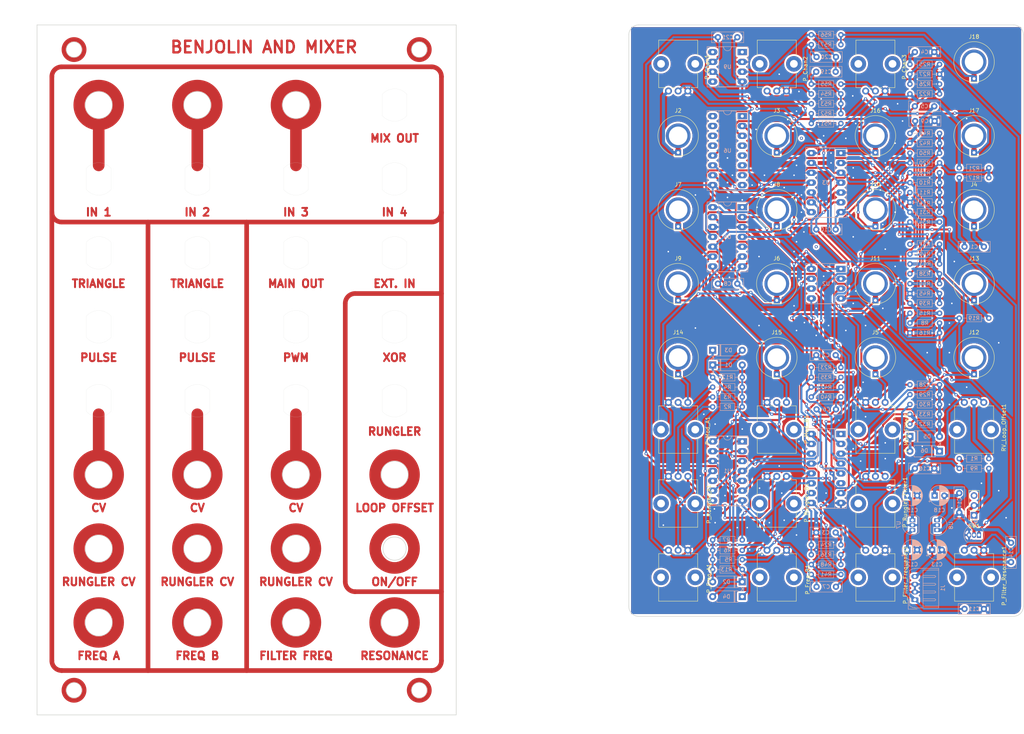
<source format=kicad_pcb>
(kicad_pcb (version 20171130) (host pcbnew "(5.1.2)-2")
  (title_block (title "Benjolin and Mixer") (date 2019-07-18) (company "Brian Davis"))
  (layers (0 F.Cu signal) (31 B.Cu signal) (34 B.Paste user) (35 F.Paste user) (36 B.SilkS user) (37 F.SilkS user) (38 B.Mask user) (39 F.Mask user hide) (44 Edge.Cuts user))
  (net 0 "")
  (net 1 Ext.InB)
  (net 2 "Net-(C1-Pad1)")
  (net 3 GND)
  (net 4 "Net-(C2-Pad2)")
  (net 5 "Net-(C3-Pad2)")
  (net 6 "Net-(C4-Pad2)")
  (net 7 "Net-(C5-Pad1)")
  (net 8 VCA2In)
  (net 9 T1)
  (net 10 VCA4Out)
  (net 11 T2)
  (net 12 VCA3Out)
  (net 13 VCA2Out)
  (net 14 "Net-(C9-Pad2)")
  (net 15 OUT)
  (net 16 VCA1Out)
  (net 17 +12V)
  (net 18 -12V)
  (net 19 V+)
  (net 20 "Net-(C17-Pad2)")
  (net 21 "Net-(D1-Pad1)")
  (net 22 "Net-(D1-Pad2)")
  (net 23 "Net-(D2-Pad1)")
  (net 24 "Net-(D2-Pad2)")
  (net 25 VCA4CV)
  (net 26 VCA3CV)
  (net 27 "Net-(D5-Pad1)")
  (net 28 "Net-(D5-Pad2)")
  (net 29 FCV)
  (net 30 "Net-(J5-Pad1)")
  (net 31 "Net-(J14-Pad1)")
  (net 32 "Net-(J15-Pad1)")
  (net 33 "Net-(Q1-Pad2)")
  (net 34 "Net-(Q1-Pad1)")
  (net 35 P7R2B)
  (net 36 "Net-(R1-Pad2)")
  (net 37 P3R2B)
  (net 38 P5R2B)
  (net 39 P1R2B)
  (net 40 P4R2B)
  (net 41 P6R2B)
  (net 42 P2R2B)
  (net 43 "Net-(R15-Pad1)")
  (net 44 P1)
  (net 45 "Net-(R10-Pad1)")
  (net 46 RUN_CV)
  (net 47 PWM)
  (net 48 "Net-(R15-Pad2)")
  (net 49 "Net-(R17-Pad1)")
  (net 50 XOR)
  (net 51 "Net-(R21-Pad1)")
  (net 52 VCA4In)
  (net 53 VCA3In)
  (net 54 P9R2B)
  (net 55 P11R2B)
  (net 56 P8R2B)
  (net 57 P10R2B)
  (net 58 "Net-(R31-Pad1)")
  (net 59 P9R3B)
  (net 60 P2)
  (net 61 "Net-(R37-Pad2)")
  (net 62 "Net-(R37-Pad1)")
  (net 63 "Net-(R38-Pad1)")
  (net 64 "Net-(R38-Pad2)")
  (net 65 "Net-(R39-Pad1)")
  (net 66 "Net-(R40-Pad1)")
  (net 67 "Net-(R41-Pad1)")
  (net 68 VCA1In)
  (net 69 "Net-(SW1-Pad3)")
  (net 70 V-)
  (net 71 "Net-(U5-Pad1)")
  (net 72 "Net-(U6-Pad1)")
  (net 73 "Net-(U6-Pad4)")
  (net 74 "Net-(U6-Pad5)")
  (net 75 "Net-(U6-Pad6)")
  (net 76 "Net-(U6-Pad7)")
  (net 77 Vss)
  (net 78 "Net-(U6-Pad13)")
  (net 79 "Net-(U6-Pad14)")
  (net 80 "Net-(U6-Pad15)")
  (net 81 Vdd)
  (net 82 "Net-(C14-Pad1)")
  (net 83 "Net-(C19-Pad2)")
  (net 84 "Net-(C19-Pad1)")
  (net 85 "Net-(C20-Pad1)")
  (net 86 "Net-(J2-Pad1)")
  (net 87 "Net-(J3-Pad1)")
  (net 88 "Net-(J16-Pad1)")
  (net 89 "Net-(J17-Pad1)")
  (net 90 "Net-(J18-Pad1)")
  (net 91 "Net-(P_Chan1-Pad2)")
  (net 92 "Net-(P_Chan2-Pad2)")
  (net 93 "Net-(P_Chan3-Pad2)")
  (net 94 "Net-(U9-Pad1)")
  (net 95 "Net-(U9-Pad5)")
  (net 96 "Net-(U9-Pad8)")
  (module "SynthComponents:Banana _Jack_Panel" (layer F.Cu) (at 117.475 109.5375)
    (fp_text reference REF** hide)
    (fp_text value "Banana Jack" hide)
    (fp_line (start 3.174999 -2.730499) (end 3.175 2.7305) (layer Edge.Cuts) (width 0.0254))
    (fp_line (start -3.175 -2.7305) (end -3.175 2.7305) (layer Edge.Cuts) (width 0.0254))
    (fp_arc (start 0 0) (end 3.174999 -2.730499) (angle -98.6) (layer Edge.Cuts) (width 0.0254))
    (fp_arc (start 0 0) (end -3.174999 2.730499) (angle -98.6) (layer Edge.Cuts) (width 0.0254))
  )
  (module "SynthComponents:Banana _Jack_Panel" (layer F.Cu) (at 92.075 109.5375)
    (fp_text reference REF** hide)
    (fp_text value "Banana Jack" hide)
    (fp_arc (start 0 0) (end -3.174999 2.730499) (angle -98.6) (layer Edge.Cuts) (width 0.0254))
    (fp_arc (start 0 0) (end 3.174999 -2.730499) (angle -98.6) (layer Edge.Cuts) (width 0.0254))
    (fp_line (start -3.175 -2.7305) (end -3.175 2.7305) (layer Edge.Cuts) (width 0.0254))
    (fp_line (start 3.174999 -2.730499) (end 3.175 2.7305) (layer Edge.Cuts) (width 0.0254))
  )
  (module "SynthComponents:Banana _Jack_Panel" (layer F.Cu) (at 66.675 109.5375)
    (fp_text reference REF** hide)
    (fp_text value "Banana Jack" hide)
    (fp_line (start 3.174999 -2.730499) (end 3.175 2.7305) (layer Edge.Cuts) (width 0.0254))
    (fp_line (start -3.175 -2.7305) (end -3.175 2.7305) (layer Edge.Cuts) (width 0.0254))
    (fp_arc (start 0 0) (end 3.174999 -2.730499) (angle -98.6) (layer Edge.Cuts) (width 0.0254))
    (fp_arc (start 0 0) (end -3.174999 2.730499) (angle -98.6) (layer Edge.Cuts) (width 0.0254))
  )
  (module "SynthComponents:Banana _Jack_Panel" (layer F.Cu) (at 41.275 109.5375)
    (fp_text reference REF** hide)
    (fp_text value "Banana Jack" hide)
    (fp_arc (start 0 0) (end -3.174999 2.730499) (angle -98.6) (layer Edge.Cuts) (width 0.0254))
    (fp_arc (start 0 0) (end 3.174999 -2.730499) (angle -98.6) (layer Edge.Cuts) (width 0.0254))
    (fp_line (start -3.175 -2.7305) (end -3.175 2.7305) (layer Edge.Cuts) (width 0.0254))
    (fp_line (start 3.174999 -2.730499) (end 3.175 2.7305) (layer Edge.Cuts) (width 0.0254))
  )
  (module "SynthComponents:Banana _Jack_Panel" (layer F.Cu) (at 41.275 90.4875)
    (fp_text reference REF** hide)
    (fp_text value "Banana Jack" hide)
    (fp_line (start 3.174999 -2.730499) (end 3.175 2.7305) (layer Edge.Cuts) (width 0.0254))
    (fp_line (start -3.175 -2.7305) (end -3.175 2.7305) (layer Edge.Cuts) (width 0.0254))
    (fp_arc (start 0 0) (end 3.174999 -2.730499) (angle -98.6) (layer Edge.Cuts) (width 0.0254))
    (fp_arc (start 0 0) (end -3.174999 2.730499) (angle -98.6) (layer Edge.Cuts) (width 0.0254))
  )
  (module "SynthComponents:Banana _Jack_Panel" (layer F.Cu) (at 66.675 90.4875)
    (fp_text reference REF** hide)
    (fp_text value "Banana Jack" hide)
    (fp_arc (start 0 0) (end -3.174999 2.730499) (angle -98.6) (layer Edge.Cuts) (width 0.0254))
    (fp_arc (start 0 0) (end 3.174999 -2.730499) (angle -98.6) (layer Edge.Cuts) (width 0.0254))
    (fp_line (start -3.175 -2.7305) (end -3.175 2.7305) (layer Edge.Cuts) (width 0.0254))
    (fp_line (start 3.174999 -2.730499) (end 3.175 2.7305) (layer Edge.Cuts) (width 0.0254))
  )
  (module "SynthComponents:Banana _Jack_Panel" (layer F.Cu) (at 92.075 90.4875)
    (fp_text reference REF** hide)
    (fp_text value "Banana Jack" hide)
    (fp_line (start 3.174999 -2.730499) (end 3.175 2.7305) (layer Edge.Cuts) (width 0.0254))
    (fp_line (start -3.175 -2.7305) (end -3.175 2.7305) (layer Edge.Cuts) (width 0.0254))
    (fp_arc (start 0 0) (end 3.174999 -2.730499) (angle -98.6) (layer Edge.Cuts) (width 0.0254))
    (fp_arc (start 0 0) (end -3.174999 2.730499) (angle -98.6) (layer Edge.Cuts) (width 0.0254))
  )
  (module "SynthComponents:Banana _Jack_Panel" (layer F.Cu) (at 117.475 90.4875)
    (fp_text reference REF** hide)
    (fp_text value "Banana Jack" hide)
    (fp_arc (start 0 0) (end -3.174999 2.730499) (angle -98.6) (layer Edge.Cuts) (width 0.0254))
    (fp_arc (start 0 0) (end 3.174999 -2.730499) (angle -98.6) (layer Edge.Cuts) (width 0.0254))
    (fp_line (start -3.175 -2.7305) (end -3.175 2.7305) (layer Edge.Cuts) (width 0.0254))
    (fp_line (start 3.174999 -2.730499) (end 3.175 2.7305) (layer Edge.Cuts) (width 0.0254))
  )
  (module "SynthComponents:Banana _Jack_Panel" (layer F.Cu) (at 117.475 71.4375)
    (fp_text reference REF** hide)
    (fp_text value "Banana Jack" hide)
    (fp_line (start 3.174999 -2.730499) (end 3.175 2.7305) (layer Edge.Cuts) (width 0.0254))
    (fp_line (start -3.175 -2.7305) (end -3.175 2.7305) (layer Edge.Cuts) (width 0.0254))
    (fp_arc (start 0 0) (end 3.174999 -2.730499) (angle -98.6) (layer Edge.Cuts) (width 0.0254))
    (fp_arc (start 0 0) (end -3.174999 2.730499) (angle -98.6) (layer Edge.Cuts) (width 0.0254))
  )
  (module "SynthComponents:Banana _Jack_Panel" (layer F.Cu) (at 92.075 71.4375)
    (fp_text reference REF** hide)
    (fp_text value "Banana Jack" hide)
    (fp_arc (start 0 0) (end -3.174999 2.730499) (angle -98.6) (layer Edge.Cuts) (width 0.0254))
    (fp_arc (start 0 0) (end 3.174999 -2.730499) (angle -98.6) (layer Edge.Cuts) (width 0.0254))
    (fp_line (start -3.175 -2.7305) (end -3.175 2.7305) (layer Edge.Cuts) (width 0.0254))
    (fp_line (start 3.174999 -2.730499) (end 3.175 2.7305) (layer Edge.Cuts) (width 0.0254))
  )
  (module "SynthComponents:Banana _Jack_Panel" (layer F.Cu) (at 66.675 71.4375)
    (fp_text reference REF** hide)
    (fp_text value "Banana Jack" hide)
    (fp_line (start 3.174999 -2.730499) (end 3.175 2.7305) (layer Edge.Cuts) (width 0.0254))
    (fp_line (start -3.175 -2.7305) (end -3.175 2.7305) (layer Edge.Cuts) (width 0.0254))
    (fp_arc (start 0 0) (end 3.174999 -2.730499) (angle -98.6) (layer Edge.Cuts) (width 0.0254))
    (fp_arc (start 0 0) (end -3.174999 2.730499) (angle -98.6) (layer Edge.Cuts) (width 0.0254))
  )
  (module "SynthComponents:Banana _Jack_Panel" (layer F.Cu) (at 41.275 71.4375)
    (fp_text reference REF** hide)
    (fp_text value "Banana Jack" hide)
    (fp_arc (start 0 0) (end -3.174999 2.730499) (angle -98.6) (layer Edge.Cuts) (width 0.0254))
    (fp_arc (start 0 0) (end 3.174999 -2.730499) (angle -98.6) (layer Edge.Cuts) (width 0.0254))
    (fp_line (start -3.175 -2.7305) (end -3.175 2.7305) (layer Edge.Cuts) (width 0.0254))
    (fp_line (start 3.174999 -2.730499) (end 3.175 2.7305) (layer Edge.Cuts) (width 0.0254))
  )
  (module "SynthComponents:Banana _Jack_Panel" (layer F.Cu) (at 41.275 52.3875)
    (fp_text reference REF** hide)
    (fp_text value "Banana Jack" hide)
    (fp_line (start 3.174999 -2.730499) (end 3.175 2.7305) (layer Edge.Cuts) (width 0.0254))
    (fp_line (start -3.175 -2.7305) (end -3.175 2.7305) (layer Edge.Cuts) (width 0.0254))
    (fp_arc (start 0 0) (end 3.174999 -2.730499) (angle -98.6) (layer Edge.Cuts) (width 0.0254))
    (fp_arc (start 0 0) (end -3.174999 2.730499) (angle -98.6) (layer Edge.Cuts) (width 0.0254))
  )
  (module "SynthComponents:Banana _Jack_Panel" (layer F.Cu) (at 66.675 52.3875)
    (fp_text reference REF** hide)
    (fp_text value "Banana Jack" hide)
    (fp_arc (start 0 0) (end -3.174999 2.730499) (angle -98.6) (layer Edge.Cuts) (width 0.0254))
    (fp_arc (start 0 0) (end 3.174999 -2.730499) (angle -98.6) (layer Edge.Cuts) (width 0.0254))
    (fp_line (start -3.175 -2.7305) (end -3.175 2.7305) (layer Edge.Cuts) (width 0.0254))
    (fp_line (start 3.174999 -2.730499) (end 3.175 2.7305) (layer Edge.Cuts) (width 0.0254))
  )
  (module "SynthComponents:Banana _Jack_Panel" (layer F.Cu) (at 92.075 52.3875)
    (fp_text reference REF** hide)
    (fp_text value "Banana Jack" hide)
    (fp_line (start 3.174999 -2.730499) (end 3.175 2.7305) (layer Edge.Cuts) (width 0.0254))
    (fp_line (start -3.175 -2.7305) (end -3.175 2.7305) (layer Edge.Cuts) (width 0.0254))
    (fp_arc (start 0 0) (end 3.174999 -2.730499) (angle -98.6) (layer Edge.Cuts) (width 0.0254))
    (fp_arc (start 0 0) (end -3.174999 2.730499) (angle -98.6) (layer Edge.Cuts) (width 0.0254))
  )
  (module "SynthComponents:Banana _Jack_Panel" (layer F.Cu) (at 117.475 52.3875)
    (fp_text reference REF** hide)
    (fp_text value "Banana Jack" hide)
    (fp_arc (start 0 0) (end -3.174999 2.730499) (angle -98.6) (layer Edge.Cuts) (width 0.0254))
    (fp_arc (start 0 0) (end 3.174999 -2.730499) (angle -98.6) (layer Edge.Cuts) (width 0.0254))
    (fp_line (start -3.175 -2.7305) (end -3.175 2.7305) (layer Edge.Cuts) (width 0.0254))
    (fp_line (start 3.174999 -2.730499) (end 3.175 2.7305) (layer Edge.Cuts) (width 0.0254))
  )
  (module "SynthComponents:Banana _Jack_Panel" (layer F.Cu) (at 117.475 33.3375)
    (fp_text reference REF** hide)
    (fp_text value "Banana Jack" hide)
    (fp_line (start 3.174999 -2.730499) (end 3.175 2.7305) (layer Edge.Cuts) (width 0.0254))
    (fp_line (start -3.175 -2.7305) (end -3.175 2.7305) (layer Edge.Cuts) (width 0.0254))
    (fp_arc (start 0 0) (end 3.174999 -2.730499) (angle -98.6) (layer Edge.Cuts) (width 0.0254))
    (fp_arc (start 0 0) (end -3.174999 2.730499) (angle -98.6) (layer Edge.Cuts) (width 0.0254))
  )
  (module Capacitor_THT:CP_Radial_D5.0mm_P2.50mm (layer B.Cu) (at 249.555 147.955)
    (fp_text reference C12 (at 1.25 3.75) (layer B.SilkS) (effects (justify mirror)))
    (fp_text value 10uf)
    (pad 1 thru_hole rect (at 0 0) (size 1.6 1.6) (drill 0.8) (layers *.Cu *.Mask) (net 17 +12V))
    (pad 2 thru_hole circle (at 2.5 0) (size 1.6 1.6) (drill 0.8) (layers *.Cu *.Mask) (net 3 GND))
  )
  (module Capacitor_THT:CP_Radial_D5.0mm_P2.50mm (layer B.Cu) (at 255.905 147.955)
    (fp_text reference C13 (at 1.25 3.75) (layer B.SilkS) (effects (justify mirror)))
    (fp_text value 10uf)
    (pad 2 thru_hole circle (at 2.5 0) (size 1.6 1.6) (drill 0.8) (layers *.Cu *.Mask) (net 18 -12V))
    (pad 1 thru_hole rect (at 0 0) (size 1.6 1.6) (drill 0.8) (layers *.Cu *.Mask) (net 3 GND))
  )
  (module Capacitor_THT:CP_Radial_D5.0mm_P2.50mm (layer B.Cu) (at 249.555 133.985)
    (fp_text reference C15 (at 1.25 3.75) (layer B.SilkS) (effects (justify mirror)))
    (fp_text value 10uf)
    (pad 1 thru_hole rect (at 0 0) (size 1.6 1.6) (drill 0.8) (layers *.Cu *.Mask) (net 19 V+))
    (pad 2 thru_hole circle (at 2.5 0) (size 1.6 1.6) (drill 0.8) (layers *.Cu *.Mask) (net 3 GND))
  )
  (module Capacitor_THT:CP_Radial_D5.0mm_P2.50mm (layer B.Cu) (at 256.54 133.985)
    (fp_text reference C18 (at 1.25 3.75) (layer B.SilkS) (effects (justify mirror)))
    (fp_text value 10uf)
    (pad 2 thru_hole circle (at 2.5 0) (size 1.6 1.6) (drill 0.8) (layers *.Cu *.Mask) (net 20 "Net-(C17-Pad2)"))
    (pad 1 thru_hole rect (at 0 0) (size 1.6 1.6) (drill 0.8) (layers *.Cu *.Mask) (net 82 "Net-(C14-Pad1)"))
  )
  (module SynthComponents:Banana_Jack_PCB (layer F.Cu) (at 266.7 60.325)
    (fp_text reference J4 (at 0 -6.5) (layer F.SilkS))
    (fp_text value EXT.INPUT hide)
    (pad 1 thru_hole trapezoid (at 0 4.318) (size 1.524 1.524) (drill 0.762) (layers *.Cu *.Mask) (net 1 Ext.InB))
    (pad 2 thru_hole circle (at 0 0) (size 6.35 6.35) (drill 4.7625) (layers *.Cu *.Mask))
    (pad 3 smd rect (at 0 3.3655) (size 1.27 0.635) (layers F.Cu F.Paste))
  )
  (module SynthComponents:Banana_Jack_PCB (layer F.Cu) (at 241.3 98.425)
    (fp_text reference J5 (at 0 -6.5) (layer F.SilkS))
    (fp_text value CV_F hide)
    (pad 3 smd rect (at 0 3.3655) (size 1.27 0.635) (layers F.Cu F.Paste))
    (pad 2 thru_hole circle (at 0 0) (size 6.35 6.35) (drill 4.7625) (layers *.Cu *.Mask))
    (pad 1 thru_hole trapezoid (at 0 4.318) (size 1.524 1.524) (drill 0.762) (layers *.Cu *.Mask) (net 30 "Net-(J5-Pad1)"))
  )
  (module SynthComponents:Banana_Jack_PCB (layer F.Cu) (at 215.9 79.375)
    (fp_text reference J6 (at 0 -6.5) (layer F.SilkS))
    (fp_text value PUL2 hide)
    (pad 3 smd rect (at 0 3.3655) (size 1.27 0.635) (layers F.Cu F.Paste))
    (pad 2 thru_hole circle (at 0 0) (size 6.35 6.35) (drill 4.7625) (layers *.Cu *.Mask))
    (pad 1 thru_hole trapezoid (at 0 4.318) (size 1.524 1.524) (drill 0.762) (layers *.Cu *.Mask) (net 60 P2))
  )
  (module SynthComponents:Banana_Jack_PCB (layer F.Cu) (at 190.5 60.325)
    (fp_text reference J7 (at 0 -6.5) (layer F.SilkS))
    (fp_text value TRI1 hide)
    (pad 1 thru_hole trapezoid (at 0 4.318) (size 1.524 1.524) (drill 0.762) (layers *.Cu *.Mask) (net 9 T1))
    (pad 2 thru_hole circle (at 0 0) (size 6.35 6.35) (drill 4.7625) (layers *.Cu *.Mask))
    (pad 3 smd rect (at 0 3.3655) (size 1.27 0.635) (layers F.Cu F.Paste))
  )
  (module SynthComponents:Banana_Jack_PCB (layer F.Cu) (at 215.9 60.325)
    (fp_text reference J8 (at 0 -6.5) (layer F.SilkS))
    (fp_text value TRI2 hide)
    (pad 3 smd rect (at 0 3.3655) (size 1.27 0.635) (layers F.Cu F.Paste))
    (pad 2 thru_hole circle (at 0 0) (size 6.35 6.35) (drill 4.7625) (layers *.Cu *.Mask))
    (pad 1 thru_hole trapezoid (at 0 4.318) (size 1.524 1.524) (drill 0.762) (layers *.Cu *.Mask) (net 11 T2))
  )
  (module SynthComponents:Banana_Jack_PCB (layer F.Cu) (at 190.5 79.375)
    (fp_text reference J9 (at 0 -6.5) (layer F.SilkS))
    (fp_text value PUL1 hide)
    (pad 1 thru_hole trapezoid (at 0 4.318) (size 1.524 1.524) (drill 0.762) (layers *.Cu *.Mask) (net 44 P1))
    (pad 2 thru_hole circle (at 0 0) (size 6.35 6.35) (drill 4.7625) (layers *.Cu *.Mask))
    (pad 3 smd rect (at 0 3.3655) (size 1.27 0.635) (layers F.Cu F.Paste))
  )
  (module SynthComponents:Banana_Jack_PCB (layer F.Cu) (at 241.3 60.325)
    (fp_text reference J10 (at 0 -6.5) (layer F.SilkS))
    (fp_text value MAINOUT hide)
    (pad 3 smd rect (at 0 3.3655) (size 1.27 0.635) (layers F.Cu F.Paste))
    (pad 2 thru_hole circle (at 0 0) (size 6.35 6.35) (drill 4.7625) (layers *.Cu *.Mask))
    (pad 1 thru_hole trapezoid (at 0 4.318) (size 1.524 1.524) (drill 0.762) (layers *.Cu *.Mask) (net 15 OUT))
  )
  (module SynthComponents:Banana_Jack_PCB (layer F.Cu) (at 241.3 79.375)
    (fp_text reference J11 (at 0 -6.5) (layer F.SilkS))
    (fp_text value PWM hide)
    (pad 1 thru_hole trapezoid (at 0 4.318) (size 1.524 1.524) (drill 0.762) (layers *.Cu *.Mask) (net 47 PWM))
    (pad 2 thru_hole circle (at 0 0) (size 6.35 6.35) (drill 4.7625) (layers *.Cu *.Mask))
    (pad 3 smd rect (at 0 3.3655) (size 1.27 0.635) (layers F.Cu F.Paste))
  )
  (module SynthComponents:Banana_Jack_PCB (layer F.Cu) (at 266.7 98.425)
    (fp_text reference J12 (at 0 -6.5) (layer F.SilkS))
    (fp_text value RUN hide)
    (pad 3 smd rect (at 0 3.3655) (size 1.27 0.635) (layers F.Cu F.Paste))
    (pad 2 thru_hole circle (at 0 0) (size 6.35 6.35) (drill 4.7625) (layers *.Cu *.Mask))
    (pad 1 thru_hole trapezoid (at 0 4.318) (size 1.524 1.524) (drill 0.762) (layers *.Cu *.Mask) (net 46 RUN_CV))
  )
  (module SynthComponents:Banana_Jack_PCB (layer F.Cu) (at 266.7 79.375)
    (fp_text reference J13 (at 0 -6.5) (layer F.SilkS))
    (fp_text value XOR hide)
    (pad 1 thru_hole trapezoid (at 0 4.318) (size 1.524 1.524) (drill 0.762) (layers *.Cu *.Mask) (net 50 XOR))
    (pad 2 thru_hole circle (at 0 0) (size 6.35 6.35) (drill 4.7625) (layers *.Cu *.Mask))
    (pad 3 smd rect (at 0 3.3655) (size 1.27 0.635) (layers F.Cu F.Paste))
  )
  (module SynthComponents:Banana_Jack_PCB (layer F.Cu) (at 190.5 98.425)
    (fp_text reference J14 (at 0 -6.5) (layer F.SilkS))
    (fp_text value CV_1 hide)
    (pad 3 smd rect (at 0 3.3655) (size 1.27 0.635) (layers F.Cu F.Paste))
    (pad 2 thru_hole circle (at 0 0) (size 6.35 6.35) (drill 4.7625) (layers *.Cu *.Mask))
    (pad 1 thru_hole trapezoid (at 0 4.318) (size 1.524 1.524) (drill 0.762) (layers *.Cu *.Mask) (net 31 "Net-(J14-Pad1)"))
  )
  (module SynthComponents:Banana_Jack_PCB (layer F.Cu) (at 215.9 98.425)
    (fp_text reference J15 (at 0 -6.5) (layer F.SilkS))
    (fp_text value CV_2 hide)
    (pad 1 thru_hole trapezoid (at 0 4.318) (size 1.524 1.524) (drill 0.762) (layers *.Cu *.Mask) (net 32 "Net-(J15-Pad1)"))
    (pad 2 thru_hole circle (at 0 0) (size 6.35 6.35) (drill 4.7625) (layers *.Cu *.Mask))
    (pad 3 smd rect (at 0 3.3655) (size 1.27 0.635) (layers F.Cu F.Paste))
  )
  (module Package_TO_SOT_THT:TO-92_Inline (layer B.Cu) (at 267.97 144.145 180)
    (fp_text reference Q1 (at 1.27 3.56) (layer B.SilkS) (effects (justify mirror)))
    (fp_text value BC547)
    (pad 2 thru_hole oval (at 1.27 0 180) (size 1.05 1.5) (drill 0.75) (layers *.Cu *.Mask) (net 33 "Net-(Q1-Pad2)"))
    (pad 3 thru_hole oval (at 2.54 0 180) (size 1.05 1.5) (drill 0.75) (layers *.Cu *.Mask) (net 3 GND))
    (pad 1 thru_hole rect (at 0 0 180) (size 1.05 1.5) (drill 0.75) (layers *.Cu *.Mask) (net 34 "Net-(Q1-Pad1)"))
  )
  (module Connector_PinSocket_2.54mm:PinSocket_1x03_P2.54mm_Vertical (layer F.Cu) (at 266.7 139.065 180)
    (fp_text reference SW1 (at 0 -2.77) (layer F.SilkS))
    (fp_text value SW_SPDT)
    (pad 1 thru_hole rect (at 0 0 180) (size 1.7 1.7) (drill 1) (layers *.Cu *.Mask) (net 36 "Net-(R1-Pad2)"))
    (pad 2 thru_hole oval (at 0 2.54 180) (size 1.7 1.7) (drill 1) (layers *.Cu *.Mask) (net 33 "Net-(Q1-Pad2)"))
    (pad 3 thru_hole oval (at 0 5.08 180) (size 1.7 1.7) (drill 1) (layers *.Cu *.Mask) (net 69 "Net-(SW1-Pad3)"))
  )
  (module Package_TO_SOT_THT:TO-92L_Inline (layer B.Cu) (at 250.825 140.335 270)
    (fp_text reference U7 (at 1.19 3.56 90) (layer B.SilkS) (effects (justify mirror)))
    (fp_text value L78L09_SOT89)
    (pad 2 thru_hole roundrect (at 1.27 0 270) (size 1.05 1.5) (drill 0.75) (layers *.Cu *.Mask) (net 3 GND))
    (pad 3 thru_hole roundrect (at 2.54 0 270) (size 1.05 1.5) (drill 0.75) (layers *.Cu *.Mask) (net 17 +12V))
    (pad 1 thru_hole rect (at 0 0 270) (size 1.05 1.5) (drill 0.75) (layers *.Cu *.Mask) (net 19 V+))
  )
  (module Package_TO_SOT_THT:TO-92L_Inline (layer B.Cu) (at 257.175 142.875 90)
    (fp_text reference U8 (at 1.19 3.56 90) (layer B.SilkS) (effects (justify mirror)))
    (fp_text value 79L09)
    (pad 2 thru_hole roundrect (at 1.27 0 90) (size 1.05 1.5) (drill 0.75) (layers *.Cu *.Mask) (net 18 -12V))
    (pad 3 thru_hole roundrect (at 2.54 0 90) (size 1.05 1.5) (drill 0.75) (layers *.Cu *.Mask) (net 20 "Net-(C17-Pad2)"))
    (pad 1 thru_hole rect (at 0 0 90) (size 1.05 1.5) (drill 0.75) (layers *.Cu *.Mask) (net 82 "Net-(C14-Pad1)"))
  )
  (module Diode_THT:D_A-405_P7.62mm_Horizontal (layer B.Cu) (at 199.39 100.33)
    (fp_text reference D1 (at 4.064 0) (layer B.SilkS) (effects (justify mirror)))
    (fp_text value 1N914)
    (fp_text user K (at 0 1.9) (layer B.SilkS) (effects (justify mirror)))
    (pad 2 thru_hole oval (at 7.62 0) (size 1.8 1.8) (drill 0.9) (layers *.Cu *.Mask) (net 22 "Net-(D1-Pad2)"))
    (pad 1 thru_hole rect (at 0 0) (size 1.8 1.8) (drill 0.9) (layers *.Cu *.Mask) (net 21 "Net-(D1-Pad1)"))
  )
  (module Diode_THT:D_A-405_P7.62mm_Horizontal (layer B.Cu) (at 207.01 156.21 180)
    (fp_text reference D2 (at 4.064 0) (layer B.SilkS) (effects (justify mirror)))
    (fp_text value 1N914)
    (fp_text user K (at 0 1.9) (layer B.SilkS) (effects (justify mirror)))
    (pad 2 thru_hole oval (at 7.62 0 180) (size 1.8 1.8) (drill 0.9) (layers *.Cu *.Mask) (net 24 "Net-(D2-Pad2)"))
    (pad 1 thru_hole rect (at 0 0 180) (size 1.8 1.8) (drill 0.9) (layers *.Cu *.Mask) (net 23 "Net-(D2-Pad1)"))
  )
  (module Diode_THT:D_A-405_P7.62mm_Horizontal (layer B.Cu) (at 199.39 96.52)
    (fp_text reference D3 (at 4.064 0) (layer B.SilkS) (effects (justify mirror)))
    (fp_text value 1N914)
    (fp_text user K (at 0 1.9) (layer B.SilkS) (effects (justify mirror)))
    (pad 1 thru_hole rect (at 0 0) (size 1.8 1.8) (drill 0.9) (layers *.Cu *.Mask) (net 25 VCA4CV))
    (pad 2 thru_hole oval (at 7.62 0) (size 1.8 1.8) (drill 0.9) (layers *.Cu *.Mask) (net 21 "Net-(D1-Pad1)"))
  )
  (module Diode_THT:D_A-405_P7.62mm_Horizontal (layer B.Cu) (at 207.01 160.02 180)
    (fp_text reference D4 (at 4.064 0) (layer B.SilkS) (effects (justify mirror)))
    (fp_text value 1N914)
    (fp_text user K (at 0 1.9) (layer B.SilkS) (effects (justify mirror)))
    (pad 1 thru_hole rect (at 0 0 180) (size 1.8 1.8) (drill 0.9) (layers *.Cu *.Mask) (net 26 VCA3CV))
    (pad 2 thru_hole oval (at 7.62 0 180) (size 1.8 1.8) (drill 0.9) (layers *.Cu *.Mask) (net 23 "Net-(D2-Pad1)"))
  )
  (module Diode_THT:D_A-405_P7.62mm_Horizontal (layer B.Cu) (at 250.19 118.745)
    (fp_text reference D5 (at 4.4323 0) (layer B.SilkS) (effects (justify mirror)))
    (fp_text value 1N914)
    (fp_text user K (at 0 1.9) (layer B.SilkS) (effects (justify mirror)))
    (pad 2 thru_hole oval (at 7.62 0) (size 1.8 1.8) (drill 0.9) (layers *.Cu *.Mask) (net 28 "Net-(D5-Pad2)"))
    (pad 1 thru_hole rect (at 0 0) (size 1.8 1.8) (drill 0.9) (layers *.Cu *.Mask) (net 27 "Net-(D5-Pad1)"))
  )
  (module Diode_THT:D_A-405_P7.62mm_Horizontal (layer B.Cu) (at 257.81 122.555 180)
    (fp_text reference D6 (at 3.915928 0.160212) (layer B.SilkS) (effects (justify mirror)))
    (fp_text value 1N914)
    (fp_text user K (at 0 1.9) (layer B.SilkS) (effects (justify mirror)))
    (pad 1 thru_hole rect (at 0 0 180) (size 1.8 1.8) (drill 0.9) (layers *.Cu *.Mask) (net 29 FCV))
    (pad 2 thru_hole oval (at 7.62 0 180) (size 1.8 1.8) (drill 0.9) (layers *.Cu *.Mask) (net 27 "Net-(D5-Pad1)"))
  )
  (module Resistor_THT:R_Axial_DIN0204_L3.6mm_D1.6mm_P7.62mm_Horizontal (layer B.Cu) (at 270.51 124.46 180)
    (fp_text reference R1 (at 3.81 0) (layer B.SilkS) (effects (justify mirror)))
    (fp_text value 62k)
    (pad 2 thru_hole oval (at 7.62 0 180) (size 1.4 1.4) (drill 0.7) (layers *.Cu *.Mask) (net 36 "Net-(R1-Pad2)"))
    (pad 1 thru_hole circle (at 0 0 180) (size 1.4 1.4) (drill 0.7) (layers *.Cu *.Mask) (net 35 P7R2B))
  )
  (module Resistor_THT:R_Axial_DIN0204_L3.6mm_D1.6mm_P7.62mm_Horizontal (layer B.Cu) (at 207.01 111.125 180)
    (fp_text reference R2 (at 3.81 0) (layer B.SilkS) (effects (justify mirror)))
    (fp_text value 30k)
    (pad 1 thru_hole circle (at 0 0 180) (size 1.4 1.4) (drill 0.7) (layers *.Cu *.Mask) (net 22 "Net-(D1-Pad2)"))
    (pad 2 thru_hole oval (at 7.62 0 180) (size 1.4 1.4) (drill 0.7) (layers *.Cu *.Mask) (net 37 P3R2B))
  )
  (module Resistor_THT:R_Axial_DIN0204_L3.6mm_D1.6mm_P7.62mm_Horizontal (layer B.Cu) (at 207.01 108.585 180)
    (fp_text reference R3 (at 3.81 0) (layer B.SilkS) (effects (justify mirror)))
    (fp_text value 51k)
    (pad 1 thru_hole circle (at 0 0 180) (size 1.4 1.4) (drill 0.7) (layers *.Cu *.Mask) (net 22 "Net-(D1-Pad2)"))
    (pad 2 thru_hole oval (at 7.62 0 180) (size 1.4 1.4) (drill 0.7) (layers *.Cu *.Mask) (net 38 P5R2B))
  )
  (module Resistor_THT:R_Axial_DIN0204_L3.6mm_D1.6mm_P7.62mm_Horizontal (layer B.Cu) (at 207.01 106.045 180)
    (fp_text reference R4 (at 3.81 0) (layer B.SilkS) (effects (justify mirror)))
    (fp_text value 51k)
    (pad 1 thru_hole circle (at 0 0 180) (size 1.4 1.4) (drill 0.7) (layers *.Cu *.Mask) (net 22 "Net-(D1-Pad2)"))
    (pad 2 thru_hole oval (at 7.62 0 180) (size 1.4 1.4) (drill 0.7) (layers *.Cu *.Mask) (net 39 P1R2B))
  )
  (module Resistor_THT:R_Axial_DIN0204_L3.6mm_D1.6mm_P7.62mm_Horizontal (layer B.Cu) (at 199.39 150.495)
    (fp_text reference R5 (at 4.064 0) (layer B.SilkS) (effects (justify mirror)))
    (fp_text value 30k)
    (pad 2 thru_hole oval (at 7.62 0) (size 1.4 1.4) (drill 0.7) (layers *.Cu *.Mask) (net 40 P4R2B))
    (pad 1 thru_hole circle (at 0 0) (size 1.4 1.4) (drill 0.7) (layers *.Cu *.Mask) (net 24 "Net-(D2-Pad2)"))
  )
  (module Resistor_THT:R_Axial_DIN0204_L3.6mm_D1.6mm_P7.62mm_Horizontal (layer B.Cu) (at 199.39 148.082)
    (fp_text reference R6 (at 3.81 0) (layer B.SilkS) (effects (justify mirror)))
    (fp_text value 51k)
    (pad 1 thru_hole circle (at 0 0) (size 1.4 1.4) (drill 0.7) (layers *.Cu *.Mask) (net 24 "Net-(D2-Pad2)"))
    (pad 2 thru_hole oval (at 7.62 0) (size 1.4 1.4) (drill 0.7) (layers *.Cu *.Mask) (net 41 P6R2B))
  )
  (module Resistor_THT:R_Axial_DIN0204_L3.6mm_D1.6mm_P7.62mm_Horizontal (layer B.Cu) (at 199.39 145.415)
    (fp_text reference R7 (at 3.556 0) (layer B.SilkS) (effects (justify mirror)))
    (fp_text value 51k)
    (pad 1 thru_hole circle (at 0 0) (size 1.4 1.4) (drill 0.7) (layers *.Cu *.Mask) (net 24 "Net-(D2-Pad2)"))
    (pad 2 thru_hole oval (at 7.62 0) (size 1.4 1.4) (drill 0.7) (layers *.Cu *.Mask) (net 42 P2R2B))
  )
  (module Resistor_THT:R_Axial_DIN0204_L3.6mm_D1.6mm_P7.62mm_Horizontal (layer B.Cu) (at 257.81 89.535 180)
    (fp_text reference R8 (at 3.81 0) (layer B.SilkS) (effects (justify mirror)))
    (fp_text value 30k)
    (pad 2 thru_hole oval (at 7.62 0 180) (size 1.4 1.4) (drill 0.7) (layers *.Cu *.Mask) (net 43 "Net-(R15-Pad1)"))
    (pad 1 thru_hole circle (at 0 0 180) (size 1.4 1.4) (drill 0.7) (layers *.Cu *.Mask) (net 34 "Net-(Q1-Pad1)"))
  )
  (module Resistor_THT:R_Axial_DIN0204_L3.6mm_D1.6mm_P7.62mm_Horizontal (layer B.Cu) (at 262.89 127)
    (fp_text reference R9 (at 3.81 0) (layer B.SilkS) (effects (justify mirror)))
    (fp_text value 100k)
    (pad 1 thru_hole circle (at 0 0) (size 1.4 1.4) (drill 0.7) (layers *.Cu *.Mask) (net 44 P1))
    (pad 2 thru_hole oval (at 7.62 0) (size 1.4 1.4) (drill 0.7) (layers *.Cu *.Mask) (net 33 "Net-(Q1-Pad2)"))
  )
  (module Resistor_THT:R_Axial_DIN0204_L3.6mm_D1.6mm_P7.62mm_Horizontal (layer B.Cu) (at 257.81 53.34 180)
    (fp_text reference R10 (at 3.81 0) (layer B.SilkS) (effects (justify mirror)))
    (fp_text value 51k)
    (pad 2 thru_hole oval (at 7.62 0 180) (size 1.4 1.4) (drill 0.7) (layers *.Cu *.Mask) (net 46 RUN_CV))
    (pad 1 thru_hole circle (at 0 0 180) (size 1.4 1.4) (drill 0.7) (layers *.Cu *.Mask) (net 45 "Net-(R10-Pad1)"))
  )
  (module Resistor_THT:R_Axial_DIN0204_L3.6mm_D1.6mm_P7.62mm_Horizontal (layer B.Cu) (at 257.81 55.88 180)
    (fp_text reference R11 (at 3.81 0) (layer B.SilkS) (effects (justify mirror)))
    (fp_text value 150k)
    (pad 1 thru_hole circle (at 0 0 180) (size 1.4 1.4) (drill 0.7) (layers *.Cu *.Mask) (net 45 "Net-(R10-Pad1)"))
    (pad 2 thru_hole oval (at 7.62 0 180) (size 1.4 1.4) (drill 0.7) (layers *.Cu *.Mask) (net 47 PWM))
  )
  (module Resistor_THT:R_Axial_DIN0204_L3.6mm_D1.6mm_P7.62mm_Horizontal (layer B.Cu) (at 199.39 103.505)
    (fp_text reference R12 (at 3.81 0) (layer B.SilkS) (effects (justify mirror)))
    (fp_text value 10k)
    (pad 2 thru_hole oval (at 7.62 0) (size 1.4 1.4) (drill 0.7) (layers *.Cu *.Mask) (net 22 "Net-(D1-Pad2)"))
    (pad 1 thru_hole circle (at 0 0) (size 1.4 1.4) (drill 0.7) (layers *.Cu *.Mask) (net 25 VCA4CV))
  )
  (module Resistor_THT:R_Axial_DIN0204_L3.6mm_D1.6mm_P7.62mm_Horizontal (layer B.Cu) (at 207.01 153.035 180)
    (fp_text reference R13 (at 4.064 0) (layer B.SilkS) (effects (justify mirror)))
    (fp_text value 10k)
    (pad 1 thru_hole circle (at 0 0 180) (size 1.4 1.4) (drill 0.7) (layers *.Cu *.Mask) (net 26 VCA3CV))
    (pad 2 thru_hole oval (at 7.62 0 180) (size 1.4 1.4) (drill 0.7) (layers *.Cu *.Mask) (net 24 "Net-(D2-Pad2)"))
  )
  (module Resistor_THT:R_Axial_DIN0204_L3.6mm_D1.6mm_P7.62mm_Horizontal (layer B.Cu) (at 250.19 58.42)
    (fp_text reference R14 (at 3.81 0.233841) (layer B.SilkS) (effects (justify mirror)))
    (fp_text value 10k)
    (pad 2 thru_hole oval (at 7.62 0) (size 1.4 1.4) (drill 0.7) (layers *.Cu *.Mask) (net 45 "Net-(R10-Pad1)"))
    (pad 1 thru_hole circle (at 0 0) (size 1.4 1.4) (drill 0.7) (layers *.Cu *.Mask) (net 3 GND))
  )
  (module Resistor_THT:R_Axial_DIN0204_L3.6mm_D1.6mm_P7.62mm_Horizontal (layer B.Cu) (at 257.81 86.995 180)
    (fp_text reference R15 (at 3.81 0) (layer B.SilkS) (effects (justify mirror)))
    (fp_text value 30k)
    (pad 2 thru_hole oval (at 7.62 0 180) (size 1.4 1.4) (drill 0.7) (layers *.Cu *.Mask) (net 48 "Net-(R15-Pad2)"))
    (pad 1 thru_hole circle (at 0 0 180) (size 1.4 1.4) (drill 0.7) (layers *.Cu *.Mask) (net 43 "Net-(R15-Pad1)"))
  )
  (module Resistor_THT:R_Axial_DIN0204_L3.6mm_D1.6mm_P7.62mm_Horizontal (layer B.Cu) (at 250.19 92.075)
    (fp_text reference R16 (at 3.81 0) (layer B.SilkS) (effects (justify mirror)))
    (fp_text value 62k)
    (pad 1 thru_hole circle (at 0 0) (size 1.4 1.4) (drill 0.7) (layers *.Cu *.Mask) (net 3 GND))
    (pad 2 thru_hole oval (at 7.62 0) (size 1.4 1.4) (drill 0.7) (layers *.Cu *.Mask) (net 34 "Net-(Q1-Pad1)"))
  )
  (module Resistor_THT:R_Axial_DIN0204_L3.6mm_D1.6mm_P7.62mm_Horizontal (layer B.Cu) (at 270.51 52.07 180)
    (fp_text reference R17 (at 3.81 0) (layer B.SilkS) (effects (justify mirror)))
    (fp_text value 51k)
    (pad 2 thru_hole oval (at 7.62 0 180) (size 1.4 1.4) (drill 0.7) (layers *.Cu *.Mask) (net 2 "Net-(C1-Pad1)"))
    (pad 1 thru_hole circle (at 0 0 180) (size 1.4 1.4) (drill 0.7) (layers *.Cu *.Mask) (net 49 "Net-(R17-Pad1)"))
  )
  (module Resistor_THT:R_Axial_DIN0204_L3.6mm_D1.6mm_P7.62mm_Horizontal (layer B.Cu) (at 250.19 50.8)
    (fp_text reference R18 (at 3.81 0) (layer B.SilkS) (effects (justify mirror)))
    (fp_text value 100k)
    (pad 2 thru_hole oval (at 7.62 0) (size 1.4 1.4) (drill 0.7) (layers *.Cu *.Mask) (net 45 "Net-(R10-Pad1)"))
    (pad 1 thru_hole circle (at 0 0) (size 1.4 1.4) (drill 0.7) (layers *.Cu *.Mask) (net 49 "Net-(R17-Pad1)"))
  )
  (module Resistor_THT:R_Axial_DIN0204_L3.6mm_D1.6mm_P7.62mm_Horizontal (layer B.Cu) (at 270.51 88.265 180)
    (fp_text reference R19 (at 3.81 0) (layer B.SilkS) (effects (justify mirror)))
    (fp_text value 15k)
    (pad 2 thru_hole oval (at 7.62 0 180) (size 1.4 1.4) (drill 0.7) (layers *.Cu *.Mask) (net 48 "Net-(R15-Pad2)"))
    (pad 1 thru_hole circle (at 0 0 180) (size 1.4 1.4) (drill 0.7) (layers *.Cu *.Mask) (net 50 XOR))
  )
  (module Resistor_THT:R_Axial_DIN0204_L3.6mm_D1.6mm_P7.62mm_Horizontal (layer B.Cu) (at 250.19 48.26)
    (fp_text reference R20 (at 3.81 0) (layer B.SilkS) (effects (justify mirror)))
    (fp_text value 30k)
    (pad 1 thru_hole circle (at 0 0) (size 1.4 1.4) (drill 0.7) (layers *.Cu *.Mask) (net 15 OUT))
    (pad 2 thru_hole oval (at 7.62 0) (size 1.4 1.4) (drill 0.7) (layers *.Cu *.Mask) (net 49 "Net-(R17-Pad1)"))
  )
  (module Resistor_THT:R_Axial_DIN0204_L3.6mm_D1.6mm_P7.62mm_Horizontal (layer B.Cu) (at 262.89 49.53)
    (fp_text reference R21 (at 3.81 0.148841) (layer B.SilkS) (effects (justify mirror)))
    (fp_text value 30k)
    (pad 1 thru_hole circle (at 0 0) (size 1.4 1.4) (drill 0.7) (layers *.Cu *.Mask) (net 51 "Net-(R21-Pad1)"))
    (pad 2 thru_hole oval (at 7.62 0) (size 1.4 1.4) (drill 0.7) (layers *.Cu *.Mask) (net 49 "Net-(R17-Pad1)"))
  )
  (module Resistor_THT:R_Axial_DIN0204_L3.6mm_D1.6mm_P7.62mm_Horizontal (layer B.Cu) (at 257.81 30.48 180)
    (fp_text reference R22 (at 3.81 0) (layer B.SilkS) (effects (justify mirror)))
    (fp_text value 30k)
    (pad 1 thru_hole circle (at 0 0 180) (size 1.4 1.4) (drill 0.7) (layers *.Cu *.Mask) (net 8 VCA2In))
    (pad 2 thru_hole oval (at 7.62 0 180) (size 1.4 1.4) (drill 0.7) (layers *.Cu *.Mask) (net 51 "Net-(R21-Pad1)"))
  )
  (module Resistor_THT:R_Axial_DIN0204_L3.6mm_D1.6mm_P7.62mm_Horizontal (layer B.Cu) (at 232.41 100.965 180)
    (fp_text reference R23 (at 3.81 0) (layer B.SilkS) (effects (justify mirror)))
    (fp_text value 510r)
    (pad 1 thru_hole circle (at 0 0 180) (size 1.4 1.4) (drill 0.7) (layers *.Cu *.Mask) (net 4 "Net-(C2-Pad2)"))
    (pad 2 thru_hole oval (at 7.62 0 180) (size 1.4 1.4) (drill 0.7) (layers *.Cu *.Mask) (net 52 VCA4In))
  )
  (module Resistor_THT:R_Axial_DIN0204_L3.6mm_D1.6mm_P7.62mm_Horizontal (layer B.Cu) (at 232.41 146.685 180)
    (fp_text reference R24 (at 3.81 0) (layer B.SilkS) (effects (justify mirror)))
    (fp_text value 510r)
    (pad 2 thru_hole oval (at 7.62 0 180) (size 1.4 1.4) (drill 0.7) (layers *.Cu *.Mask) (net 53 VCA3In))
    (pad 1 thru_hole circle (at 0 0 180) (size 1.4 1.4) (drill 0.7) (layers *.Cu *.Mask) (net 5 "Net-(C3-Pad2)"))
  )
  (module Resistor_THT:R_Axial_DIN0204_L3.6mm_D1.6mm_P7.62mm_Horizontal (layer B.Cu) (at 250.19 22.86)
    (fp_text reference R25 (at 3.81 0) (layer B.SilkS) (effects (justify mirror)))
    (fp_text value 510r)
    (pad 1 thru_hole circle (at 0 0) (size 1.4 1.4) (drill 0.7) (layers *.Cu *.Mask) (net 6 "Net-(C4-Pad2)"))
    (pad 2 thru_hole oval (at 7.62 0) (size 1.4 1.4) (drill 0.7) (layers *.Cu *.Mask) (net 8 VCA2In))
  )
  (module Resistor_THT:R_Axial_DIN0204_L3.6mm_D1.6mm_P7.62mm_Horizontal (layer B.Cu) (at 250.19 27.94)
    (fp_text reference R26 (at 3.81 0) (layer B.SilkS) (effects (justify mirror)))
    (fp_text value 15k)
    (pad 2 thru_hole oval (at 7.62 0) (size 1.4 1.4) (drill 0.7) (layers *.Cu *.Mask) (net 8 VCA2In))
    (pad 1 thru_hole circle (at 0 0) (size 1.4 1.4) (drill 0.7) (layers *.Cu *.Mask) (net 54 P9R2B))
  )
  (module Resistor_THT:R_Axial_DIN0204_L3.6mm_D1.6mm_P7.62mm_Horizontal (layer B.Cu) (at 257.81 25.4 180)
    (fp_text reference R27 (at 3.81 0) (layer B.SilkS) (effects (justify mirror)))
    (fp_text value 1.5k)
    (pad 2 thru_hole oval (at 7.62 0 180) (size 1.4 1.4) (drill 0.7) (layers *.Cu *.Mask) (net 54 P9R2B))
    (pad 1 thru_hole circle (at 0 0 180) (size 1.4 1.4) (drill 0.7) (layers *.Cu *.Mask) (net 3 GND))
  )
  (module Resistor_THT:R_Axial_DIN0204_L3.6mm_D1.6mm_P7.62mm_Horizontal (layer B.Cu) (at 257.81 105.41 180)
    (fp_text reference R28 (at 3.81 0) (layer B.SilkS) (effects (justify mirror)))
    (fp_text value 51k)
    (pad 2 thru_hole oval (at 7.62 0 180) (size 1.4 1.4) (drill 0.7) (layers *.Cu *.Mask) (net 55 P11R2B))
    (pad 1 thru_hole circle (at 0 0 180) (size 1.4 1.4) (drill 0.7) (layers *.Cu *.Mask) (net 28 "Net-(D5-Pad2)"))
  )
  (module Resistor_THT:R_Axial_DIN0204_L3.6mm_D1.6mm_P7.62mm_Horizontal (layer B.Cu) (at 257.81 107.95 180)
    (fp_text reference R29 (at 3.81 0) (layer B.SilkS) (effects (justify mirror)))
    (fp_text value 51k)
    (pad 2 thru_hole oval (at 7.62 0 180) (size 1.4 1.4) (drill 0.7) (layers *.Cu *.Mask) (net 56 P8R2B))
    (pad 1 thru_hole circle (at 0 0 180) (size 1.4 1.4) (drill 0.7) (layers *.Cu *.Mask) (net 28 "Net-(D5-Pad2)"))
  )
  (module Resistor_THT:R_Axial_DIN0204_L3.6mm_D1.6mm_P7.62mm_Horizontal (layer B.Cu) (at 257.81 110.49 180)
    (fp_text reference R30 (at 3.81 0) (layer B.SilkS) (effects (justify mirror)))
    (fp_text value 51k)
    (pad 1 thru_hole circle (at 0 0 180) (size 1.4 1.4) (drill 0.7) (layers *.Cu *.Mask) (net 28 "Net-(D5-Pad2)"))
    (pad 2 thru_hole oval (at 7.62 0 180) (size 1.4 1.4) (drill 0.7) (layers *.Cu *.Mask) (net 57 P10R2B))
  )
  (module Resistor_THT:R_Axial_DIN0204_L3.6mm_D1.6mm_P7.62mm_Horizontal (layer B.Cu) (at 250.19 60.96)
    (fp_text reference R31 (at 3.81 0) (layer B.SilkS) (effects (justify mirror)))
    (fp_text value 100k)
    (pad 1 thru_hole circle (at 0 0) (size 1.4 1.4) (drill 0.7) (layers *.Cu *.Mask) (net 58 "Net-(R31-Pad1)"))
    (pad 2 thru_hole oval (at 7.62 0) (size 1.4 1.4) (drill 0.7) (layers *.Cu *.Mask) (net 45 "Net-(R10-Pad1)"))
  )
  (module Resistor_THT:R_Axial_DIN0204_L3.6mm_D1.6mm_P7.62mm_Horizontal (layer B.Cu) (at 250.19 115.57)
    (fp_text reference R32 (at 3.81 0) (layer B.SilkS) (effects (justify mirror)))
    (fp_text value 100k)
    (pad 2 thru_hole oval (at 7.62 0) (size 1.4 1.4) (drill 0.7) (layers *.Cu *.Mask) (net 28 "Net-(D5-Pad2)"))
    (pad 1 thru_hole circle (at 0 0) (size 1.4 1.4) (drill 0.7) (layers *.Cu *.Mask) (net 7 "Net-(C5-Pad1)"))
  )
  (module Resistor_THT:R_Axial_DIN0204_L3.6mm_D1.6mm_P7.62mm_Horizontal (layer B.Cu) (at 250.19 113.03)
    (fp_text reference R33 (at 3.81 0) (layer B.SilkS) (effects (justify mirror)))
    (fp_text value 10k)
    (pad 1 thru_hole circle (at 0 0) (size 1.4 1.4) (drill 0.7) (layers *.Cu *.Mask) (net 29 FCV))
    (pad 2 thru_hole oval (at 7.62 0) (size 1.4 1.4) (drill 0.7) (layers *.Cu *.Mask) (net 28 "Net-(D5-Pad2)"))
  )
  (module Resistor_THT:R_Axial_DIN0204_L3.6mm_D1.6mm_P7.62mm_Horizontal (layer B.Cu) (at 250.19 63.5)
    (fp_text reference R34 (at 3.81 0) (layer B.SilkS) (effects (justify mirror)))
    (fp_text value 30k)
    (pad 1 thru_hole circle (at 0 0) (size 1.4 1.4) (drill 0.7) (layers *.Cu *.Mask) (net 59 P9R3B))
    (pad 2 thru_hole oval (at 7.62 0) (size 1.4 1.4) (drill 0.7) (layers *.Cu *.Mask) (net 58 "Net-(R31-Pad1)"))
  )
  (module Resistor_THT:R_Axial_DIN0204_L3.6mm_D1.6mm_P7.62mm_Horizontal (layer B.Cu) (at 232.41 103.505 180)
    (fp_text reference R35 (at 3.81 0) (layer B.SilkS) (effects (justify mirror)))
    (fp_text value 100k)
    (pad 1 thru_hole circle (at 0 0 180) (size 1.4 1.4) (drill 0.7) (layers *.Cu *.Mask) (net 44 P1))
    (pad 2 thru_hole oval (at 7.62 0 180) (size 1.4 1.4) (drill 0.7) (layers *.Cu *.Mask) (net 52 VCA4In))
  )
  (module Resistor_THT:R_Axial_DIN0204_L3.6mm_D1.6mm_P7.62mm_Horizontal (layer B.Cu) (at 232.41 149.225 180)
    (fp_text reference R36 (at 3.81 0) (layer B.SilkS) (effects (justify mirror)))
    (fp_text value 100k)
    (pad 2 thru_hole oval (at 7.62 0 180) (size 1.4 1.4) (drill 0.7) (layers *.Cu *.Mask) (net 53 VCA3In))
    (pad 1 thru_hole circle (at 0 0 180) (size 1.4 1.4) (drill 0.7) (layers *.Cu *.Mask) (net 60 P2))
  )
  (module Resistor_THT:R_Axial_DIN0204_L3.6mm_D1.6mm_P7.62mm_Horizontal (layer B.Cu) (at 257.81 69.215 180)
    (fp_text reference R37 (at 3.81 0) (layer B.SilkS) (effects (justify mirror)))
    (fp_text value 30k)
    (pad 2 thru_hole oval (at 7.62 0 180) (size 1.4 1.4) (drill 0.7) (layers *.Cu *.Mask) (net 61 "Net-(R37-Pad2)"))
    (pad 1 thru_hole circle (at 0 0 180) (size 1.4 1.4) (drill 0.7) (layers *.Cu *.Mask) (net 62 "Net-(R37-Pad1)"))
  )
  (module Resistor_THT:R_Axial_DIN0204_L3.6mm_D1.6mm_P7.62mm_Horizontal (layer B.Cu) (at 257.81 76.835 180)
    (fp_text reference R38 (at 3.81 0) (layer B.SilkS) (effects (justify mirror)))
    (fp_text value 30k)
    (pad 1 thru_hole circle (at 0 0 180) (size 1.4 1.4) (drill 0.7) (layers *.Cu *.Mask) (net 63 "Net-(R38-Pad1)"))
    (pad 2 thru_hole oval (at 7.62 0 180) (size 1.4 1.4) (drill 0.7) (layers *.Cu *.Mask) (net 64 "Net-(R38-Pad2)"))
  )
  (module Resistor_THT:R_Axial_DIN0204_L3.6mm_D1.6mm_P7.62mm_Horizontal (layer B.Cu) (at 257.81 84.455 180)
    (fp_text reference R39 (at 3.81 0) (layer B.SilkS) (effects (justify mirror)))
    (fp_text value 30k)
    (pad 2 thru_hole oval (at 7.62 0 180) (size 1.4 1.4) (drill 0.7) (layers *.Cu *.Mask) (net 43 "Net-(R15-Pad1)"))
    (pad 1 thru_hole circle (at 0 0 180) (size 1.4 1.4) (drill 0.7) (layers *.Cu *.Mask) (net 65 "Net-(R39-Pad1)"))
  )
  (module Resistor_THT:R_Axial_DIN0204_L3.6mm_D1.6mm_P7.62mm_Horizontal (layer B.Cu) (at 224.79 108.585)
    (fp_text reference R40 (at 3.81 0) (layer B.SilkS) (effects (justify mirror)))
    (fp_text value 15k)
    (pad 2 thru_hole oval (at 7.62 0) (size 1.4 1.4) (drill 0.7) (layers *.Cu *.Mask) (net 9 T1))
    (pad 1 thru_hole circle (at 0 0) (size 1.4 1.4) (drill 0.7) (layers *.Cu *.Mask) (net 66 "Net-(R40-Pad1)"))
  )
  (module Resistor_THT:R_Axial_DIN0204_L3.6mm_D1.6mm_P7.62mm_Horizontal (layer B.Cu) (at 232.41 154.305 180)
    (fp_text reference R41 (at 3.81 0) (layer B.SilkS) (effects (justify mirror)))
    (fp_text value 15k)
    (pad 1 thru_hole circle (at 0 0 180) (size 1.4 1.4) (drill 0.7) (layers *.Cu *.Mask) (net 67 "Net-(R41-Pad1)"))
    (pad 2 thru_hole oval (at 7.62 0 180) (size 1.4 1.4) (drill 0.7) (layers *.Cu *.Mask) (net 11 T2))
  )
  (module Resistor_THT:R_Axial_DIN0204_L3.6mm_D1.6mm_P7.62mm_Horizontal (layer B.Cu) (at 257.81 43.18 180)
    (fp_text reference R42 (at 3.81 0) (layer B.SilkS) (effects (justify mirror)))
    (fp_text value 30k)
    (pad 2 thru_hole oval (at 7.62 0 180) (size 1.4 1.4) (drill 0.7) (layers *.Cu *.Mask) (net 7 "Net-(C5-Pad1)"))
    (pad 1 thru_hole circle (at 0 0 180) (size 1.4 1.4) (drill 0.7) (layers *.Cu *.Mask) (net 68 VCA1In))
  )
  (module Resistor_THT:R_Axial_DIN0204_L3.6mm_D1.6mm_P7.62mm_Horizontal (layer B.Cu) (at 250.19 74.295)
    (fp_text reference R43 (at 3.952299 -0.071159) (layer B.SilkS) (effects (justify mirror)))
    (fp_text value 15k)
    (pad 2 thru_hole oval (at 7.62 0) (size 1.4 1.4) (drill 0.7) (layers *.Cu *.Mask) (net 62 "Net-(R37-Pad1)"))
    (pad 1 thru_hole circle (at 0 0) (size 1.4 1.4) (drill 0.7) (layers *.Cu *.Mask) (net 63 "Net-(R38-Pad1)"))
  )
  (module Resistor_THT:R_Axial_DIN0204_L3.6mm_D1.6mm_P7.62mm_Horizontal (layer B.Cu) (at 250.19 79.375)
    (fp_text reference R44 (at 3.81 0) (layer B.SilkS) (effects (justify mirror)))
    (fp_text value 15k)
    (pad 1 thru_hole circle (at 0 0) (size 1.4 1.4) (drill 0.7) (layers *.Cu *.Mask) (net 65 "Net-(R39-Pad1)"))
    (pad 2 thru_hole oval (at 7.62 0) (size 1.4 1.4) (drill 0.7) (layers *.Cu *.Mask) (net 63 "Net-(R38-Pad1)"))
  )
  (module Resistor_THT:R_Axial_DIN0204_L3.6mm_D1.6mm_P7.62mm_Horizontal (layer B.Cu) (at 250.19 81.915)
    (fp_text reference R45 (at 3.81 0) (layer B.SilkS) (effects (justify mirror)))
    (fp_text value 30k)
    (pad 2 thru_hole oval (at 7.62 0) (size 1.4 1.4) (drill 0.7) (layers *.Cu *.Mask) (net 65 "Net-(R39-Pad1)"))
    (pad 1 thru_hole circle (at 0 0) (size 1.4 1.4) (drill 0.7) (layers *.Cu *.Mask) (net 3 GND))
  )
  (module Resistor_THT:R_Axial_DIN0204_L3.6mm_D1.6mm_P7.62mm_Horizontal (layer B.Cu) (at 250.19 40.64)
    (fp_text reference R46 (at 3.81 0) (layer B.SilkS) (effects (justify mirror)))
    (fp_text value 510r)
    (pad 2 thru_hole oval (at 7.62 0) (size 1.4 1.4) (drill 0.7) (layers *.Cu *.Mask) (net 68 VCA1In))
    (pad 1 thru_hole circle (at 0 0) (size 1.4 1.4) (drill 0.7) (layers *.Cu *.Mask) (net 14 "Net-(C9-Pad2)"))
  )
  (module Resistor_THT:R_Axial_DIN0204_L3.6mm_D1.6mm_P7.62mm_Horizontal (layer B.Cu) (at 224.79 106.045)
    (fp_text reference R47 (at 3.81 0) (layer B.SilkS) (effects (justify mirror)))
    (fp_text value 30k)
    (pad 1 thru_hole circle (at 0 0) (size 1.4 1.4) (drill 0.7) (layers *.Cu *.Mask) (net 44 P1))
    (pad 2 thru_hole oval (at 7.62 0) (size 1.4 1.4) (drill 0.7) (layers *.Cu *.Mask) (net 66 "Net-(R40-Pad1)"))
  )
  (module Resistor_THT:R_Axial_DIN0204_L3.6mm_D1.6mm_P7.62mm_Horizontal (layer B.Cu) (at 232.41 151.765 180)
    (fp_text reference R48 (at 3.81 0) (layer B.SilkS) (effects (justify mirror)))
    (fp_text value 30k)
    (pad 2 thru_hole oval (at 7.62 0 180) (size 1.4 1.4) (drill 0.7) (layers *.Cu *.Mask) (net 67 "Net-(R41-Pad1)"))
    (pad 1 thru_hole circle (at 0 0 180) (size 1.4 1.4) (drill 0.7) (layers *.Cu *.Mask) (net 60 P2))
  )
  (module Resistor_THT:R_Axial_DIN0204_L3.6mm_D1.6mm_P7.62mm_Horizontal (layer B.Cu) (at 250.19 71.755)
    (fp_text reference R49 (at 3.81 0) (layer B.SilkS) (effects (justify mirror)))
    (fp_text value 10k)
    (pad 1 thru_hole circle (at 0 0) (size 1.4 1.4) (drill 0.7) (layers *.Cu *.Mask) (net 46 RUN_CV))
    (pad 2 thru_hole oval (at 7.62 0) (size 1.4 1.4) (drill 0.7) (layers *.Cu *.Mask) (net 62 "Net-(R37-Pad1)"))
  )
  (module Resistor_THT:R_Axial_DIN0204_L3.6mm_D1.6mm_P7.62mm_Horizontal (layer B.Cu) (at 250.19 45.72)
    (fp_text reference R50 (at 3.81 0) (layer B.SilkS) (effects (justify mirror)))
    (fp_text value 470k)
    (pad 1 thru_hole circle (at 0 0) (size 1.4 1.4) (drill 0.7) (layers *.Cu *.Mask) (net 15 OUT))
    (pad 2 thru_hole oval (at 7.62 0) (size 1.4 1.4) (drill 0.7) (layers *.Cu *.Mask) (net 68 VCA1In))
  )
  (module Package_DIP:DIP-14_W7.62mm_Socket_LongPads (layer B.Cu) (at 207.01 120.015 180)
    (fp_text reference U1 (at 3.81 -7.62) (layer B.SilkS) (effects (justify mirror)))
    (fp_text value TL074)
    (pad 1 thru_hole rect (at 0 0 180) (size 2.4 1.6) (drill 0.8) (layers *.Cu *.Mask) (net 23 "Net-(D2-Pad1)"))
    (pad 8 thru_hole oval (at 7.62 -15.24 180) (size 2.4 1.6) (drill 0.8) (layers *.Cu *.Mask) (net 21 "Net-(D1-Pad1)"))
    (pad 2 thru_hole oval (at 0 -2.54 180) (size 2.4 1.6) (drill 0.8) (layers *.Cu *.Mask) (net 24 "Net-(D2-Pad2)"))
    (pad 9 thru_hole oval (at 7.62 -12.7 180) (size 2.4 1.6) (drill 0.8) (layers *.Cu *.Mask) (net 22 "Net-(D1-Pad2)"))
    (pad 3 thru_hole oval (at 0 -5.08 180) (size 2.4 1.6) (drill 0.8) (layers *.Cu *.Mask) (net 3 GND))
    (pad 10 thru_hole oval (at 7.62 -10.16 180) (size 2.4 1.6) (drill 0.8) (layers *.Cu *.Mask) (net 3 GND))
    (pad 4 thru_hole oval (at 0 -7.62 180) (size 2.4 1.6) (drill 0.8) (layers *.Cu *.Mask) (net 19 V+))
    (pad 11 thru_hole oval (at 7.62 -7.62 180) (size 2.4 1.6) (drill 0.8) (layers *.Cu *.Mask) (net 70 V-))
    (pad 5 thru_hole oval (at 0 -10.16 180) (size 2.4 1.6) (drill 0.8) (layers *.Cu *.Mask) (net 3 GND))
    (pad 12 thru_hole oval (at 7.62 -5.08 180) (size 2.4 1.6) (drill 0.8) (layers *.Cu *.Mask) (net 3 GND))
    (pad 6 thru_hole oval (at 0 -12.7 180) (size 2.4 1.6) (drill 0.8) (layers *.Cu *.Mask) (net 12 VCA3Out))
    (pad 13 thru_hole oval (at 7.62 -2.54 180) (size 2.4 1.6) (drill 0.8) (layers *.Cu *.Mask) (net 10 VCA4Out))
    (pad 7 thru_hole oval (at 0 -15.24 180) (size 2.4 1.6) (drill 0.8) (layers *.Cu *.Mask) (net 11 T2))
    (pad 14 thru_hole oval (at 7.62 0 180) (size 2.4 1.6) (drill 0.8) (layers *.Cu *.Mask) (net 9 T1))
  )
  (module Package_DIP:DIP-8_W7.62mm_Socket_LongPads (layer B.Cu) (at 232.41 75.565 180)
    (fp_text reference U2 (at 3.81 -3.81) (layer B.SilkS) (effects (justify mirror)))
    (fp_text value TL072)
    (pad 1 thru_hole rect (at 0 0 180) (size 2.4 1.6) (drill 0.8) (layers *.Cu *.Mask) (net 60 P2))
    (pad 5 thru_hole oval (at 7.62 -7.62 180) (size 2.4 1.6) (drill 0.8) (layers *.Cu *.Mask) (net 66 "Net-(R40-Pad1)"))
    (pad 2 thru_hole oval (at 0 -2.54 180) (size 2.4 1.6) (drill 0.8) (layers *.Cu *.Mask) (net 3 GND))
    (pad 6 thru_hole oval (at 7.62 -5.08 180) (size 2.4 1.6) (drill 0.8) (layers *.Cu *.Mask) (net 3 GND))
    (pad 3 thru_hole oval (at 0 -5.08 180) (size 2.4 1.6) (drill 0.8) (layers *.Cu *.Mask) (net 67 "Net-(R41-Pad1)"))
    (pad 7 thru_hole oval (at 7.62 -2.54 180) (size 2.4 1.6) (drill 0.8) (layers *.Cu *.Mask) (net 44 P1))
    (pad 4 thru_hole oval (at 0 -7.62 180) (size 2.4 1.6) (drill 0.8) (layers *.Cu *.Mask) (net 70 V-))
    (pad 8 thru_hole oval (at 7.62 0 180) (size 2.4 1.6) (drill 0.8) (layers *.Cu *.Mask) (net 19 V+))
  )
  (module Package_DIP:DIP-14_W7.62mm_Socket_LongPads (layer B.Cu) (at 232.41 45.72 180)
    (fp_text reference U3 (at 3.81 -7.62) (layer B.SilkS) (effects (justify mirror)))
    (fp_text value TL074)
    (pad 14 thru_hole oval (at 7.62 0 180) (size 2.4 1.6) (drill 0.8) (layers *.Cu *.Mask) (net 46 RUN_CV))
    (pad 7 thru_hole oval (at 0 -15.24 180) (size 2.4 1.6) (drill 0.8) (layers *.Cu *.Mask) (net 15 OUT))
    (pad 13 thru_hole oval (at 7.62 -2.54 180) (size 2.4 1.6) (drill 0.8) (layers *.Cu *.Mask) (net 62 "Net-(R37-Pad1)"))
    (pad 6 thru_hole oval (at 0 -12.7 180) (size 2.4 1.6) (drill 0.8) (layers *.Cu *.Mask) (net 16 VCA1Out))
    (pad 12 thru_hole oval (at 7.62 -5.08 180) (size 2.4 1.6) (drill 0.8) (layers *.Cu *.Mask) (net 3 GND))
    (pad 5 thru_hole oval (at 0 -10.16 180) (size 2.4 1.6) (drill 0.8) (layers *.Cu *.Mask) (net 3 GND))
    (pad 11 thru_hole oval (at 7.62 -7.62 180) (size 2.4 1.6) (drill 0.8) (layers *.Cu *.Mask) (net 70 V-))
    (pad 4 thru_hole oval (at 0 -7.62 180) (size 2.4 1.6) (drill 0.8) (layers *.Cu *.Mask) (net 19 V+))
    (pad 10 thru_hole oval (at 7.62 -10.16 180) (size 2.4 1.6) (drill 0.8) (layers *.Cu *.Mask) (net 34 "Net-(Q1-Pad1)"))
    (pad 3 thru_hole oval (at 0 -5.08 180) (size 2.4 1.6) (drill 0.8) (layers *.Cu *.Mask) (net 7 "Net-(C5-Pad1)"))
    (pad 9 thru_hole oval (at 7.62 -12.7 180) (size 2.4 1.6) (drill 0.8) (layers *.Cu *.Mask) (net 48 "Net-(R15-Pad2)"))
    (pad 2 thru_hole oval (at 0 -2.54 180) (size 2.4 1.6) (drill 0.8) (layers *.Cu *.Mask) (net 58 "Net-(R31-Pad1)"))
    (pad 8 thru_hole oval (at 7.62 -15.24 180) (size 2.4 1.6) (drill 0.8) (layers *.Cu *.Mask) (net 50 XOR))
    (pad 1 thru_hole rect (at 0 0 180) (size 2.4 1.6) (drill 0.8) (layers *.Cu *.Mask) (net 59 P9R3B))
  )
  (module Package_DIP:DIP-14_W7.62mm_Socket_LongPads (layer B.Cu) (at 207.01 59.69 180)
    (fp_text reference U4 (at 3.81 -7.62) (layer B.SilkS) (effects (justify mirror)))
    (fp_text value TL074)
    (pad 1 thru_hole rect (at 0 0 180) (size 2.4 1.6) (drill 0.8) (layers *.Cu *.Mask) (net 51 "Net-(R21-Pad1)"))
    (pad 8 thru_hole oval (at 7.62 -15.24 180) (size 2.4 1.6) (drill 0.8) (layers *.Cu *.Mask) (net 47 PWM))
    (pad 2 thru_hole oval (at 0 -2.54 180) (size 2.4 1.6) (drill 0.8) (layers *.Cu *.Mask) (net 49 "Net-(R17-Pad1)"))
    (pad 9 thru_hole oval (at 7.62 -12.7 180) (size 2.4 1.6) (drill 0.8) (layers *.Cu *.Mask) (net 9 T1))
    (pad 3 thru_hole oval (at 0 -5.08 180) (size 2.4 1.6) (drill 0.8) (layers *.Cu *.Mask) (net 3 GND))
    (pad 10 thru_hole oval (at 7.62 -10.16 180) (size 2.4 1.6) (drill 0.8) (layers *.Cu *.Mask) (net 11 T2))
    (pad 4 thru_hole oval (at 0 -7.62 180) (size 2.4 1.6) (drill 0.8) (layers *.Cu *.Mask) (net 19 V+))
    (pad 11 thru_hole oval (at 7.62 -7.62 180) (size 2.4 1.6) (drill 0.8) (layers *.Cu *.Mask) (net 70 V-))
    (pad 5 thru_hole oval (at 0 -10.16 180) (size 2.4 1.6) (drill 0.8) (layers *.Cu *.Mask) (net 3 GND))
    (pad 12 thru_hole oval (at 7.62 -5.08 180) (size 2.4 1.6) (drill 0.8) (layers *.Cu *.Mask) (net 3 GND))
    (pad 6 thru_hole oval (at 0 -12.7 180) (size 2.4 1.6) (drill 0.8) (layers *.Cu *.Mask) (net 13 VCA2Out))
    (pad 13 thru_hole oval (at 7.62 -2.54 180) (size 2.4 1.6) (drill 0.8) (layers *.Cu *.Mask) (net 28 "Net-(D5-Pad2)"))
    (pad 7 thru_hole oval (at 0 -15.24 180) (size 2.4 1.6) (drill 0.8) (layers *.Cu *.Mask) (net 7 "Net-(C5-Pad1)"))
    (pad 14 thru_hole oval (at 7.62 0 180) (size 2.4 1.6) (drill 0.8) (layers *.Cu *.Mask) (net 27 "Net-(D5-Pad1)"))
  )
  (module Package_DIP:DIP-16_W7.62mm_Socket_LongPads (layer B.Cu) (at 232.41 118.11 180)
    (fp_text reference U5 (at 3.81 -8.89) (layer B.SilkS) (effects (justify mirror)))
    (fp_text value SSI2164)
    (pad 16 thru_hole oval (at 7.62 0 180) (size 2.4 1.6) (drill 0.8) (layers *.Cu *.Mask) (net 19 V+))
    (pad 8 thru_hole oval (at 0 -17.78 180) (size 2.4 1.6) (drill 0.8) (layers *.Cu *.Mask) (net 3 GND))
    (pad 15 thru_hole oval (at 7.62 -2.54 180) (size 2.4 1.6) (drill 0.8) (layers *.Cu *.Mask) (net 52 VCA4In))
    (pad 7 thru_hole oval (at 0 -15.24 180) (size 2.4 1.6) (drill 0.8) (layers *.Cu *.Mask) (net 8 VCA2In))
    (pad 14 thru_hole oval (at 7.62 -5.08 180) (size 2.4 1.6) (drill 0.8) (layers *.Cu *.Mask) (net 25 VCA4CV))
    (pad 6 thru_hole oval (at 0 -12.7 180) (size 2.4 1.6) (drill 0.8) (layers *.Cu *.Mask) (net 29 FCV))
    (pad 13 thru_hole oval (at 7.62 -7.62 180) (size 2.4 1.6) (drill 0.8) (layers *.Cu *.Mask) (net 10 VCA4Out))
    (pad 5 thru_hole oval (at 0 -10.16 180) (size 2.4 1.6) (drill 0.8) (layers *.Cu *.Mask) (net 13 VCA2Out))
    (pad 12 thru_hole oval (at 7.62 -10.16 180) (size 2.4 1.6) (drill 0.8) (layers *.Cu *.Mask) (net 12 VCA3Out))
    (pad 4 thru_hole oval (at 0 -7.62 180) (size 2.4 1.6) (drill 0.8) (layers *.Cu *.Mask) (net 16 VCA1Out))
    (pad 11 thru_hole oval (at 7.62 -12.7 180) (size 2.4 1.6) (drill 0.8) (layers *.Cu *.Mask) (net 26 VCA3CV))
    (pad 3 thru_hole oval (at 0 -5.08 180) (size 2.4 1.6) (drill 0.8) (layers *.Cu *.Mask) (net 29 FCV))
    (pad 10 thru_hole oval (at 7.62 -15.24 180) (size 2.4 1.6) (drill 0.8) (layers *.Cu *.Mask) (net 53 VCA3In))
    (pad 2 thru_hole oval (at 0 -2.54 180) (size 2.4 1.6) (drill 0.8) (layers *.Cu *.Mask) (net 68 VCA1In))
    (pad 9 thru_hole oval (at 7.62 -17.78 180) (size 2.4 1.6) (drill 0.8) (layers *.Cu *.Mask) (net 70 V-))
    (pad 1 thru_hole rect (at 0 0 180) (size 2.4 1.6) (drill 0.8) (layers *.Cu *.Mask) (net 71 "Net-(U5-Pad1)"))
  )
  (module Package_DIP:DIP-16_W7.62mm_Socket_LongPads (layer B.Cu) (at 207.01 36.195 180)
    (fp_text reference U6 (at 3.81 -8.89) (layer B.SilkS) (effects (justify mirror)))
    (fp_text value 4021)
    (pad 1 thru_hole rect (at 0 0 180) (size 2.4 1.6) (drill 0.8) (layers *.Cu *.Mask) (net 72 "Net-(U6-Pad1)"))
    (pad 9 thru_hole oval (at 7.62 -17.78 180) (size 2.4 1.6) (drill 0.8) (layers *.Cu *.Mask) (net 70 V-))
    (pad 2 thru_hole oval (at 0 -2.54 180) (size 2.4 1.6) (drill 0.8) (layers *.Cu *.Mask) (net 61 "Net-(R37-Pad2)"))
    (pad 10 thru_hole oval (at 7.62 -15.24 180) (size 2.4 1.6) (drill 0.8) (layers *.Cu *.Mask) (net 60 P2))
    (pad 3 thru_hole oval (at 0 -5.08 180) (size 2.4 1.6) (drill 0.8) (layers *.Cu *.Mask) (net 43 "Net-(R15-Pad1)"))
    (pad 11 thru_hole oval (at 7.62 -12.7 180) (size 2.4 1.6) (drill 0.8) (layers *.Cu *.Mask) (net 50 XOR))
    (pad 4 thru_hole oval (at 0 -7.62 180) (size 2.4 1.6) (drill 0.8) (layers *.Cu *.Mask) (net 73 "Net-(U6-Pad4)"))
    (pad 12 thru_hole oval (at 7.62 -10.16 180) (size 2.4 1.6) (drill 0.8) (layers *.Cu *.Mask) (net 64 "Net-(R38-Pad2)"))
    (pad 5 thru_hole oval (at 0 -10.16 180) (size 2.4 1.6) (drill 0.8) (layers *.Cu *.Mask) (net 74 "Net-(U6-Pad5)"))
    (pad 13 thru_hole oval (at 7.62 -7.62 180) (size 2.4 1.6) (drill 0.8) (layers *.Cu *.Mask) (net 78 "Net-(U6-Pad13)"))
    (pad 6 thru_hole oval (at 0 -12.7 180) (size 2.4 1.6) (drill 0.8) (layers *.Cu *.Mask) (net 75 "Net-(U6-Pad6)"))
    (pad 14 thru_hole oval (at 7.62 -5.08 180) (size 2.4 1.6) (drill 0.8) (layers *.Cu *.Mask) (net 79 "Net-(U6-Pad14)"))
    (pad 7 thru_hole oval (at 0 -15.24 180) (size 2.4 1.6) (drill 0.8) (layers *.Cu *.Mask) (net 76 "Net-(U6-Pad7)"))
    (pad 15 thru_hole oval (at 7.62 -2.54 180) (size 2.4 1.6) (drill 0.8) (layers *.Cu *.Mask) (net 80 "Net-(U6-Pad15)"))
    (pad 8 thru_hole oval (at 0 -17.78 180) (size 2.4 1.6) (drill 0.8) (layers *.Cu *.Mask) (net 77 Vss))
    (pad 16 thru_hole oval (at 7.62 0 180) (size 2.4 1.6) (drill 0.8) (layers *.Cu *.Mask) (net 81 Vdd))
  )
  (module Capacitor_THT:C_Disc_D8.0mm_W2.5mm_P5.00mm (layer B.Cu) (at 264.24 69.85)
    (fp_text reference C1 (at 2.5 0) (layer B.SilkS) (effects (justify mirror)))
    (fp_text value 100n)
    (pad 2 thru_hole circle (at 5 0) (size 1.6 1.6) (drill 0.8) (layers *.Cu *.Mask) (net 1 Ext.InB))
    (pad 1 thru_hole circle (at 0 0) (size 1.6 1.6) (drill 0.8) (layers *.Cu *.Mask) (net 2 "Net-(C1-Pad1)"))
  )
  (module Capacitor_THT:C_Disc_D8.0mm_W2.5mm_P5.00mm (layer B.Cu) (at 226.06 97.79)
    (fp_text reference C2 (at 2.5 0) (layer B.SilkS) (effects (justify mirror)))
    (fp_text value 560p)
    (pad 2 thru_hole circle (at 5 0) (size 1.6 1.6) (drill 0.8) (layers *.Cu *.Mask) (net 4 "Net-(C2-Pad2)"))
    (pad 1 thru_hole circle (at 0 0) (size 1.6 1.6) (drill 0.8) (layers *.Cu *.Mask) (net 3 GND))
  )
  (module Capacitor_THT:C_Disc_D8.0mm_W2.5mm_P5.00mm (layer B.Cu) (at 226.06 143.51)
    (fp_text reference C3 (at 2.46 0) (layer B.SilkS) (effects (justify mirror)))
    (fp_text value 560p)
    (pad 1 thru_hole circle (at 0 0) (size 1.6 1.6) (drill 0.8) (layers *.Cu *.Mask) (net 3 GND))
    (pad 2 thru_hole circle (at 5 0) (size 1.6 1.6) (drill 0.8) (layers *.Cu *.Mask) (net 5 "Net-(C3-Pad2)"))
  )
  (module Capacitor_THT:C_Disc_D8.0mm_W2.5mm_P5.00mm (layer B.Cu) (at 256.46 19.685 180)
    (fp_text reference C4 (at 2.5 0) (layer B.SilkS) (effects (justify mirror)))
    (fp_text value 560p)
    (pad 2 thru_hole circle (at 5 0 180) (size 1.6 1.6) (drill 0.8) (layers *.Cu *.Mask) (net 6 "Net-(C4-Pad2)"))
    (pad 1 thru_hole circle (at 0 0 180) (size 1.6 1.6) (drill 0.8) (layers *.Cu *.Mask) (net 3 GND))
  )
  (module Capacitor_THT:C_Disc_D8.0mm_W2.5mm_P5.00mm (layer B.Cu) (at 256.46 33.655 180)
    (fp_text reference C5 (at 2.54 0) (layer B.SilkS) (effects (justify mirror)))
    (fp_text value 220p)
    (pad 2 thru_hole circle (at 5 0 180) (size 1.6 1.6) (drill 0.8) (layers *.Cu *.Mask) (net 8 VCA2In))
    (pad 1 thru_hole circle (at 0 0 180) (size 1.6 1.6) (drill 0.8) (layers *.Cu *.Mask) (net 7 "Net-(C5-Pad1)"))
  )
  (module Capacitor_THT:C_Disc_D8.0mm_W2.5mm_P5.00mm (layer B.Cu) (at 231.14 111.76 180)
    (fp_text reference C6 (at 2.46 0) (layer B.SilkS) (effects (justify mirror)))
    (fp_text value 1n)
    (pad 1 thru_hole circle (at 0 0 180) (size 1.6 1.6) (drill 0.8) (layers *.Cu *.Mask) (net 9 T1))
    (pad 2 thru_hole circle (at 5 0 180) (size 1.6 1.6) (drill 0.8) (layers *.Cu *.Mask) (net 10 VCA4Out))
  )
  (module Capacitor_THT:C_Disc_D8.0mm_W2.5mm_P5.00mm (layer B.Cu) (at 226.14 157.48)
    (fp_text reference C7 (at 2.5 0) (layer B.SilkS) (effects (justify mirror)))
    (fp_text value 1n)
    (pad 1 thru_hole circle (at 0 0) (size 1.6 1.6) (drill 0.8) (layers *.Cu *.Mask) (net 11 T2))
    (pad 2 thru_hole circle (at 5 0) (size 1.6 1.6) (drill 0.8) (layers *.Cu *.Mask) (net 12 VCA3Out))
  )
  (module Capacitor_THT:C_Disc_D8.0mm_W2.5mm_P5.00mm (layer B.Cu) (at 205.74 79.375 180)
    (fp_text reference C8 (at 2.5 0) (layer B.SilkS) (effects (justify mirror)))
    (fp_text value 220p)
    (pad 1 thru_hole circle (at 0 0 180) (size 1.6 1.6) (drill 0.8) (layers *.Cu *.Mask) (net 7 "Net-(C5-Pad1)"))
    (pad 2 thru_hole circle (at 5 0 180) (size 1.6 1.6) (drill 0.8) (layers *.Cu *.Mask) (net 13 VCA2Out))
  )
  (module Capacitor_THT:C_Disc_D8.0mm_W2.5mm_P5.00mm (layer B.Cu) (at 256.54 37.465 180)
    (fp_text reference C9 (at 2.54 0) (layer B.SilkS) (effects (justify mirror)))
    (fp_text value 560p)
    (pad 1 thru_hole circle (at 0 0 180) (size 1.6 1.6) (drill 0.8) (layers *.Cu *.Mask) (net 3 GND))
    (pad 2 thru_hole circle (at 5 0 180) (size 1.6 1.6) (drill 0.8) (layers *.Cu *.Mask) (net 14 "Net-(C9-Pad2)"))
  )
  (module Capacitor_THT:C_Disc_D8.0mm_W2.5mm_P5.00mm (layer B.Cu) (at 231.06 65.405 180)
    (fp_text reference C10 (at 2.5 0) (layer B.SilkS) (effects (justify mirror)))
    (fp_text value 220p)
    (pad 2 thru_hole circle (at 5 0 180) (size 1.6 1.6) (drill 0.8) (layers *.Cu *.Mask) (net 16 VCA1Out))
    (pad 1 thru_hole circle (at 0 0 180) (size 1.6 1.6) (drill 0.8) (layers *.Cu *.Mask) (net 15 OUT))
  )
  (module Capacitor_THT:C_Disc_D8.0mm_W2.5mm_P5.00mm (layer B.Cu) (at 269.24 163.195 180)
    (fp_text reference C11 (at 2.5 0) (layer B.SilkS) (effects (justify mirror)))
    (fp_text value 100n)
    (pad 1 thru_hole circle (at 0 0 180) (size 1.6 1.6) (drill 0.8) (layers *.Cu *.Mask) (net 3 GND))
    (pad 2 thru_hole circle (at 5 0 180) (size 1.6 1.6) (drill 0.8) (layers *.Cu *.Mask) (net 17 +12V))
  )
  (module Capacitor_THT:C_Disc_D8.0mm_W2.5mm_P5.00mm (layer B.Cu) (at 276.225 146.13 270)
    (fp_text reference C14 (at 2.5 0 90) (layer B.SilkS) (effects (justify mirror)))
    (fp_text value 100n)
    (pad 2 thru_hole circle (at 5 0 270) (size 1.6 1.6) (drill 0.8) (layers *.Cu *.Mask) (net 18 -12V))
    (pad 1 thru_hole circle (at 0 0 270) (size 1.6 1.6) (drill 0.8) (layers *.Cu *.Mask) (net 82 "Net-(C14-Pad1)"))
  )
  (module Capacitor_THT:C_Disc_D8.0mm_W2.5mm_P5.00mm (layer B.Cu) (at 256.46 127 180)
    (fp_text reference C16 (at 2.5 0) (layer B.SilkS) (effects (justify mirror)))
    (fp_text value 100n)
    (pad 1 thru_hole circle (at 0 0 180) (size 1.6 1.6) (drill 0.8) (layers *.Cu *.Mask) (net 3 GND))
    (pad 2 thru_hole circle (at 5 0 180) (size 1.6 1.6) (drill 0.8) (layers *.Cu *.Mask) (net 19 V+))
  )
  (module Capacitor_THT:C_Disc_D8.0mm_W2.5mm_P5.00mm (layer B.Cu) (at 262.89 138.35 90)
    (fp_text reference C17 (at 2.5 0.088841 90) (layer B.SilkS) (effects (justify mirror)))
    (fp_text value 100n)
    (pad 2 thru_hole circle (at 5 0 90) (size 1.6 1.6) (drill 0.8) (layers *.Cu *.Mask) (net 20 "Net-(C17-Pad2)"))
    (pad 1 thru_hole circle (at 0 0 90) (size 1.6 1.6) (drill 0.8) (layers *.Cu *.Mask) (net 82 "Net-(C14-Pad1)"))
  )
  (module Connector_Molex:Molex_Micro-Latch_53254-0470_1x04_P2.00mm_Horizontal (layer B.Cu) (at 251.46 160.83534 90)
    (fp_text reference J1 (at 3 7.2 90) (layer B.SilkS) (effects (justify mirror)))
    (fp_text value Conn_01x04_Male)
    (pad 1 thru_hole roundrect (at 0 0 90) (size 1.2 1.8) (drill 0.8) (layers *.Cu *.Mask) (roundrect_rratio 0.208333) (net 17 +12V))
    (pad 2 thru_hole oval (at 2 0 90) (size 1.2 1.8) (drill 0.8) (layers *.Cu *.Mask) (net 3 GND))
    (pad 3 thru_hole oval (at 4 0 90) (size 1.2 1.8) (drill 0.8) (layers *.Cu *.Mask) (net 3 GND))
    (pad 4 thru_hole oval (at 6 0 90) (size 1.2 1.8) (drill 0.8) (layers *.Cu *.Mask) (net 18 -12V))
  )
  (module Capacitor_THT:C_Disc_D8.0mm_W2.5mm_P5.00mm (layer B.Cu) (at 231.06 24.765 180)
    (fp_text reference C19 (at 2.46 0) (layer B.SilkS) (effects (justify mirror)))
    (fp_text value 470nf)
    (pad 2 thru_hole circle (at 5 0 180) (size 1.6 1.6) (drill 0.8) (layers *.Cu *.Mask) (net 83 "Net-(C19-Pad2)"))
    (pad 1 thru_hole circle (at 0 0 180) (size 1.6 1.6) (drill 0.8) (layers *.Cu *.Mask) (net 84 "Net-(C19-Pad1)"))
  )
  (module Capacitor_THT:C_Disc_D8.0mm_W2.5mm_P5.00mm (layer B.Cu) (at 226.14 20.955)
    (fp_text reference C20 (at 2.54 0) (layer B.SilkS) (effects (justify mirror)))
    (fp_text value 47pf)
    (pad 1 thru_hole circle (at 0 0) (size 1.6 1.6) (drill 0.8) (layers *.Cu *.Mask) (net 85 "Net-(C20-Pad1)"))
    (pad 2 thru_hole circle (at 5 0) (size 1.6 1.6) (drill 0.8) (layers *.Cu *.Mask) (net 84 "Net-(C19-Pad1)"))
  )
  (module Capacitor_THT:C_Disc_D8.0mm_W2.5mm_P5.00mm (layer B.Cu) (at 205.74 15.875 180)
    (fp_text reference C21 (at 2.46 0) (layer B.SilkS) (effects (justify mirror)))
    (fp_text value 100nf)
    (pad 1 thru_hole circle (at 0 0 180) (size 1.6 1.6) (drill 0.8) (layers *.Cu *.Mask) (net 70 V-))
    (pad 2 thru_hole circle (at 5 0 180) (size 1.6 1.6) (drill 0.8) (layers *.Cu *.Mask) (net 19 V+))
  )
  (module SynthComponents:Banana_Jack_PCB (layer F.Cu) (at 190.5 41.275)
    (fp_text reference J2 (at 0 -6.5) (layer F.SilkS))
    (fp_text value Mix_In_1 hide)
    (pad 1 thru_hole trapezoid (at 0 4.318) (size 1.524 1.524) (drill 0.762) (layers *.Cu *.Mask) (net 86 "Net-(J2-Pad1)"))
    (pad 2 thru_hole circle (at 0 0) (size 6.35 6.35) (drill 4.7625) (layers *.Cu *.Mask))
    (pad 3 smd rect (at 0 3.3655) (size 1.27 0.635) (layers F.Cu F.Paste))
  )
  (module SynthComponents:Banana_Jack_PCB (layer F.Cu) (at 215.9 41.275)
    (fp_text reference J3 (at 0 -6.5) (layer F.SilkS))
    (fp_text value Mix_In_2 hide)
    (pad 3 smd rect (at 0 3.3655) (size 1.27 0.635) (layers F.Cu F.Paste))
    (pad 2 thru_hole circle (at 0 0) (size 6.35 6.35) (drill 4.7625) (layers *.Cu *.Mask))
    (pad 1 thru_hole trapezoid (at 0 4.318) (size 1.524 1.524) (drill 0.762) (layers *.Cu *.Mask) (net 87 "Net-(J3-Pad1)"))
  )
  (module SynthComponents:Banana_Jack_PCB (layer F.Cu) (at 241.3 41.275)
    (fp_text reference J16 (at 0 -6.5) (layer F.SilkS))
    (fp_text value Mix_In_3 hide)
    (pad 1 thru_hole trapezoid (at 0 4.318) (size 1.524 1.524) (drill 0.762) (layers *.Cu *.Mask) (net 88 "Net-(J16-Pad1)"))
    (pad 2 thru_hole circle (at 0 0) (size 6.35 6.35) (drill 4.7625) (layers *.Cu *.Mask))
    (pad 3 smd rect (at 0 3.3655) (size 1.27 0.635) (layers F.Cu F.Paste))
  )
  (module SynthComponents:Banana_Jack_PCB (layer F.Cu) (at 266.7 41.275)
    (fp_text reference J17 (at 0 -6.5) (layer F.SilkS))
    (fp_text value Mix_In_4 hide)
    (pad 3 smd rect (at 0 3.3655) (size 1.27 0.635) (layers F.Cu F.Paste))
    (pad 2 thru_hole circle (at 0 0) (size 6.35 6.35) (drill 4.7625) (layers *.Cu *.Mask))
    (pad 1 thru_hole trapezoid (at 0 4.318) (size 1.524 1.524) (drill 0.762) (layers *.Cu *.Mask) (net 89 "Net-(J17-Pad1)"))
  )
  (module SynthComponents:Banana_Jack_PCB (layer F.Cu) (at 266.7 22.225)
    (fp_text reference J18 (at 0 -6.5) (layer F.SilkS))
    (fp_text value Mixer_Out hide)
    (pad 1 thru_hole trapezoid (at 0 4.318) (size 1.524 1.524) (drill 0.762) (layers *.Cu *.Mask) (net 90 "Net-(J18-Pad1)"))
    (pad 2 thru_hole circle (at 0 0) (size 6.35 6.35) (drill 4.7625) (layers *.Cu *.Mask))
    (pad 3 smd rect (at 0 3.3655) (size 1.27 0.635) (layers F.Cu F.Paste))
  )
  (module Resistor_THT:R_Axial_DIN0204_L3.6mm_D1.6mm_P7.62mm_Horizontal (layer B.Cu) (at 232.41 38.1 180)
    (fp_text reference R51 (at 3.81 0) (layer B.SilkS) (effects (justify mirror)))
    (fp_text value 100K)
    (pad 1 thru_hole circle (at 0 0 180) (size 1.4 1.4) (drill 0.7) (layers *.Cu *.Mask) (net 3 GND))
    (pad 2 thru_hole oval (at 7.62 0 180) (size 1.4 1.4) (drill 0.7) (layers *.Cu *.Mask) (net 89 "Net-(J17-Pad1)"))
  )
  (module Resistor_THT:R_Axial_DIN0204_L3.6mm_D1.6mm_P7.62mm_Horizontal (layer B.Cu) (at 232.41 35.56 180)
    (fp_text reference R52 (at 3.81 0) (layer B.SilkS) (effects (justify mirror)))
    (fp_text value 100K)
    (pad 2 thru_hole oval (at 7.62 0 180) (size 1.4 1.4) (drill 0.7) (layers *.Cu *.Mask) (net 89 "Net-(J17-Pad1)"))
    (pad 1 thru_hole circle (at 0 0 180) (size 1.4 1.4) (drill 0.7) (layers *.Cu *.Mask) (net 83 "Net-(C19-Pad2)"))
  )
  (module Resistor_THT:R_Axial_DIN0204_L3.6mm_D1.6mm_P7.62mm_Horizontal (layer B.Cu) (at 232.41 33.02 180)
    (fp_text reference R53 (at 3.81 0) (layer B.SilkS) (effects (justify mirror)))
    (fp_text value 100K)
    (pad 1 thru_hole circle (at 0 0 180) (size 1.4 1.4) (drill 0.7) (layers *.Cu *.Mask) (net 83 "Net-(C19-Pad2)"))
    (pad 2 thru_hole oval (at 7.62 0 180) (size 1.4 1.4) (drill 0.7) (layers *.Cu *.Mask) (net 91 "Net-(P_Chan1-Pad2)"))
  )
  (module Resistor_THT:R_Axial_DIN0204_L3.6mm_D1.6mm_P7.62mm_Horizontal (layer B.Cu) (at 232.41 30.48 180)
    (fp_text reference R54 (at 3.81 0) (layer B.SilkS) (effects (justify mirror)))
    (fp_text value 100K)
    (pad 2 thru_hole oval (at 7.62 0 180) (size 1.4 1.4) (drill 0.7) (layers *.Cu *.Mask) (net 92 "Net-(P_Chan2-Pad2)"))
    (pad 1 thru_hole circle (at 0 0 180) (size 1.4 1.4) (drill 0.7) (layers *.Cu *.Mask) (net 83 "Net-(C19-Pad2)"))
  )
  (module Resistor_THT:R_Axial_DIN0204_L3.6mm_D1.6mm_P7.62mm_Horizontal (layer B.Cu) (at 224.79 27.94)
    (fp_text reference R55 (at 3.81 0) (layer B.SilkS) (effects (justify mirror)))
    (fp_text value 100K)
    (pad 1 thru_hole circle (at 0 0) (size 1.4 1.4) (drill 0.7) (layers *.Cu *.Mask) (net 83 "Net-(C19-Pad2)"))
    (pad 2 thru_hole oval (at 7.62 0) (size 1.4 1.4) (drill 0.7) (layers *.Cu *.Mask) (net 93 "Net-(P_Chan3-Pad2)"))
  )
  (module Resistor_THT:R_Axial_DIN0204_L3.6mm_D1.6mm_P7.62mm_Horizontal (layer B.Cu) (at 232.41 15.24 180)
    (fp_text reference R56 (at 3.81 0) (layer B.SilkS) (effects (justify mirror)))
    (fp_text value 100K)
    (pad 2 thru_hole oval (at 7.62 0 180) (size 1.4 1.4) (drill 0.7) (layers *.Cu *.Mask) (net 84 "Net-(C19-Pad1)"))
    (pad 1 thru_hole circle (at 0 0 180) (size 1.4 1.4) (drill 0.7) (layers *.Cu *.Mask) (net 90 "Net-(J18-Pad1)"))
  )
  (module Resistor_THT:R_Axial_DIN0204_L3.6mm_D1.6mm_P7.62mm_Horizontal (layer B.Cu) (at 232.41 17.78 180)
    (fp_text reference R57 (at 3.81 0) (layer B.SilkS) (effects (justify mirror)))
    (fp_text value 330R)
    (pad 1 thru_hole circle (at 0 0 180) (size 1.4 1.4) (drill 0.7) (layers *.Cu *.Mask) (net 90 "Net-(J18-Pad1)"))
    (pad 2 thru_hole oval (at 7.62 0 180) (size 1.4 1.4) (drill 0.7) (layers *.Cu *.Mask) (net 85 "Net-(C20-Pad1)"))
  )
  (module Package_DIP:DIP-8_W7.62mm_Socket_LongPads (layer B.Cu) (at 207.01 19.685 180)
    (fp_text reference U9 (at 3.81 -3.81) (layer B.SilkS) (effects (justify mirror)))
    (fp_text value TL071)
    (pad 1 thru_hole rect (at 0 0 180) (size 2.4 1.6) (drill 0.8) (layers *.Cu *.Mask) (net 94 "Net-(U9-Pad1)"))
    (pad 5 thru_hole oval (at 7.62 -7.62 180) (size 2.4 1.6) (drill 0.8) (layers *.Cu *.Mask) (net 95 "Net-(U9-Pad5)"))
    (pad 2 thru_hole oval (at 0 -2.54 180) (size 2.4 1.6) (drill 0.8) (layers *.Cu *.Mask) (net 3 GND))
    (pad 6 thru_hole oval (at 7.62 -5.08 180) (size 2.4 1.6) (drill 0.8) (layers *.Cu *.Mask) (net 85 "Net-(C20-Pad1)"))
    (pad 3 thru_hole oval (at 0 -5.08 180) (size 2.4 1.6) (drill 0.8) (layers *.Cu *.Mask) (net 84 "Net-(C19-Pad1)"))
    (pad 7 thru_hole oval (at 7.62 -2.54 180) (size 2.4 1.6) (drill 0.8) (layers *.Cu *.Mask) (net 19 V+))
    (pad 4 thru_hole oval (at 0 -7.62 180) (size 2.4 1.6) (drill 0.8) (layers *.Cu *.Mask) (net 70 V-))
    (pad 8 thru_hole oval (at 7.62 0 180) (size 2.4 1.6) (drill 0.8) (layers *.Cu *.Mask) (net 96 "Net-(U9-Pad8)"))
  )
  (module SynthComponents:Potentiometer_Alps_RK09K_Single_Vertical (layer F.Cu) (at 190.48984 22.24278 90)
    (fp_text reference P_Chan1 (at -1.29794 7.45998 90) (layer F.SilkS))
    (fp_text value 100k)
    (pad 3 thru_hole circle (at -7.48284 -2.49048 90) (size 1.8 1.8) (drill 1) (layers *.Cu *.Mask) (net 86 "Net-(J2-Pad1)"))
    (pad 2 thru_hole circle (at -7.48284 0.00952 90) (size 1.8 1.8) (drill 1) (layers *.Cu *.Mask) (net 91 "Net-(P_Chan1-Pad2)"))
    (pad 1 thru_hole circle (at -7.48284 2.50952 90) (size 1.8 1.8) (drill 1) (layers *.Cu *.Mask) (net 3 GND))
    (pad "" np_thru_hole circle (at -0.48284 -4.39048 90) (size 4 4) (drill 2) (layers *.Cu *.Mask))
    (pad "" np_thru_hole circle (at -0.48284 4.40952 90) (size 4 4) (drill 2) (layers *.Cu *.Mask))
  )
  (module SynthComponents:Potentiometer_Alps_RK09K_Single_Vertical (layer F.Cu) (at 215.88984 22.24532 90)
    (fp_text reference P_Chan2 (at -1.778 7.37616 90) (layer F.SilkS))
    (fp_text value 100k)
    (pad "" np_thru_hole circle (at -0.48284 4.40952 90) (size 4 4) (drill 2) (layers *.Cu *.Mask))
    (pad "" np_thru_hole circle (at -0.48284 -4.39048 90) (size 4 4) (drill 2) (layers *.Cu *.Mask))
    (pad 1 thru_hole circle (at -7.48284 2.50952 90) (size 1.8 1.8) (drill 1) (layers *.Cu *.Mask) (net 3 GND))
    (pad 2 thru_hole circle (at -7.48284 0.00952 90) (size 1.8 1.8) (drill 1) (layers *.Cu *.Mask) (net 92 "Net-(P_Chan2-Pad2)"))
    (pad 3 thru_hole circle (at -7.48284 -2.49048 90) (size 1.8 1.8) (drill 1) (layers *.Cu *.Mask) (net 87 "Net-(J3-Pad1)"))
  )
  (module SynthComponents:Potentiometer_Alps_RK09K_Single_Vertical (layer F.Cu) (at 241.28984 22.24786 90)
    (fp_text reference P_Chan3 (at -1.29286 7.45236 90) (layer F.SilkS))
    (fp_text value 100k)
    (pad 3 thru_hole circle (at -7.48284 -2.49048 90) (size 1.8 1.8) (drill 1) (layers *.Cu *.Mask) (net 88 "Net-(J16-Pad1)"))
    (pad 2 thru_hole circle (at -7.48284 0.00952 90) (size 1.8 1.8) (drill 1) (layers *.Cu *.Mask) (net 93 "Net-(P_Chan3-Pad2)"))
    (pad 1 thru_hole circle (at -7.48284 2.50952 90) (size 1.8 1.8) (drill 1) (layers *.Cu *.Mask) (net 3 GND))
    (pad "" np_thru_hole circle (at -0.48284 -4.39048 90) (size 4 4) (drill 2) (layers *.Cu *.Mask))
    (pad "" np_thru_hole circle (at -0.48284 4.40952 90) (size 4 4) (drill 2) (layers *.Cu *.Mask))
  )
  (module SynthComponents:Potentiometer_Alps_RK09K_Single_Vertical (layer F.Cu) (at 241.31016 155.55976 270)
    (fp_text reference P_Filter_Frequency1 (at -1.09474 -7.6962 90) (layer F.SilkS))
    (fp_text value 10k)
    (pad 3 thru_hole circle (at -7.48284 -2.49048 270) (size 1.8 1.8) (drill 1) (layers *.Cu *.Mask) (net 3 GND))
    (pad 2 thru_hole circle (at -7.48284 0.00952 270) (size 1.8 1.8) (drill 1) (layers *.Cu *.Mask) (net 57 P10R2B))
    (pad 1 thru_hole circle (at -7.48284 2.50952 270) (size 1.8 1.8) (drill 1) (layers *.Cu *.Mask) (net 70 V-))
    (pad "" np_thru_hole circle (at -0.48284 -4.39048 270) (size 4 4) (drill 2) (layers *.Cu *.Mask))
    (pad "" np_thru_hole circle (at -0.48284 4.40952 270) (size 4 4) (drill 2) (layers *.Cu *.Mask))
  )
  (module SynthComponents:Potentiometer_Alps_RK09K_Single_Vertical (layer F.Cu) (at 266.71016 155.55468 270)
    (fp_text reference P_Filter_Resonance1 (at -0.89662 -7.71906 90) (layer F.SilkS))
    (fp_text value 10k)
    (pad "" np_thru_hole circle (at -0.48284 4.40952 270) (size 4 4) (drill 2) (layers *.Cu *.Mask))
    (pad "" np_thru_hole circle (at -0.48284 -4.39048 270) (size 4 4) (drill 2) (layers *.Cu *.Mask))
    (pad 1 thru_hole circle (at -7.48284 2.50952 270) (size 1.8 1.8) (drill 1) (layers *.Cu *.Mask) (net 59 P9R3B))
    (pad 2 thru_hole circle (at -7.48284 0.00952 270) (size 1.8 1.8) (drill 1) (layers *.Cu *.Mask) (net 54 P9R2B))
    (pad 3 thru_hole circle (at -7.48284 -2.49048 270) (size 1.8 1.8) (drill 1) (layers *.Cu *.Mask) (net 3 GND))
  )
  (module SynthComponents:Potentiometer_Alps_RK09K_Single_Vertical (layer F.Cu) (at 190.50762 155.55722 270)
    (fp_text reference P_Freq_A1 (at -0.25654 -7.90956 90) (layer F.SilkS))
    (fp_text value 10k)
    (pad "" np_thru_hole circle (at -0.48284 4.40952 270) (size 4 4) (drill 2) (layers *.Cu *.Mask))
    (pad "" np_thru_hole circle (at -0.48284 -4.39048 270) (size 4 4) (drill 2) (layers *.Cu *.Mask))
    (pad 1 thru_hole circle (at -7.48284 2.50952 270) (size 1.8 1.8) (drill 1) (layers *.Cu *.Mask) (net 70 V-))
    (pad 2 thru_hole circle (at -7.48284 0.00952 270) (size 1.8 1.8) (drill 1) (layers *.Cu *.Mask) (net 37 P3R2B))
    (pad 3 thru_hole circle (at -7.48284 -2.49048 270) (size 1.8 1.8) (drill 1) (layers *.Cu *.Mask) (net 3 GND))
  )
  (module SynthComponents:Potentiometer_Alps_RK09K_Single_Vertical (layer F.Cu) (at 215.91016 155.55468 270)
    (fp_text reference P_Freq_B1 (at 0.06858 -7.92988 90) (layer F.SilkS))
    (fp_text value 10k)
    (pad "" np_thru_hole circle (at -0.48284 4.40952 270) (size 4 4) (drill 2) (layers *.Cu *.Mask))
    (pad "" np_thru_hole circle (at -0.48284 -4.39048 270) (size 4 4) (drill 2) (layers *.Cu *.Mask))
    (pad 1 thru_hole circle (at -7.48284 2.50952 270) (size 1.8 1.8) (drill 1) (layers *.Cu *.Mask) (net 70 V-))
    (pad 2 thru_hole circle (at -7.48284 0.00952 270) (size 1.8 1.8) (drill 1) (layers *.Cu *.Mask) (net 40 P4R2B))
    (pad 3 thru_hole circle (at -7.48284 -2.49048 270) (size 1.8 1.8) (drill 1) (layers *.Cu *.Mask) (net 3 GND))
  )
  (module SynthComponents:Potentiometer_Alps_RK09K_Single_Vertical (layer F.Cu) (at 190.50762 117.4623 270)
    (fp_text reference P_Mod_A1 (at -0.19812 -7.58698 90) (layer F.SilkS))
    (fp_text value 10k)
    (pad 3 thru_hole circle (at -7.48284 -2.49048 270) (size 1.8 1.8) (drill 1) (layers *.Cu *.Mask) (net 31 "Net-(J14-Pad1)"))
    (pad 2 thru_hole circle (at -7.48284 0.00952 270) (size 1.8 1.8) (drill 1) (layers *.Cu *.Mask) (net 39 P1R2B))
    (pad 1 thru_hole circle (at -7.48284 2.50952 270) (size 1.8 1.8) (drill 1) (layers *.Cu *.Mask) (net 3 GND))
    (pad "" np_thru_hole circle (at -0.48284 -4.39048 270) (size 4 4) (drill 2) (layers *.Cu *.Mask))
    (pad "" np_thru_hole circle (at -0.48284 4.40952 270) (size 4 4) (drill 2) (layers *.Cu *.Mask))
  )
  (module SynthComponents:Potentiometer_Alps_RK09K_Single_Vertical (layer F.Cu) (at 215.91016 117.45722 270)
    (fp_text reference P_Mod_B1 (at -0.51562 -7.6073 90) (layer F.SilkS))
    (fp_text value 10k)
    (pad 3 thru_hole circle (at -7.48284 -2.49048 270) (size 1.8 1.8) (drill 1) (layers *.Cu *.Mask) (net 32 "Net-(J15-Pad1)"))
    (pad 2 thru_hole circle (at -7.48284 0.00952 270) (size 1.8 1.8) (drill 1) (layers *.Cu *.Mask) (net 42 P2R2B))
    (pad 1 thru_hole circle (at -7.48284 2.50952 270) (size 1.8 1.8) (drill 1) (layers *.Cu *.Mask) (net 3 GND))
    (pad "" np_thru_hole circle (at -0.48284 -4.39048 270) (size 4 4) (drill 2) (layers *.Cu *.Mask))
    (pad "" np_thru_hole circle (at -0.48284 4.40952 270) (size 4 4) (drill 2) (layers *.Cu *.Mask))
  )
  (module SynthComponents:Potentiometer_Alps_RK09K_Single_Vertical (layer F.Cu) (at 241.31016 117.45976 270)
    (fp_text reference P_Mod_Filter1 (at 0.254 -7.95274 90) (layer F.SilkS))
    (fp_text value 10k)
    (pad "" np_thru_hole circle (at -0.48284 4.40952 270) (size 4 4) (drill 2) (layers *.Cu *.Mask))
    (pad "" np_thru_hole circle (at -0.48284 -4.39048 270) (size 4 4) (drill 2) (layers *.Cu *.Mask))
    (pad 1 thru_hole circle (at -7.48284 2.50952 270) (size 1.8 1.8) (drill 1) (layers *.Cu *.Mask) (net 3 GND))
    (pad 2 thru_hole circle (at -7.48284 0.00952 270) (size 1.8 1.8) (drill 1) (layers *.Cu *.Mask) (net 55 P11R2B))
    (pad 3 thru_hole circle (at -7.48284 -2.49048 270) (size 1.8 1.8) (drill 1) (layers *.Cu *.Mask) (net 30 "Net-(J5-Pad1)"))
  )
  (module SynthComponents:Potentiometer_Alps_RK09K_Single_Vertical (layer F.Cu) (at 190.51016 136.50976 270)
    (fp_text reference P_Rungler_A1 (at -0.32512 -7.90702 90) (layer F.SilkS))
    (fp_text value 10k)
    (pad 3 thru_hole circle (at -7.48284 -2.49048 270) (size 1.8 1.8) (drill 1) (layers *.Cu *.Mask) (net 46 RUN_CV))
    (pad 2 thru_hole circle (at -7.48284 0.00952 270) (size 1.8 1.8) (drill 1) (layers *.Cu *.Mask) (net 38 P5R2B))
    (pad 1 thru_hole circle (at -7.48284 2.50952 270) (size 1.8 1.8) (drill 1) (layers *.Cu *.Mask) (net 3 GND))
    (pad "" np_thru_hole circle (at -0.48284 -4.39048 270) (size 4 4) (drill 2) (layers *.Cu *.Mask))
    (pad "" np_thru_hole circle (at -0.48284 4.40952 270) (size 4 4) (drill 2) (layers *.Cu *.Mask))
  )
  (module SynthComponents:Potentiometer_Alps_RK09K_Single_Vertical (layer F.Cu) (at 215.91016 136.50976 270)
    (fp_text reference P_Rungler_B1 (at -0.7112 -7.6073 90) (layer F.SilkS))
    (fp_text value 10k)
    (pad 3 thru_hole circle (at -7.48284 -2.49048 270) (size 1.8 1.8) (drill 1) (layers *.Cu *.Mask) (net 46 RUN_CV))
    (pad 2 thru_hole circle (at -7.48284 0.00952 270) (size 1.8 1.8) (drill 1) (layers *.Cu *.Mask) (net 41 P6R2B))
    (pad 1 thru_hole circle (at -7.48284 2.50952 270) (size 1.8 1.8) (drill 1) (layers *.Cu *.Mask) (net 3 GND))
    (pad "" np_thru_hole circle (at -0.48284 -4.39048 270) (size 4 4) (drill 2) (layers *.Cu *.Mask))
    (pad "" np_thru_hole circle (at -0.48284 4.40952 270) (size 4 4) (drill 2) (layers *.Cu *.Mask))
  )
  (module SynthComponents:Potentiometer_Alps_RK09K_Single_Vertical (layer F.Cu) (at 241.3127 136.50722 270)
    (fp_text reference P_Rungler_Filter1 (at -0.77216 -7.62762 90) (layer F.SilkS))
    (fp_text value 10k)
    (pad "" np_thru_hole circle (at -0.48284 4.40952 270) (size 4 4) (drill 2) (layers *.Cu *.Mask))
    (pad "" np_thru_hole circle (at -0.48284 -4.39048 270) (size 4 4) (drill 2) (layers *.Cu *.Mask))
    (pad 1 thru_hole circle (at -7.48284 2.50952 270) (size 1.8 1.8) (drill 1) (layers *.Cu *.Mask) (net 3 GND))
    (pad 2 thru_hole circle (at -7.48284 0.00952 270) (size 1.8 1.8) (drill 1) (layers *.Cu *.Mask) (net 56 P8R2B))
    (pad 3 thru_hole circle (at -7.48284 -2.49048 270) (size 1.8 1.8) (drill 1) (layers *.Cu *.Mask) (net 46 RUN_CV))
  )
  (module SynthComponents:Potentiometer_Alps_RK09K_Single_Vertical (layer F.Cu) (at 266.71016 117.45468 270)
    (fp_text reference RV_Loop_Offset1 (at -0.96266 -7.65302 90) (layer F.SilkS))
    (fp_text value 10k)
    (pad "" np_thru_hole circle (at -0.48284 4.40952 270) (size 4 4) (drill 2) (layers *.Cu *.Mask))
    (pad "" np_thru_hole circle (at -0.48284 -4.39048 270) (size 4 4) (drill 2) (layers *.Cu *.Mask))
    (pad 1 thru_hole circle (at -7.48284 2.50952 270) (size 1.8 1.8) (drill 1) (layers *.Cu *.Mask) (net 70 V-))
    (pad 2 thru_hole circle (at -7.48284 0.00952 270) (size 1.8 1.8) (drill 1) (layers *.Cu *.Mask) (net 35 P7R2B))
    (pad 3 thru_hole circle (at -7.48284 -2.49048 270) (size 1.8 1.8) (drill 1) (layers *.Cu *.Mask) (net 19 V+))
  )
  (gr_arc (start 107.315 156.21) (end 104.775 156.21) (angle -90) (layer F.Cu) (width 1.2))
  (gr_arc (start 107.315 84.455) (end 107.315 81.915) (angle -90) (layer F.Cu) (width 1.2))
  (gr_arc (start 180.34 162.56) (end 177.8 162.56) (angle -90) (layer Edge.Cuts) (width 0.15))
  (gr_arc (start 180.34 15.24) (end 180.34 12.7) (angle -90) (layer Edge.Cuts) (width 0.15))
  (gr_arc (start 276.86 15.24) (end 279.4 15.24) (angle -90) (layer Edge.Cuts) (width 0.15))
  (gr_arc (start 276.86 162.56) (end 276.86 165.1) (angle -90) (layer Edge.Cuts) (width 0.15))
  (gr_line (start 279.4 162.56) (end 279.4 15.24) (layer Edge.Cuts) (width 0.15))
  (gr_line (start 180.34 165.1) (end 276.86 165.1) (layer Edge.Cuts) (width 0.15))
  (gr_line (start 177.8 15.24) (end 177.8 162.56) (layer Edge.Cuts) (width 0.15))
  (gr_line (start 276.86 12.7) (end 180.34 12.7) (layer Edge.Cuts) (width 0.15))
  (gr_line (start 25.4 12.7) (end 133.35 12.7) (layer Edge.Cuts) (width 0.15))
  (gr_line (start 25.4 190.5) (end 25.4 12.7) (layer Edge.Cuts) (width 0.15))
  (gr_line (start 133.35 190.5) (end 25.4 190.5) (layer Edge.Cuts) (width 0.15))
  (gr_line (start 133.35 12.7) (end 133.35 190.5) (layer Edge.Cuts) (width 0.15))
  (gr_text TRIANGLE (at 41.275 79.375) (layer F.Cu) (effects (font (size 2 2) (thickness 0.5))))
  (gr_text PULSE (at 41.275 98.425) (layer F.Cu) (effects (font (size 2 2) (thickness 0.5))))
  (gr_text PWM (at 92.075 98.425) (layer F.Cu) (effects (font (size 2 2) (thickness 0.5))))
  (gr_text PULSE (at 66.675 98.425) (layer F.Cu) (effects (font (size 2 2) (thickness 0.5))))
  (gr_text TRIANGLE (at 66.675 79.375) (layer F.Cu) (effects (font (size 2 2) (thickness 0.5))))
  (gr_line (start 92.075 122.555) (end 92.075 113.03) (layer F.Cu) (width 3))
  (gr_line (start 41.275 122.555) (end 41.275 113.03) (layer F.Cu) (width 3))
  (gr_line (start 66.675 122.555) (end 66.675 113.03) (layer F.Cu) (width 3))
  (gr_text CV (at 41.275 137.16) (layer F.Cu) (effects (font (size 2 2) (thickness 0.5))))
  (gr_text CV (at 66.675 137.16) (layer F.Cu) (effects (font (size 2 2) (thickness 0.5))))
  (gr_line (start 92.075 48.895) (end 92.075 39.37) (layer F.Cu) (width 3))
  (gr_line (start 41.275 48.895) (end 41.275 39.37) (layer F.Cu) (width 3))
  (gr_line (start 66.675 48.895) (end 66.675 39.37) (layer F.Cu) (width 3))
  (gr_text "IN 3" (at 92.075 60.96) (layer F.Cu) (effects (font (size 2 2) (thickness 0.5))))
  (gr_text "IN 2" (at 66.675 60.96) (layer F.Cu) (effects (font (size 2 2) (thickness 0.5))))
  (gr_text "IN 1" (at 41.275 60.96) (layer F.Cu) (effects (font (size 2 2) (thickness 0.5))))
  (gr_text "MIX OUT" (at 117.475 41.91) (layer F.Cu) (effects (font (size 2 2) (thickness 0.5))))
  (gr_text "IN 4" (at 117.475 60.96) (layer F.Cu) (effects (font (size 2 2) (thickness 0.5))))
  (gr_text "EXT. IN" (at 117.475 79.375) (layer F.Cu) (effects (font (size 2 2) (thickness 0.5))))
  (gr_text XOR (at 117.475 98.425) (layer F.Cu) (effects (font (size 2 2) (thickness 0.5))))
  (gr_text RUNGLER (at 117.475 117.475) (layer F.Cu) (effects (font (size 2 2) (thickness 0.5))))
  (gr_text ON/OFF (at 117.475 156.21) (layer F.Cu) (effects (font (size 2 2) (thickness 0.5))))
  (gr_text "LOOP OFFSET" (at 117.475 137.16) (layer F.Cu) (effects (font (size 2 2) (thickness 0.5))))
  (gr_text CV (at 92.075 137.16) (layer F.Cu) (effects (font (size 2 2) (thickness 0.5))))
  (gr_text "RUNGLER CV" (at 66.675 156.21) (layer F.Cu) (effects (font (size 2 2) (thickness 0.5))))
  (gr_text "RUNGLER CV" (at 92.075 156.21) (layer F.Cu) (effects (font (size 2 2) (thickness 0.5))))
  (gr_text RESONANCE (at 117.475 175.26) (layer F.Cu) (effects (font (size 2 2) (thickness 0.5))))
  (gr_text "FILTER FREQ" (at 92.075 175.26) (layer F.Cu) (effects (font (size 2 2) (thickness 0.5))))
  (gr_text "FREQ B" (at 66.675 175.26) (layer F.Cu) (effects (font (size 2 2) (thickness 0.5))))
  (gr_text "FREQ A" (at 41.275 175.26) (layer F.Cu) (effects (font (size 2 2) (thickness 0.5))))
  (gr_text "RUNGLER CV" (at 41.275 156.21) (layer F.Cu) (effects (font (size 2 2) (thickness 0.5))))
  (gr_circle (center 34.925 184.15) (end 37.525 184.15) (layer F.Cu) (width 1.2))
  (gr_circle (center 123.825 184.15) (end 126.425 184.15) (layer F.Cu) (width 1.2))
  (gr_circle (center 123.825 19.05) (end 126.425 19.05) (layer F.Cu) (width 1.2))
  (gr_circle (center 34.925 19.05) (end 37.525 19.05) (layer F.Cu) (width 1.2))
  (gr_circle (center 41.275 147.6375) (end 46.275 147.6375) (layer F.Cu) (width 3))
  (gr_circle (center 41.275 33.3375) (end 46.275 33.3375) (layer F.Cu) (width 3))
  (gr_circle (center 92.075 128.5875) (end 97.075 128.5875) (layer F.Cu) (width 3))
  (gr_circle (center 66.675 147.6375) (end 71.675 147.6375) (layer F.Cu) (width 3))
  (gr_circle (center 66.675 166.6875) (end 71.675 166.6875) (layer F.Cu) (width 3))
  (gr_circle (center 92.075 147.6375) (end 97.075 147.6375) (layer F.Cu) (width 3))
  (gr_circle (center 41.275 166.6875) (end 46.275 166.6875) (layer F.Cu) (width 3))
  (gr_circle (center 92.075 33.3375) (end 97.075 33.3375) (layer F.Cu) (width 3))
  (gr_circle (center 92.075 166.6875) (end 97.075 166.6875) (layer F.Cu) (width 3))
  (gr_circle (center 117.475 128.5875) (end 122.475 128.5875) (layer F.Cu) (width 3))
  (gr_circle (center 117.475 166.6875) (end 122.475 166.6875) (layer F.Cu) (width 3))
  (gr_circle (center 66.675 33.3375) (end 71.675 33.3375) (layer F.Cu) (width 3))
  (gr_circle (center 117.475 147.6375) (end 122.475 147.6375) (layer F.Cu) (width 3))
  (gr_circle (center 66.675 128.5875) (end 71.675 128.5875) (layer F.Cu) (width 3))
  (gr_circle (center 92.075 33.3375) (end 95.575 33.3375) (layer Edge.Cuts) (width 0.15))
  (gr_circle (center 66.6675 33.3375) (end 70.1675 33.3375) (layer Edge.Cuts) (width 0.15))
  (gr_circle (center 41.275 33.3375) (end 44.775 33.3375) (layer Edge.Cuts) (width 0.15))
  (gr_circle (center 41.275 147.6375) (end 44.775 147.6375) (layer Edge.Cuts) (width 0.15))
  (gr_circle (center 41.275 166.6875) (end 44.775 166.6875) (layer Edge.Cuts) (width 0.15))
  (gr_circle (center 66.675 147.6375) (end 70.175 147.6375) (layer Edge.Cuts) (width 0.15))
  (gr_circle (center 123.825 184.15) (end 125.825 184.15) (layer Edge.Cuts) (width 0.15))
  (gr_circle (center 117.475 166.6875) (end 120.975 166.6875) (layer Edge.Cuts) (width 0.15))
  (gr_circle (center 41.275 128.5875) (end 44.775 128.5875) (layer Edge.Cuts) (width 0.15))
  (gr_circle (center 92.075 128.5875) (end 95.575 128.5875) (layer Edge.Cuts) (width 0.15))
  (gr_circle (center 66.675 128.5875) (end 70.175 128.5875) (layer Edge.Cuts) (width 0.15))
  (gr_circle (center 92.075 166.6875) (end 95.575 166.6875) (layer Edge.Cuts) (width 0.15))
  (gr_circle (center 66.675 166.6875) (end 70.175 166.6875) (layer Edge.Cuts) (width 0.15))
  (gr_circle (center 92.075 147.6375) (end 95.575 147.6375) (layer Edge.Cuts) (width 0.15))
  (gr_circle (center 117.475 128.5875) (end 120.975 128.5875) (layer Edge.Cuts) (width 0.15))
  (gr_circle (center 123.825 19.05) (end 125.825 19.05) (layer Edge.Cuts) (width 0.15))
  (gr_circle (center 34.925 184.15) (end 36.925 184.15) (layer Edge.Cuts) (width 0.15))
  (gr_line (start 127 23.495) (end 31.75 23.495) (layer F.Cu) (width 1.2))
  (gr_line (start 129.54 26.035) (end 129.54 176.53) (layer F.Cu) (width 1.2))
  (gr_circle (center 34.925 19.05) (end 36.925 19.05) (layer Edge.Cuts) (width 0.15))
  (gr_line (start 79.375 63.5) (end 79.375 179.07) (layer F.Cu) (width 1.2))
  (gr_line (start 129.54 81.915) (end 107.315 81.915) (layer F.Cu) (width 1.2))
  (gr_arc (start 127 60.96) (end 127 63.5) (angle -90) (layer F.Cu) (width 1.2))
  (gr_arc (start 31.75 60.96) (end 29.21 60.96) (angle -90) (layer F.Cu) (width 1.2))
  (gr_circle (center 117.475 147.645) (end 120.475 147.645) (layer Edge.Cuts) (width 0.15))
  (gr_circle (center 41.275 128.5875) (end 46.275 128.5875) (layer F.Cu) (width 3))
  (gr_line (start 104.775 84.455) (end 104.775 156.21) (layer F.Cu) (width 1.2))
  (gr_line (start 127 63.5) (end 31.75 63.5) (layer F.Cu) (width 1.2))
  (gr_arc (start 31.75 176.53) (end 29.21 176.53) (angle -90) (layer F.Cu) (width 1.2))
  (gr_arc (start 31.75 26.035) (end 31.75 23.495) (angle -90) (layer F.Cu) (width 1.2))
  (gr_arc (start 127 26.035) (end 129.54 26.035) (angle -90) (layer F.Cu) (width 1.2))
  (gr_arc (start 127 176.53) (end 127 179.07) (angle -90) (layer F.Cu) (width 1.2))
  (gr_line (start 53.975 63.5) (end 53.975 179.07) (layer F.Cu) (width 1.2))
  (gr_line (start 129.54 158.75) (end 107.315 158.75) (layer F.Cu) (width 1.2))
  (gr_line (start 127 179.07) (end 31.75 179.07) (layer F.Cu) (width 1.2))
  (gr_line (start 29.21 26.035) (end 29.21 176.53) (layer F.Cu) (width 1.2))
  (gr_text "MAIN OUT" (at 92.075 79.375) (layer F.Cu) (effects (font (size 2 2) (thickness 0.5))))
  (gr_text "BENJOLIN AND MIXER" (at 83.82 18.415) (layer F.Cu) (effects (font (size 3 3) (thickness 0.6))))
  (via (at 226.06 69.85) (size 0.8) (drill 0.4) (layers F.Cu B.Cu) (net 0))
  (via (at 222.25 41.91) (size 0.8) (drill 0.4) (layers F.Cu B.Cu) (net 0))
  (segment (start 266.7 67.31) (end 269.24 69.85) (width 0.8128) (layer B.Cu) (net 1))
  (segment (start 266.7 64.643) (end 266.7 67.31) (width 0.8128) (layer B.Cu) (net 1))
  (segment (start 262.89 53.059949) (end 262.89 52.07) (width 0.8128) (layer B.Cu) (net 2))
  (segment (start 262.89 67.36863) (end 262.89 53.059949) (width 0.8128) (layer B.Cu) (net 2))
  (segment (start 264.24 68.71863) (end 262.89 67.36863) (width 0.8128) (layer B.Cu) (net 2))
  (segment (start 264.24 69.85) (end 264.24 68.71863) (width 0.8128) (layer B.Cu) (net 2))
  (via (at 203.2 46.99) (size 0.8) (drill 0.4) (layers F.Cu B.Cu) (net 3))
  (via (at 220.345 51.435) (size 0.8) (drill 0.4) (layers F.Cu B.Cu) (net 3))
  (via (at 220.98 48.895) (size 0.8) (drill 0.4) (layers F.Cu B.Cu) (net 3))
  (via (at 227.965 41.275) (size 0.8) (drill 0.4) (layers F.Cu B.Cu) (net 3))
  (via (at 187.96 71.12) (size 0.8) (drill 0.4) (layers F.Cu B.Cu) (net 3))
  (via (at 194.945 90.805) (size 0.8) (drill 0.4) (layers F.Cu B.Cu) (net 3))
  (via (at 220.345 85.09) (size 0.8) (drill 0.4) (layers F.Cu B.Cu) (net 3))
  (via (at 220.98 91.44) (size 0.8) (drill 0.4) (layers F.Cu B.Cu) (net 3))
  (via (at 226.06 92.71) (size 0.8) (drill 0.4) (layers F.Cu B.Cu) (net 3))
  (via (at 228.6 93.98) (size 0.8) (drill 0.4) (layers F.Cu B.Cu) (net 3))
  (via (at 229.235 90.17) (size 0.8) (drill 0.4) (layers F.Cu B.Cu) (net 3))
  (via (at 233.68 91.44) (size 0.8) (drill 0.4) (layers F.Cu B.Cu) (net 3))
  (via (at 238.76 90.17) (size 0.8) (drill 0.4) (layers F.Cu B.Cu) (net 3))
  (via (at 243.205 85.725) (size 0.8) (drill 0.4) (layers F.Cu B.Cu) (net 3))
  (via (at 235.585 84.455) (size 0.8) (drill 0.4) (layers F.Cu B.Cu) (net 3))
  (via (at 236.22 81.28) (size 0.8) (drill 0.4) (layers F.Cu B.Cu) (net 3))
  (via (at 273.05 94.615) (size 0.8) (drill 0.4) (layers F.Cu B.Cu) (net 3))
  (via (at 260.35 97.155) (size 0.8) (drill 0.4) (layers F.Cu B.Cu) (net 3))
  (via (at 254.635 97.155) (size 0.8) (drill 0.4) (layers F.Cu B.Cu) (net 3))
  (via (at 260.985 84.455) (size 0.8) (drill 0.4) (layers F.Cu B.Cu) (net 3))
  (via (at 260.35 89.535) (size 0.8) (drill 0.4) (layers F.Cu B.Cu) (net 3))
  (via (at 261.62 73.66) (size 0.8) (drill 0.4) (layers F.Cu B.Cu) (net 3))
  (via (at 243.84 70.485) (size 0.8) (drill 0.4) (layers F.Cu B.Cu) (net 3))
  (via (at 246.38 74.93) (size 0.8) (drill 0.4) (layers F.Cu B.Cu) (net 3))
  (via (at 235.585 67.31) (size 0.8) (drill 0.4) (layers F.Cu B.Cu) (net 3))
  (via (at 222.885 73.66) (size 0.8) (drill 0.4) (layers F.Cu B.Cu) (net 3))
  (via (at 220.345 71.12) (size 0.8) (drill 0.4) (layers F.Cu B.Cu) (net 3))
  (via (at 220.98 68.58) (size 0.8) (drill 0.4) (layers F.Cu B.Cu) (net 3))
  (via (at 222.885 66.04) (size 0.8) (drill 0.4) (layers F.Cu B.Cu) (net 3))
  (via (at 194.945 56.515) (size 0.8) (drill 0.4) (layers F.Cu B.Cu) (net 3))
  (via (at 210.82 59.69) (size 0.8) (drill 0.4) (layers F.Cu B.Cu) (net 3))
  (via (at 217.805 54.61) (size 0.8) (drill 0.4) (layers F.Cu B.Cu) (net 3))
  (via (at 212.725 51.435) (size 0.8) (drill 0.4) (layers F.Cu B.Cu) (net 3))
  (via (at 209.55 53.975) (size 0.8) (drill 0.4) (layers F.Cu B.Cu) (net 3))
  (via (at 207.01 57.785) (size 0.8) (drill 0.4) (layers F.Cu B.Cu) (net 3))
  (via (at 203.2 57.15) (size 0.8) (drill 0.4) (layers F.Cu B.Cu) (net 3))
  (via (at 204.47 51.435) (size 0.8) (drill 0.4) (layers F.Cu B.Cu) (net 3))
  (via (at 203.2 53.34) (size 0.8) (drill 0.4) (layers F.Cu B.Cu) (net 3))
  (via (at 222.25 56.515) (size 0.8) (drill 0.4) (layers F.Cu B.Cu) (net 3))
  (via (at 222.25 60.96) (size 0.8) (drill 0.4) (layers F.Cu B.Cu) (net 3))
  (via (at 229.87 45.72) (size 0.8) (drill 0.4) (layers F.Cu B.Cu) (net 3))
  (via (at 229.87 48.26) (size 0.8) (drill 0.4) (layers F.Cu B.Cu) (net 3))
  (via (at 235.585 52.07) (size 0.8) (drill 0.4) (layers F.Cu B.Cu) (net 3))
  (via (at 235.585 49.53) (size 0.8) (drill 0.4) (layers F.Cu B.Cu) (net 3))
  (via (at 238.76 48.26) (size 0.8) (drill 0.4) (layers F.Cu B.Cu) (net 3))
  (via (at 233.68 41.91) (size 0.8) (drill 0.4) (layers F.Cu B.Cu) (net 3))
  (via (at 236.22 38.1) (size 0.8) (drill 0.4) (layers F.Cu B.Cu) (net 3))
  (via (at 248.285 37.465) (size 0.8) (drill 0.4) (layers F.Cu B.Cu) (net 3))
  (via (at 246.38 43.18) (size 0.8) (drill 0.4) (layers F.Cu B.Cu) (net 3))
  (via (at 243.84 48.26) (size 0.8) (drill 0.4) (layers F.Cu B.Cu) (net 3))
  (via (at 247.015 51.435) (size 0.8) (drill 0.4) (layers F.Cu B.Cu) (net 3))
  (via (at 244.475 53.975) (size 0.8) (drill 0.4) (layers F.Cu B.Cu) (net 3))
  (via (at 242.57 55.245) (size 0.8) (drill 0.4) (layers F.Cu B.Cu) (net 3))
  (via (at 248.92 54.61) (size 0.8) (drill 0.4) (layers F.Cu B.Cu) (net 3))
  (segment (start 245.654999 68.670001) (end 245.654999 61.685001) (width 0.25) (layer B.Cu) (net 3))
  (segment (start 243.84 70.485) (end 245.654999 68.670001) (width 0.25) (layer B.Cu) (net 3))
  (segment (start 245.654999 61.685001) (end 246.38 60.96) (width 0.25) (layer B.Cu) (net 3))
  (segment (start 246.38 60.96) (end 246.38 60.96) (width 0.25) (layer B.Cu) (net 3))
  (via (at 246.38 60.96) (size 0.8) (drill 0.4) (layers F.Cu B.Cu) (net 3))
  (via (at 243.205 64.135) (size 0.8) (drill 0.4) (layers F.Cu B.Cu) (net 3))
  (via (at 260.985 58.42) (size 0.8) (drill 0.4) (layers F.Cu B.Cu) (net 3))
  (via (at 255.27 52.07) (size 0.8) (drill 0.4) (layers F.Cu B.Cu) (net 3))
  (via (at 246.38 48.26) (size 0.8) (drill 0.4) (layers F.Cu B.Cu) (net 3))
  (via (at 264.795 36.83) (size 0.8) (drill 0.4) (layers F.Cu B.Cu) (net 3))
  (via (at 247.015 33.02) (size 0.8) (drill 0.4) (layers F.Cu B.Cu) (net 3))
  (via (at 252.095 26.67) (size 0.8) (drill 0.4) (layers F.Cu B.Cu) (net 3))
  (via (at 221.615 29.845) (size 0.8) (drill 0.4) (layers F.Cu B.Cu) (net 3))
  (via (at 220.98 34.925) (size 0.8) (drill 0.4) (layers F.Cu B.Cu) (net 3))
  (via (at 227.33 31.75) (size 0.8) (drill 0.4) (layers F.Cu B.Cu) (net 3))
  (via (at 216.535 25.4) (size 0.8) (drill 0.4) (layers F.Cu B.Cu) (net 3))
  (via (at 227.965 77.47) (size 0.8) (drill 0.4) (layers F.Cu B.Cu) (net 3))
  (via (at 221.615 78.105) (size 0.8) (drill 0.4) (layers F.Cu B.Cu) (net 3))
  (via (at 238.125 104.775) (size 0.8) (drill 0.4) (layers F.Cu B.Cu) (net 3))
  (via (at 274.955 139.7) (size 0.8) (drill 0.4) (layers F.Cu B.Cu) (net 3))
  (via (at 273.05 132.715) (size 0.8) (drill 0.4) (layers F.Cu B.Cu) (net 3))
  (via (at 268.605 130.81) (size 0.8) (drill 0.4) (layers F.Cu B.Cu) (net 3))
  (via (at 260.985 137.16) (size 0.8) (drill 0.4) (layers F.Cu B.Cu) (net 3))
  (via (at 253.365 121.285) (size 0.8) (drill 0.4) (layers F.Cu B.Cu) (net 3))
  (via (at 260.35 110.49) (size 0.8) (drill 0.4) (layers F.Cu B.Cu) (net 3))
  (via (at 264.795 106.045) (size 0.8) (drill 0.4) (layers F.Cu B.Cu) (net 3))
  (via (at 255.905 109.22) (size 0.8) (drill 0.4) (layers F.Cu B.Cu) (net 3))
  (via (at 238.76 113.665) (size 0.8) (drill 0.4) (layers F.Cu B.Cu) (net 3))
  (via (at 237.49 125.095) (size 0.8) (drill 0.4) (layers F.Cu B.Cu) (net 3))
  (via (at 235.585 121.92) (size 0.8) (drill 0.4) (layers F.Cu B.Cu) (net 3))
  (via (at 217.805 140.335) (size 0.8) (drill 0.4) (layers F.Cu B.Cu) (net 3))
  (via (at 220.98 144.145) (size 0.8) (drill 0.4) (layers F.Cu B.Cu) (net 3))
  (via (at 217.17 133.35) (size 0.8) (drill 0.4) (layers F.Cu B.Cu) (net 3))
  (via (at 211.455 132.08) (size 0.8) (drill 0.4) (layers F.Cu B.Cu) (net 3))
  (via (at 208.28 142.24) (size 0.8) (drill 0.4) (layers F.Cu B.Cu) (net 3))
  (via (at 205.74 142.24) (size 0.8) (drill 0.4) (layers F.Cu B.Cu) (net 3))
  (via (at 203.835 142.875) (size 0.8) (drill 0.4) (layers F.Cu B.Cu) (net 3))
  (via (at 200.025 140.97) (size 0.8) (drill 0.4) (layers F.Cu B.Cu) (net 3))
  (via (at 202.565 133.985) (size 0.8) (drill 0.4) (layers F.Cu B.Cu) (net 3))
  (via (at 186.69 141.605) (size 0.8) (drill 0.4) (layers F.Cu B.Cu) (net 3))
  (via (at 196.215 128.905) (size 0.8) (drill 0.4) (layers F.Cu B.Cu) (net 3))
  (segment (start 199.79 130.175) (end 201.06 128.905) (width 0.25) (layer B.Cu) (net 3))
  (segment (start 199.39 130.175) (end 199.79 130.175) (width 0.25) (layer B.Cu) (net 3))
  (segment (start 199.79 125.095) (end 199.39 125.095) (width 0.25) (layer B.Cu) (net 3))
  (segment (start 201.06 126.365) (end 199.79 125.095) (width 0.25) (layer B.Cu) (net 3))
  (segment (start 201.06 128.905) (end 201.06 126.365) (width 0.25) (layer B.Cu) (net 3))
  (via (at 200.025 115.57) (size 0.8) (drill 0.4) (layers F.Cu B.Cu) (net 3))
  (via (at 203.2 118.745) (size 0.8) (drill 0.4) (layers F.Cu B.Cu) (net 3))
  (via (at 207.01 116.84) (size 0.8) (drill 0.4) (layers F.Cu B.Cu) (net 3))
  (via (at 221.615 120.015) (size 0.8) (drill 0.4) (layers F.Cu B.Cu) (net 3))
  (via (at 213.995 140.97) (size 0.8) (drill 0.4) (layers F.Cu B.Cu) (net 3))
  (via (at 216.535 126.365) (size 0.8) (drill 0.4) (layers F.Cu B.Cu) (net 3))
  (via (at 229.235 109.22) (size 0.8) (drill 0.4) (layers F.Cu B.Cu) (net 3))
  (via (at 226.06 85.725) (size 0.8) (drill 0.4) (layers F.Cu B.Cu) (net 3))
  (via (at 255.27 76.2) (size 0.8) (drill 0.4) (layers F.Cu B.Cu) (net 3))
  (via (at 256.54 73.025) (size 0.8) (drill 0.4) (layers F.Cu B.Cu) (net 3))
  (via (at 257.81 67.31) (size 0.8) (drill 0.4) (layers F.Cu B.Cu) (net 3))
  (via (at 255.905 88.265) (size 0.8) (drill 0.4) (layers F.Cu B.Cu) (net 3))
  (via (at 255.905 92.075) (size 0.8) (drill 0.4) (layers F.Cu B.Cu) (net 3))
  (via (at 226.695 152.4) (size 0.8) (drill 0.4) (layers F.Cu B.Cu) (net 3))
  (via (at 226.06 147.955) (size 0.8) (drill 0.4) (layers F.Cu B.Cu) (net 3))
  (via (at 230.505 146.05) (size 0.8) (drill 0.4) (layers F.Cu B.Cu) (net 3))
  (via (at 226.06 140.97) (size 0.8) (drill 0.4) (layers F.Cu B.Cu) (net 3))
  (via (at 208.915 147.955) (size 0.8) (drill 0.4) (layers F.Cu B.Cu) (net 3))
  (via (at 212.09 149.225) (size 0.8) (drill 0.4) (layers F.Cu B.Cu) (net 3))
  (via (at 228.6 133.35) (size 0.8) (drill 0.4) (layers F.Cu B.Cu) (net 3))
  (via (at 230.124 128.27) (size 0.8) (drill 0.4) (layers F.Cu B.Cu) (net 3))
  (via (at 211.328 90.17) (size 0.8) (drill 0.4) (layers F.Cu B.Cu) (net 3))
  (via (at 211.328 72.39) (size 0.8) (drill 0.4) (layers F.Cu B.Cu) (net 3))
  (via (at 218.694 37.084) (size 0.8) (drill 0.4) (layers F.Cu B.Cu) (net 3))
  (via (at 226.568 38.354) (size 0.8) (drill 0.4) (layers F.Cu B.Cu) (net 3))
  (via (at 223.012 89.408) (size 0.8) (drill 0.4) (layers F.Cu B.Cu) (net 3))
  (via (at 243.84 120.396) (size 0.8) (drill 0.4) (layers F.Cu B.Cu) (net 3))
  (via (at 202.184 74.676) (size 0.8) (drill 0.4) (layers F.Cu B.Cu) (net 3))
  (via (at 210.566 39.624) (size 0.8) (drill 0.4) (layers F.Cu B.Cu) (net 3))
  (via (at 228.6 58.166) (size 0.8) (drill 0.4) (layers F.Cu B.Cu) (net 3))
  (segment (start 230.886 55.88) (end 232.41 55.88) (width 0.508) (layer F.Cu) (net 3))
  (segment (start 228.6 58.166) (end 230.886 55.88) (width 0.508) (layer F.Cu) (net 3))
  (via (at 249.682 65.278) (size 0.8) (drill 0.4) (layers F.Cu B.Cu) (net 3))
  (via (at 235.712 112.014) (size 0.8) (drill 0.4) (layers F.Cu B.Cu) (net 3))
  (via (at 231.902 114.554) (size 0.8) (drill 0.4) (layers F.Cu B.Cu) (net 3))
  (via (at 199.8345 137.414) (size 0.8) (drill 0.4) (layers F.Cu B.Cu) (net 3))
  (via (at 243.84 124.46) (size 0.8) (drill 0.4) (layers F.Cu B.Cu) (net 3))
  (via (at 193.04 121.92) (size 0.8) (drill 0.4) (layers F.Cu B.Cu) (net 3))
  (via (at 197.104 113.03) (size 0.8) (drill 0.4) (layers F.Cu B.Cu) (net 3))
  (via (at 203.708 77.724) (size 0.8) (drill 0.4) (layers F.Cu B.Cu) (net 3))
  (via (at 235.458 30.988) (size 0.8) (drill 0.4) (layers F.Cu B.Cu) (net 3))
  (segment (start 232.41 99.14) (end 231.06 97.79) (width 0.508) (layer B.Cu) (net 4))
  (segment (start 232.41 100.965) (end 232.41 99.14) (width 0.508) (layer B.Cu) (net 4))
  (segment (start 232.41 144.86) (end 231.06 143.51) (width 0.508) (layer B.Cu) (net 5))
  (segment (start 232.41 146.685) (end 232.41 144.86) (width 0.508) (layer B.Cu) (net 5))
  (segment (start 250.19 20.955) (end 251.46 19.685) (width 0.8128) (layer B.Cu) (net 6))
  (segment (start 250.19 22.86) (end 250.19 20.955) (width 0.8128) (layer B.Cu) (net 6))
  (segment (start 255.660001 34.454999) (end 256.46 33.655) (width 0.8128) (layer B.Cu) (net 7))
  (segment (start 252.946401 37.168599) (end 255.660001 34.454999) (width 0.8128) (layer B.Cu) (net 7))
  (segment (start 252.946401 40.423599) (end 252.946401 37.168599) (width 0.8128) (layer B.Cu) (net 7))
  (segment (start 250.19 43.18) (end 252.946401 40.423599) (width 0.8128) (layer B.Cu) (net 7))
  (segment (start 205.74 76.2) (end 207.01 74.93) (width 0.508) (layer B.Cu) (net 7))
  (segment (start 205.74 79.375) (end 205.74 76.2) (width 0.508) (layer B.Cu) (net 7))
  (via (at 240.592892 53.121) (size 0.8) (drill 0.4) (layers F.Cu B.Cu) (net 7))
  (via (at 244.622228 49.873556) (size 0.8) (drill 0.4) (layers F.Cu B.Cu) (net 7))
  (segment (start 240.592892 53.121) (end 241.374784 53.121) (width 0.508) (layer F.Cu) (net 7))
  (segment (start 241.374784 53.121) (end 244.622228 49.873556) (width 0.508) (layer F.Cu) (net 7))
  (segment (start 249.490001 43.879999) (end 250.19 43.18) (width 0.508) (layer B.Cu) (net 7))
  (segment (start 245.022227 48.347773) (end 249.490001 43.879999) (width 0.508) (layer B.Cu) (net 7))
  (segment (start 245.022227 49.473557) (end 245.022227 48.347773) (width 0.508) (layer B.Cu) (net 7))
  (segment (start 244.622228 49.873556) (end 245.022227 49.473557) (width 0.508) (layer B.Cu) (net 7))
  (via (at 231.14 102.235) (size 0.8) (drill 0.4) (layers F.Cu B.Cu) (net 7))
  (segment (start 231.14 101.014078) (end 231.14 102.235) (width 0.508) (layer B.Cu) (net 7))
  (segment (start 226.661921 96.535999) (end 231.14 101.014078) (width 0.508) (layer B.Cu) (net 7))
  (segment (start 205.74 79.375) (end 222.900999 96.535999) (width 0.508) (layer B.Cu) (net 7))
  (segment (start 222.900999 96.535999) (end 226.661921 96.535999) (width 0.508) (layer B.Cu) (net 7))
  (via (at 235.585 102.235) (size 0.8) (drill 0.4) (layers F.Cu B.Cu) (net 7))
  (segment (start 231.14 102.235) (end 235.585 102.235) (width 0.508) (layer F.Cu) (net 7))
  (via (at 243.205 111.76) (size 0.8) (drill 0.4) (layers F.Cu B.Cu) (net 7))
  (segment (start 238.579798 111.76) (end 243.205 111.76) (width 0.508) (layer B.Cu) (net 7))
  (segment (start 235.585 102.235) (end 235.585 108.765202) (width 0.508) (layer B.Cu) (net 7))
  (segment (start 235.585 108.765202) (end 238.579798 111.76) (width 0.508) (layer B.Cu) (net 7))
  (segment (start 250.889999 114.870001) (end 250.19 115.57) (width 0.508) (layer F.Cu) (net 7))
  (segment (start 251.344001 114.415999) (end 250.889999 114.870001) (width 0.508) (layer F.Cu) (net 7))
  (segment (start 251.344001 112.476079) (end 251.344001 114.415999) (width 0.508) (layer F.Cu) (net 7))
  (segment (start 250.627922 111.76) (end 251.344001 112.476079) (width 0.508) (layer F.Cu) (net 7))
  (segment (start 243.205 111.76) (end 250.627922 111.76) (width 0.508) (layer F.Cu) (net 7))
  (segment (start 229.44799 49.54599) (end 230.702 50.8) (width 0.508) (layer F.Cu) (net 7))
  (segment (start 223.870573 49.54599) (end 229.44799 49.54599) (width 0.508) (layer F.Cu) (net 7))
  (segment (start 223.235573 50.18099) (end 223.870573 49.54599) (width 0.508) (layer F.Cu) (net 7))
  (segment (start 198.470573 50.18099) (end 223.235573 50.18099) (width 0.508) (layer F.Cu) (net 7))
  (segment (start 197.73599 50.915573) (end 198.470573 50.18099) (width 0.508) (layer F.Cu) (net 7))
  (segment (start 197.73599 54.494427) (end 197.73599 50.915573) (width 0.508) (layer F.Cu) (net 7))
  (segment (start 198.486563 60.96) (end 204.201563 60.96) (width 0.508) (layer F.Cu) (net 7))
  (segment (start 197.73599 61.710573) (end 198.486563 60.96) (width 0.508) (layer F.Cu) (net 7))
  (segment (start 197.73599 65.289427) (end 197.73599 61.710573) (width 0.508) (layer F.Cu) (net 7))
  (segment (start 198.470573 66.02401) (end 197.73599 65.289427) (width 0.508) (layer F.Cu) (net 7))
  (segment (start 200.309427 66.02401) (end 198.470573 66.02401) (width 0.508) (layer F.Cu) (net 7))
  (segment (start 202.849427 68.56401) (end 200.309427 66.02401) (width 0.508) (layer F.Cu) (net 7))
  (segment (start 230.702 50.8) (end 232.41 50.8) (width 0.508) (layer F.Cu) (net 7))
  (segment (start 207.897447 68.56401) (end 202.849427 68.56401) (width 0.508) (layer F.Cu) (net 7))
  (segment (start 208.66401 69.330573) (end 207.897447 68.56401) (width 0.508) (layer F.Cu) (net 7))
  (segment (start 208.66401 73.67599) (end 208.66401 69.330573) (width 0.508) (layer F.Cu) (net 7))
  (segment (start 204.201563 60.96) (end 197.73599 54.494427) (width 0.508) (layer F.Cu) (net 7))
  (segment (start 207.41 74.93) (end 208.66401 73.67599) (width 0.508) (layer F.Cu) (net 7))
  (segment (start 207.01 74.93) (end 207.41 74.93) (width 0.508) (layer F.Cu) (net 7))
  (segment (start 232.81 50.8) (end 232.41 50.8) (width 0.508) (layer B.Cu) (net 7))
  (segment (start 234.118 52.108) (end 232.81 50.8) (width 0.508) (layer B.Cu) (net 7))
  (segment (start 234.118 52.508) (end 234.118 52.108) (width 0.508) (layer B.Cu) (net 7))
  (segment (start 234.731 53.121) (end 234.118 52.508) (width 0.508) (layer B.Cu) (net 7))
  (segment (start 240.592892 53.121) (end 234.731 53.121) (width 0.508) (layer B.Cu) (net 7))
  (segment (start 257.110001 27.240001) (end 257.81 27.94) (width 0.8128) (layer B.Cu) (net 8))
  (segment (start 256.503599 26.633599) (end 257.110001 27.240001) (width 0.8128) (layer B.Cu) (net 8))
  (segment (start 256.503599 24.166401) (end 256.503599 26.633599) (width 0.8128) (layer B.Cu) (net 8))
  (segment (start 257.81 22.86) (end 256.503599 24.166401) (width 0.8128) (layer B.Cu) (net 8))
  (segment (start 256.503599 28.18365) (end 256.503599 26.633599) (width 0.8128) (layer B.Cu) (net 8))
  (segment (start 257.81 29.490051) (end 256.503599 28.18365) (width 0.8128) (layer B.Cu) (net 8))
  (segment (start 257.81 30.48) (end 257.81 29.490051) (width 0.8128) (layer B.Cu) (net 8))
  (segment (start 254.635 30.48) (end 251.46 33.655) (width 0.508) (layer F.Cu) (net 8))
  (segment (start 257.81 30.48) (end 254.635 30.48) (width 0.508) (layer F.Cu) (net 8))
  (segment (start 234.446639 115.798999) (end 234.446639 131.713361) (width 0.508) (layer F.Cu) (net 8))
  (segment (start 239.395 106.362198) (end 236.728 109.029198) (width 0.508) (layer F.Cu) (net 8))
  (segment (start 232.81 133.35) (end 232.41 133.35) (width 0.508) (layer F.Cu) (net 8))
  (segment (start 237.670999 100.166921) (end 239.395 101.890922) (width 0.508) (layer F.Cu) (net 8))
  (segment (start 236.728 113.517638) (end 234.446639 115.798999) (width 0.508) (layer F.Cu) (net 8))
  (segment (start 237.670999 96.373921) (end 237.670999 100.166921) (width 0.508) (layer F.Cu) (net 8))
  (segment (start 248.435919 85.609001) (end 237.670999 96.373921) (width 0.508) (layer F.Cu) (net 8))
  (segment (start 236.728 109.029198) (end 236.728 113.517638) (width 0.508) (layer F.Cu) (net 8))
  (segment (start 251.46 33.655) (end 250.285999 34.829001) (width 0.508) (layer F.Cu) (net 8))
  (segment (start 234.446639 131.713361) (end 232.81 133.35) (width 0.508) (layer F.Cu) (net 8))
  (segment (start 239.395 101.890922) (end 239.395 106.362198) (width 0.508) (layer F.Cu) (net 8))
  (segment (start 250.285999 38.066921) (end 253.468031 41.248953) (width 0.508) (layer F.Cu) (net 8))
  (segment (start 253.468031 41.248953) (end 253.468031 82.884891) (width 0.508) (layer F.Cu) (net 8))
  (segment (start 250.285999 34.829001) (end 250.285999 38.066921) (width 0.508) (layer F.Cu) (net 8))
  (segment (start 253.468031 82.884891) (end 250.743921 85.609001) (width 0.508) (layer F.Cu) (net 8))
  (segment (start 250.743921 85.609001) (end 248.435919 85.609001) (width 0.508) (layer F.Cu) (net 8))
  (segment (start 231.14 109.855) (end 232.41 108.585) (width 0.508) (layer B.Cu) (net 9))
  (segment (start 231.14 111.76) (end 231.14 109.855) (width 0.508) (layer B.Cu) (net 9))
  (via (at 204.47 114.935) (size 0.8) (drill 0.4) (layers F.Cu B.Cu) (net 9))
  (segment (start 204.47 115.335) (end 204.47 114.935) (width 0.508) (layer B.Cu) (net 9))
  (segment (start 199.39 120.015) (end 199.79 120.015) (width 0.508) (layer B.Cu) (net 9))
  (segment (start 199.79 120.015) (end 204.47 115.335) (width 0.508) (layer B.Cu) (net 9))
  (via (at 217.389 113.665) (size 0.8) (drill 0.4) (layers F.Cu B.Cu) (net 9))
  (segment (start 216.533621 114.520379) (end 217.389 113.665) (width 0.508) (layer F.Cu) (net 9))
  (segment (start 204.47 114.935) (end 204.884621 114.520379) (width 0.508) (layer F.Cu) (net 9))
  (segment (start 204.884621 114.520379) (end 216.533621 114.520379) (width 0.508) (layer F.Cu) (net 9))
  (via (at 222.25 113.665) (size 0.8) (drill 0.4) (layers F.Cu B.Cu) (net 9))
  (segment (start 217.389 113.665) (end 222.25 113.665) (width 0.508) (layer B.Cu) (net 9))
  (segment (start 229.235 113.665) (end 231.14 111.76) (width 0.508) (layer F.Cu) (net 9))
  (segment (start 222.25 113.665) (end 229.235 113.665) (width 0.508) (layer F.Cu) (net 9))
  (segment (start 198.247 72.39) (end 199.39 72.39) (width 0.508) (layer B.Cu) (net 9))
  (segment (start 190.5 64.643) (end 198.247 72.39) (width 0.508) (layer B.Cu) (net 9))
  (via (at 200.025 82.769) (size 0.8) (drill 0.4) (layers F.Cu B.Cu) (net 9))
  (segment (start 197.682 80.426) (end 200.025 82.769) (width 0.508) (layer F.Cu) (net 9))
  (segment (start 197.682 73.698) (end 197.682 80.426) (width 0.508) (layer F.Cu) (net 9))
  (segment (start 199.39 72.39) (end 198.99 72.39) (width 0.508) (layer F.Cu) (net 9))
  (segment (start 198.99 72.39) (end 197.682 73.698) (width 0.508) (layer F.Cu) (net 9))
  (via (at 214.63 113.03) (size 0.8) (drill 0.4) (layers F.Cu B.Cu) (net 9))
  (segment (start 214.452338 113.03) (end 214.63 113.03) (width 0.508) (layer B.Cu) (net 9))
  (segment (start 212.046639 110.624301) (end 214.452338 113.03) (width 0.508) (layer B.Cu) (net 9))
  (segment (start 200.025 82.769) (end 212.046639 94.790639) (width 0.508) (layer B.Cu) (net 9))
  (segment (start 212.046639 94.790639) (end 212.046639 110.624301) (width 0.508) (layer B.Cu) (net 9))
  (segment (start 216.754 113.03) (end 217.389 113.665) (width 0.508) (layer F.Cu) (net 9))
  (segment (start 214.63 113.03) (end 216.754 113.03) (width 0.508) (layer F.Cu) (net 9))
  (segment (start 226.939999 112.559999) (end 226.14 111.76) (width 0.508) (layer B.Cu) (net 10))
  (segment (start 227.15202 112.77202) (end 226.939999 112.559999) (width 0.508) (layer B.Cu) (net 10))
  (segment (start 227.15202 125.07598) (end 227.15202 112.77202) (width 0.508) (layer B.Cu) (net 10))
  (segment (start 226.498 125.73) (end 227.15202 125.07598) (width 0.508) (layer B.Cu) (net 10))
  (segment (start 224.79 125.73) (end 226.498 125.73) (width 0.508) (layer B.Cu) (net 10))
  (via (at 204.47 123.825) (size 0.8) (drill 0.4) (layers F.Cu B.Cu) (net 10))
  (segment (start 199.39 122.555) (end 203.2 122.555) (width 0.508) (layer B.Cu) (net 10))
  (segment (start 203.2 122.555) (end 204.47 123.825) (width 0.508) (layer B.Cu) (net 10))
  (via (at 210.35387 125.89887) (size 0.8) (drill 0.4) (layers F.Cu B.Cu) (net 10))
  (segment (start 209.987307 125.89887) (end 210.35387 125.89887) (width 0.508) (layer F.Cu) (net 10))
  (segment (start 204.47 123.825) (end 207.913437 123.825) (width 0.508) (layer F.Cu) (net 10))
  (segment (start 207.913437 123.825) (end 209.987307 125.89887) (width 0.508) (layer F.Cu) (net 10))
  (segment (start 224.62113 125.89887) (end 224.79 125.73) (width 0.508) (layer B.Cu) (net 10))
  (segment (start 210.35387 125.89887) (end 211.06874 125.184) (width 0.508) (layer B.Cu) (net 10))
  (segment (start 211.06874 125.184) (end 222.885 125.184) (width 0.508) (layer B.Cu) (net 10))
  (segment (start 223.082 125.73) (end 224.79 125.73) (width 0.508) (layer B.Cu) (net 10))
  (segment (start 222.885 125.533) (end 223.082 125.73) (width 0.508) (layer B.Cu) (net 10))
  (segment (start 222.885 125.184) (end 222.885 125.533) (width 0.508) (layer B.Cu) (net 10))
  (segment (start 224.090001 153.605001) (end 224.79 154.305) (width 0.508) (layer B.Cu) (net 11))
  (segment (start 223.635999 153.150999) (end 224.090001 153.605001) (width 0.508) (layer B.Cu) (net 11))
  (segment (start 223.635999 151.303277) (end 223.635999 153.150999) (width 0.508) (layer B.Cu) (net 11))
  (segment (start 219.050561 146.717839) (end 223.635999 151.303277) (width 0.508) (layer B.Cu) (net 11))
  (segment (start 217.164839 146.717839) (end 219.050561 146.717839) (width 0.508) (layer B.Cu) (net 11))
  (segment (start 207.01 136.563) (end 217.164839 146.717839) (width 0.508) (layer B.Cu) (net 11))
  (segment (start 207.01 135.255) (end 207.01 136.563) (width 0.508) (layer B.Cu) (net 11))
  (segment (start 226.14 155.655) (end 224.79 154.305) (width 0.508) (layer B.Cu) (net 11))
  (segment (start 226.14 157.48) (end 226.14 155.655) (width 0.508) (layer B.Cu) (net 11))
  (segment (start 215.06729 65.47571) (end 215.9 64.643) (width 0.508) (layer B.Cu) (net 11))
  (segment (start 214.51899 66.02401) (end 215.06729 65.47571) (width 0.508) (layer B.Cu) (net 11))
  (segment (start 203.61599 66.02401) (end 214.51899 66.02401) (width 0.508) (layer B.Cu) (net 11))
  (segment (start 199.79 69.85) (end 203.61599 66.02401) (width 0.508) (layer B.Cu) (net 11))
  (segment (start 199.39 69.85) (end 199.79 69.85) (width 0.508) (layer B.Cu) (net 11))
  (via (at 190.983949 135.103949) (size 0.8) (drill 0.4) (layers F.Cu B.Cu) (net 11))
  (segment (start 186.644099 130.764099) (end 190.983949 135.103949) (width 0.508) (layer B.Cu) (net 11))
  (segment (start 186.644099 120.065383) (end 186.644099 130.764099) (width 0.508) (layer B.Cu) (net 11))
  (segment (start 188.552101 118.157381) (end 186.644099 120.065383) (width 0.508) (layer B.Cu) (net 11))
  (segment (start 199.79 69.85) (end 201.098 71.158) (width 0.508) (layer B.Cu) (net 11))
  (segment (start 201.098 75.395437) (end 186.644099 89.849338) (width 0.508) (layer B.Cu) (net 11))
  (segment (start 201.098 71.158) (end 201.098 75.395437) (width 0.508) (layer B.Cu) (net 11))
  (segment (start 186.644099 89.849338) (end 186.644099 110.629381) (width 0.508) (layer B.Cu) (net 11))
  (segment (start 186.644099 110.629381) (end 188.552101 112.537383) (width 0.508) (layer B.Cu) (net 11))
  (segment (start 188.552101 112.537383) (end 188.552101 118.157381) (width 0.508) (layer B.Cu) (net 11))
  (segment (start 205.302 135.255) (end 207.01 135.255) (width 0.508) (layer F.Cu) (net 11))
  (segment (start 202.076079 138.480921) (end 205.302 135.255) (width 0.508) (layer F.Cu) (net 11))
  (segment (start 193.722719 138.480921) (end 202.076079 138.480921) (width 0.508) (layer F.Cu) (net 11))
  (segment (start 190.983949 135.742151) (end 193.722719 138.480921) (width 0.508) (layer F.Cu) (net 11))
  (segment (start 190.983949 135.103949) (end 190.983949 135.742151) (width 0.508) (layer F.Cu) (net 11))
  (segment (start 223.082 128.27) (end 224.79 128.27) (width 0.508) (layer B.Cu) (net 12))
  (segment (start 222.484919 127.672919) (end 223.082 128.27) (width 0.508) (layer B.Cu) (net 12))
  (segment (start 212.452081 127.672919) (end 222.484919 127.672919) (width 0.508) (layer B.Cu) (net 12))
  (segment (start 207.41 132.715) (end 212.452081 127.672919) (width 0.508) (layer B.Cu) (net 12))
  (segment (start 207.01 132.715) (end 207.41 132.715) (width 0.508) (layer B.Cu) (net 12))
  (via (at 228.6 141.605) (size 0.8) (drill 0.4) (layers F.Cu B.Cu) (net 12))
  (segment (start 233.564001 155.055999) (end 233.564001 153.751079) (width 0.508) (layer B.Cu) (net 12))
  (segment (start 231.14 157.48) (end 233.564001 155.055999) (width 0.508) (layer B.Cu) (net 12))
  (segment (start 233.564001 153.751079) (end 232.963921 153.150999) (width 0.508) (layer B.Cu) (net 12))
  (segment (start 232.963921 153.150999) (end 231.856079 153.150999) (width 0.508) (layer B.Cu) (net 12))
  (segment (start 231.856079 153.150999) (end 228.6 149.89492) (width 0.508) (layer B.Cu) (net 12))
  (segment (start 228.6 149.89492) (end 228.6 141.605) (width 0.508) (layer B.Cu) (net 12))
  (segment (start 224.39 128.27) (end 224.79 128.27) (width 0.508) (layer F.Cu) (net 12))
  (segment (start 222.885 129.775) (end 224.39 128.27) (width 0.508) (layer F.Cu) (net 12))
  (segment (start 222.885 133.35) (end 222.885 129.775) (width 0.508) (layer F.Cu) (net 12))
  (segment (start 222.25 133.985) (end 222.885 133.35) (width 0.508) (layer F.Cu) (net 12))
  (segment (start 221.615 133.35) (end 222.25 133.985) (width 0.508) (layer F.Cu) (net 12))
  (segment (start 219.345638 133.35) (end 221.615 133.35) (width 0.508) (layer F.Cu) (net 12))
  (segment (start 227.000371 140.005371) (end 220.647169 140.005371) (width 0.508) (layer F.Cu) (net 12))
  (segment (start 220.647169 140.005371) (end 217.846639 137.204841) (width 0.508) (layer F.Cu) (net 12))
  (segment (start 217.846639 137.204841) (end 217.846639 134.813361) (width 0.508) (layer F.Cu) (net 12))
  (segment (start 228.6 141.605) (end 227.000371 140.005371) (width 0.508) (layer F.Cu) (net 12))
  (segment (start 217.846639 134.813361) (end 217.882277 134.813361) (width 0.508) (layer F.Cu) (net 12))
  (segment (start 217.882277 134.813361) (end 219.345638 133.35) (width 0.508) (layer F.Cu) (net 12))
  (segment (start 206.61 72.39) (end 207.01 72.39) (width 0.508) (layer B.Cu) (net 13))
  (segment (start 201.539999 77.460001) (end 206.61 72.39) (width 0.508) (layer B.Cu) (net 13))
  (segment (start 201.539999 78.575001) (end 201.539999 77.460001) (width 0.508) (layer B.Cu) (net 13))
  (segment (start 200.74 79.375) (end 201.539999 78.575001) (width 0.508) (layer B.Cu) (net 13))
  (via (at 225.34663 115.64837) (size 0.8) (drill 0.4) (layers F.Cu B.Cu) (net 13))
  (segment (start 229.99399 120.29573) (end 225.34663 115.64837) (width 0.508) (layer F.Cu) (net 13))
  (segment (start 229.99399 126.25399) (end 229.99399 120.29573) (width 0.508) (layer F.Cu) (net 13))
  (segment (start 232.41 128.27) (end 232.01 128.27) (width 0.508) (layer F.Cu) (net 13))
  (segment (start 232.01 128.27) (end 229.99399 126.25399) (width 0.508) (layer F.Cu) (net 13))
  (via (at 223.52 110.49) (size 0.8) (drill 0.4) (layers F.Cu B.Cu) (net 13))
  (segment (start 223.52 110.995922) (end 223.52 110.49) (width 0.508) (layer B.Cu) (net 13))
  (segment (start 226.279001 113.754923) (end 223.52 110.995922) (width 0.508) (layer B.Cu) (net 13))
  (segment (start 226.279001 115.281684) (end 226.279001 113.754923) (width 0.508) (layer B.Cu) (net 13))
  (segment (start 225.34663 115.64837) (end 225.912315 115.64837) (width 0.508) (layer B.Cu) (net 13))
  (segment (start 225.912315 115.64837) (end 226.279001 115.281684) (width 0.508) (layer B.Cu) (net 13))
  (segment (start 201.539999 80.174999) (end 200.74 79.375) (width 0.508) (layer F.Cu) (net 13))
  (segment (start 209.287011 87.922011) (end 201.539999 80.174999) (width 0.508) (layer F.Cu) (net 13))
  (segment (start 211.76921 87.922011) (end 209.287011 87.922011) (width 0.508) (layer F.Cu) (net 13))
  (segment (start 222.104009 98.25681) (end 211.76921 87.922011) (width 0.508) (layer F.Cu) (net 13))
  (segment (start 222.104009 109.074009) (end 222.104009 98.25681) (width 0.508) (layer F.Cu) (net 13))
  (segment (start 223.52 110.49) (end 222.104009 109.074009) (width 0.508) (layer F.Cu) (net 13))
  (segment (start 251.54 39.29) (end 250.19 40.64) (width 0.8128) (layer B.Cu) (net 14))
  (segment (start 251.54 37.465) (end 251.54 39.29) (width 0.8128) (layer B.Cu) (net 14))
  (segment (start 250.19 45.72) (end 250.19 48.26) (width 0.8128) (layer B.Cu) (net 15))
  (segment (start 231.06 62.31) (end 232.41 60.96) (width 0.508) (layer B.Cu) (net 15))
  (segment (start 231.06 65.405) (end 231.06 62.31) (width 0.508) (layer B.Cu) (net 15))
  (segment (start 240.438 64.643) (end 241.3 64.643) (width 0.508) (layer B.Cu) (net 15))
  (segment (start 237.801 64.643) (end 240.438 64.643) (width 0.508) (layer B.Cu) (net 15))
  (segment (start 234.118 60.96) (end 237.801 64.643) (width 0.508) (layer B.Cu) (net 15))
  (segment (start 232.41 60.96) (end 234.118 60.96) (width 0.508) (layer B.Cu) (net 15))
  (via (at 241.3 53.975) (size 0.8) (drill 0.4) (layers F.Cu B.Cu) (net 15))
  (segment (start 239.795 53.975) (end 241.3 53.975) (width 0.508) (layer B.Cu) (net 15))
  (segment (start 232.41 60.96) (end 232.81 60.96) (width 0.508) (layer B.Cu) (net 15))
  (segment (start 232.81 60.96) (end 239.795 53.975) (width 0.508) (layer B.Cu) (net 15))
  (via (at 245.329336 50.580664) (size 0.8) (drill 0.4) (layers F.Cu B.Cu) (net 15))
  (segment (start 241.3 53.975) (end 241.935 53.975) (width 0.508) (layer F.Cu) (net 15))
  (segment (start 241.935 53.975) (end 245.329336 50.580664) (width 0.508) (layer F.Cu) (net 15))
  (segment (start 247.65 48.26) (end 250.19 48.26) (width 0.508) (layer B.Cu) (net 15))
  (segment (start 245.329336 50.580664) (end 247.65 48.26) (width 0.508) (layer B.Cu) (net 15))
  (via (at 227.965 60.96) (size 0.8) (drill 0.4) (layers F.Cu B.Cu) (net 16))
  (segment (start 226.06 65.405) (end 226.06 62.865) (width 0.508) (layer B.Cu) (net 16))
  (segment (start 226.06 62.865) (end 227.965 60.96) (width 0.508) (layer B.Cu) (net 16))
  (segment (start 230.505 58.42) (end 232.41 58.42) (width 0.508) (layer F.Cu) (net 16))
  (segment (start 227.965 60.96) (end 230.505 58.42) (width 0.508) (layer F.Cu) (net 16))
  (via (at 225.425 114.519) (size 0.8) (drill 0.4) (layers F.Cu B.Cu) (net 16))
  (segment (start 230.702 119.796) (end 225.425 114.519) (width 0.508) (layer F.Cu) (net 16))
  (segment (start 230.702 124.422) (end 230.702 119.796) (width 0.508) (layer F.Cu) (net 16))
  (segment (start 232.41 125.73) (end 232.01 125.73) (width 0.508) (layer F.Cu) (net 16))
  (segment (start 232.01 125.73) (end 230.702 124.422) (width 0.508) (layer F.Cu) (net 16))
  (via (at 223.52 112.395) (size 0.8) (drill 0.4) (layers F.Cu B.Cu) (net 16))
  (segment (start 225.425 114.519) (end 225.425 114.3) (width 0.508) (layer B.Cu) (net 16))
  (segment (start 225.425 114.3) (end 223.52 112.395) (width 0.508) (layer B.Cu) (net 16))
  (via (at 227.33 88.9) (size 0.8) (drill 0.4) (layers F.Cu B.Cu) (net 16))
  (segment (start 223.52 112.395) (end 227.33 108.585) (width 0.508) (layer F.Cu) (net 16))
  (segment (start 227.33 108.585) (end 227.33 88.9) (width 0.508) (layer F.Cu) (net 16))
  (via (at 234.315 74.93) (size 0.8) (drill 0.4) (layers F.Cu B.Cu) (net 16))
  (segment (start 234.315 76.477202) (end 234.315 74.93) (width 0.508) (layer B.Cu) (net 16))
  (segment (start 233.973201 76.819001) (end 234.315 76.477202) (width 0.508) (layer B.Cu) (net 16))
  (segment (start 231.522562 76.819001) (end 233.973201 76.819001) (width 0.508) (layer B.Cu) (net 16))
  (segment (start 227.33 88.9) (end 227.33 81.011563) (width 0.508) (layer B.Cu) (net 16))
  (segment (start 227.33 81.011563) (end 231.522562 76.819001) (width 0.508) (layer B.Cu) (net 16))
  (segment (start 234.315 73.66) (end 226.06 65.405) (width 0.508) (layer F.Cu) (net 16))
  (segment (start 234.315 74.93) (end 234.315 73.66) (width 0.508) (layer F.Cu) (net 16))
  (segment (start 249.555 149.5678) (end 249.555 147.955) (width 0.8128) (layer B.Cu) (net 17))
  (segment (start 249.555 158.936461) (end 249.555 149.5678) (width 0.8128) (layer B.Cu) (net 17))
  (segment (start 250.783169 160.16463) (end 249.555 158.936461) (width 0.8128) (layer B.Cu) (net 17))
  (segment (start 250.78929 160.16463) (end 250.783169 160.16463) (width 0.8128) (layer B.Cu) (net 17))
  (segment (start 251.46 160.83534) (end 250.78929 160.16463) (width 0.8128) (layer B.Cu) (net 17))
  (segment (start 249.555 144.145) (end 250.825 142.875) (width 0.8128) (layer B.Cu) (net 17))
  (segment (start 249.555 147.955) (end 249.555 144.145) (width 0.8128) (layer B.Cu) (net 17))
  (segment (start 253.81966 163.195) (end 251.46 160.83534) (width 0.508) (layer B.Cu) (net 17))
  (segment (start 264.24 163.195) (end 253.81966 163.195) (width 0.508) (layer B.Cu) (net 17))
  (segment (start 258.405 148.19034) (end 258.405 147.955) (width 0.8128) (layer B.Cu) (net 18))
  (segment (start 251.76 154.83534) (end 258.405 148.19034) (width 0.8128) (layer B.Cu) (net 18))
  (segment (start 251.46 154.83534) (end 251.76 154.83534) (width 0.8128) (layer B.Cu) (net 18))
  (segment (start 257.605001 147.155001) (end 258.405 147.955) (width 0.8128) (layer B.Cu) (net 18))
  (segment (start 255.818599 145.368599) (end 257.605001 147.155001) (width 0.8128) (layer B.Cu) (net 18))
  (segment (start 255.818599 141.864879) (end 255.818599 145.368599) (width 0.8128) (layer B.Cu) (net 18))
  (segment (start 256.078478 141.605) (end 255.818599 141.864879) (width 0.8128) (layer B.Cu) (net 18))
  (segment (start 257.175 141.605) (end 256.078478 141.605) (width 0.8128) (layer B.Cu) (net 18))
  (segment (start 261.58 151.13) (end 258.405 147.955) (width 0.8128) (layer B.Cu) (net 18))
  (segment (start 276.225 151.13) (end 261.58 151.13) (width 0.8128) (layer B.Cu) (net 18))
  (segment (start 250.825 135.255) (end 249.555 133.985) (width 0.8128) (layer B.Cu) (net 19))
  (segment (start 250.825 140.335) (end 250.825 135.255) (width 0.8128) (layer B.Cu) (net 19))
  (segment (start 249.555 128.905) (end 251.46 127) (width 0.8128) (layer B.Cu) (net 19))
  (segment (start 249.555 133.985) (end 249.555 128.905) (width 0.8128) (layer B.Cu) (net 19))
  (segment (start 200.74 17.00637) (end 200.74 15.875) (width 0.508) (layer B.Cu) (net 19))
  (segment (start 201.098 17.36437) (end 200.74 17.00637) (width 0.508) (layer B.Cu) (net 19))
  (segment (start 201.098 20.917) (end 201.098 17.36437) (width 0.508) (layer B.Cu) (net 19))
  (segment (start 199.79 22.225) (end 201.098 20.917) (width 0.508) (layer B.Cu) (net 19))
  (segment (start 199.39 22.225) (end 199.79 22.225) (width 0.508) (layer B.Cu) (net 19))
  (segment (start 207.41 127.635) (end 207.01 127.635) (width 0.508) (layer B.Cu) (net 19))
  (segment (start 225.677447 124.47599) (end 210.56901 124.47599) (width 0.508) (layer B.Cu) (net 19))
  (segment (start 210.56901 124.47599) (end 207.41 127.635) (width 0.508) (layer B.Cu) (net 19))
  (segment (start 226.44401 123.709427) (end 225.677447 124.47599) (width 0.508) (layer B.Cu) (net 19))
  (segment (start 226.44401 120.130573) (end 226.44401 123.709427) (width 0.508) (layer B.Cu) (net 19))
  (segment (start 224.79 118.476563) (end 226.44401 120.130573) (width 0.508) (layer B.Cu) (net 19))
  (segment (start 224.79 118.11) (end 224.79 118.476563) (width 0.508) (layer B.Cu) (net 19))
  (via (at 227.965 45.72) (size 0.8) (drill 0.4) (layers F.Cu B.Cu) (net 19))
  (segment (start 227.965 49.295) (end 227.965 45.72) (width 0.508) (layer B.Cu) (net 19))
  (segment (start 232.41 53.34) (end 232.01 53.34) (width 0.508) (layer B.Cu) (net 19))
  (segment (start 232.01 53.34) (end 227.965 49.295) (width 0.508) (layer B.Cu) (net 19))
  (via (at 226.695 42.903989) (size 0.8) (drill 0.4) (layers F.Cu B.Cu) (net 19))
  (segment (start 227.965 45.72) (end 227.965 44.173989) (width 0.508) (layer F.Cu) (net 19))
  (segment (start 227.965 44.173989) (end 226.695 42.903989) (width 0.508) (layer F.Cu) (net 19))
  (via (at 221.682409 38.167409) (size 0.8) (drill 0.4) (layers F.Cu B.Cu) (net 19))
  (segment (start 226.695 42.903989) (end 221.95842 38.167409) (width 0.508) (layer B.Cu) (net 19))
  (segment (start 221.95842 38.167409) (end 221.682409 38.167409) (width 0.508) (layer B.Cu) (net 19))
  (via (at 220.345 36.83) (size 0.8) (drill 0.4) (layers F.Cu B.Cu) (net 19))
  (segment (start 221.682409 38.167409) (end 220.345 36.83) (width 0.508) (layer F.Cu) (net 19))
  (via (at 210.82 34.29) (size 0.8) (drill 0.4) (layers F.Cu B.Cu) (net 19))
  (segment (start 220.345 36.83) (end 217.805 34.29) (width 0.508) (layer B.Cu) (net 19))
  (segment (start 217.805 34.29) (end 210.82 34.29) (width 0.508) (layer B.Cu) (net 19))
  (via (at 208.28 31.115) (size 0.8) (drill 0.4) (layers F.Cu B.Cu) (net 19))
  (segment (start 210.82 34.29) (end 210.82 33.655) (width 0.508) (layer F.Cu) (net 19))
  (segment (start 210.82 33.655) (end 208.28 31.115) (width 0.508) (layer F.Cu) (net 19))
  (segment (start 198.99 22.225) (end 199.39 22.225) (width 0.508) (layer B.Cu) (net 19))
  (segment (start 197.682 23.533) (end 198.99 22.225) (width 0.508) (layer B.Cu) (net 19))
  (segment (start 197.682 27.770437) (end 197.682 23.533) (width 0.508) (layer B.Cu) (net 19))
  (segment (start 201.026563 31.115) (end 197.682 27.770437) (width 0.508) (layer B.Cu) (net 19))
  (segment (start 208.28 31.115) (end 201.026563 31.115) (width 0.508) (layer B.Cu) (net 19))
  (segment (start 208.718 67.31) (end 207.01 67.31) (width 0.508) (layer B.Cu) (net 19))
  (segment (start 217.843 67.31) (end 208.718 67.31) (width 0.508) (layer B.Cu) (net 19))
  (segment (start 224.79 74.257) (end 217.843 67.31) (width 0.508) (layer B.Cu) (net 19))
  (segment (start 224.79 75.565) (end 224.79 74.257) (width 0.508) (layer B.Cu) (net 19))
  (via (at 223.52 62.865) (size 0.8) (drill 0.4) (layers F.Cu B.Cu) (net 19))
  (segment (start 217.843 67.31) (end 219.075 67.31) (width 0.508) (layer B.Cu) (net 19))
  (segment (start 219.075 67.31) (end 223.52 62.865) (width 0.508) (layer B.Cu) (net 19))
  (segment (start 232.01 53.34) (end 232.41 53.34) (width 0.508) (layer F.Cu) (net 19))
  (segment (start 227.110999 58.239001) (end 232.01 53.34) (width 0.508) (layer F.Cu) (net 19))
  (segment (start 227.110999 60.96) (end 227.110999 58.239001) (width 0.508) (layer F.Cu) (net 19))
  (segment (start 225.205999 62.865) (end 227.110999 60.96) (width 0.508) (layer F.Cu) (net 19))
  (segment (start 223.52 62.865) (end 225.205999 62.865) (width 0.508) (layer F.Cu) (net 19))
  (via (at 227.33 126.365) (size 0.8) (drill 0.4) (layers F.Cu B.Cu) (net 19))
  (segment (start 227.33 120.25) (end 227.33 126.365) (width 0.508) (layer F.Cu) (net 19))
  (segment (start 224.79 118.11) (end 225.19 118.11) (width 0.508) (layer F.Cu) (net 19))
  (segment (start 225.19 118.11) (end 227.33 120.25) (width 0.508) (layer F.Cu) (net 19))
  (via (at 244.958949 131.928949) (size 0.8) (drill 0.4) (layers F.Cu B.Cu) (net 19))
  (segment (start 238.274366 131.928949) (end 244.958949 131.928949) (width 0.508) (layer B.Cu) (net 19))
  (segment (start 233.329427 126.98401) (end 238.274366 131.928949) (width 0.508) (layer B.Cu) (net 19))
  (segment (start 227.33 126.365) (end 227.94901 126.98401) (width 0.508) (layer B.Cu) (net 19))
  (segment (start 227.94901 126.98401) (end 233.329427 126.98401) (width 0.508) (layer B.Cu) (net 19))
  (segment (start 249.555 132.677) (end 249.555 133.985) (width 0.508) (layer F.Cu) (net 19))
  (segment (start 248.806949 131.928949) (end 249.555 132.677) (width 0.508) (layer F.Cu) (net 19))
  (segment (start 244.958949 131.928949) (end 248.806949 131.928949) (width 0.508) (layer F.Cu) (net 19))
  (via (at 182.245 123.19) (size 0.8) (drill 0.4) (layers F.Cu B.Cu) (net 19))
  (segment (start 201.04401 129.655573) (end 201.04401 127.115573) (width 0.508) (layer F.Cu) (net 19))
  (segment (start 204.622864 133.234427) (end 201.04401 129.655573) (width 0.508) (layer F.Cu) (net 19))
  (segment (start 185.43599 126.38099) (end 182.245 123.19) (width 0.508) (layer F.Cu) (net 19))
  (segment (start 204.879921 129.765079) (end 204.879921 130.250338) (width 0.508) (layer F.Cu) (net 19))
  (segment (start 207.01 127.635) (end 204.879921 129.765079) (width 0.508) (layer F.Cu) (net 19))
  (segment (start 204.879921 130.250338) (end 206.090573 131.46099) (width 0.508) (layer F.Cu) (net 19))
  (segment (start 206.090573 131.46099) (end 205.35599 132.195573) (width 0.508) (layer F.Cu) (net 19))
  (segment (start 200.309427 126.38099) (end 185.43599 126.38099) (width 0.508) (layer F.Cu) (net 19))
  (segment (start 205.35599 132.195573) (end 205.35599 133.234427) (width 0.508) (layer F.Cu) (net 19))
  (segment (start 201.04401 127.115573) (end 200.309427 126.38099) (width 0.508) (layer F.Cu) (net 19))
  (segment (start 205.35599 133.234427) (end 204.622864 133.234427) (width 0.508) (layer F.Cu) (net 19))
  (segment (start 199.60863 15.875) (end 200.74 15.875) (width 0.508) (layer B.Cu) (net 19))
  (segment (start 189.318058 15.875) (end 199.60863 15.875) (width 0.508) (layer B.Cu) (net 19))
  (segment (start 182.245 22.948058) (end 189.318058 15.875) (width 0.508) (layer B.Cu) (net 19))
  (segment (start 182.245 123.19) (end 182.245 22.948058) (width 0.508) (layer B.Cu) (net 19))
  (segment (start 268.300641 109.071841) (end 269.20064 109.97184) (width 0.508) (layer B.Cu) (net 19))
  (segment (start 251.46 127) (end 254.550999 123.909001) (width 0.508) (layer B.Cu) (net 19))
  (segment (start 254.550999 123.909001) (end 259.073201 123.909001) (width 0.508) (layer B.Cu) (net 19))
  (segment (start 259.073201 123.909001) (end 259.846639 123.135563) (width 0.508) (layer B.Cu) (net 19))
  (segment (start 259.846639 123.135563) (end 259.846639 112.321919) (width 0.508) (layer B.Cu) (net 19))
  (segment (start 267.846639 108.617839) (end 268.300641 109.071841) (width 0.508) (layer B.Cu) (net 19))
  (segment (start 259.846639 112.321919) (end 263.550719 108.617839) (width 0.508) (layer B.Cu) (net 19))
  (segment (start 263.550719 108.617839) (end 267.846639 108.617839) (width 0.508) (layer B.Cu) (net 19))
  (segment (start 259.04 138.47) (end 257.175 140.335) (width 0.8128) (layer B.Cu) (net 20))
  (segment (start 259.04 133.985) (end 259.04 138.47) (width 0.8128) (layer B.Cu) (net 20))
  (segment (start 262.255 133.985) (end 262.89 133.35) (width 0.8128) (layer B.Cu) (net 20))
  (segment (start 259.04 133.985) (end 262.255 133.985) (width 0.8128) (layer B.Cu) (net 20))
  (segment (start 203.2 100.33) (end 207.01 96.52) (width 0.508) (layer B.Cu) (net 21))
  (segment (start 199.39 100.33) (end 203.2 100.33) (width 0.508) (layer B.Cu) (net 21))
  (via (at 201.295 103.505) (size 0.8) (drill 0.4) (layers F.Cu B.Cu) (net 21))
  (segment (start 199.39 100.33) (end 199.39 101.6) (width 0.508) (layer B.Cu) (net 21))
  (segment (start 199.39 101.6) (end 201.295 103.505) (width 0.508) (layer B.Cu) (net 21))
  (via (at 200.66 107.315) (size 0.8) (drill 0.4) (layers F.Cu B.Cu) (net 21))
  (segment (start 201.295 103.505) (end 201.295 106.68) (width 0.508) (layer F.Cu) (net 21))
  (segment (start 201.295 106.68) (end 200.66 107.315) (width 0.508) (layer F.Cu) (net 21))
  (via (at 197.485 127.635) (size 0.8) (drill 0.4) (layers F.Cu B.Cu) (net 21))
  (segment (start 197.485 114.737922) (end 197.485 127.635) (width 0.508) (layer B.Cu) (net 21))
  (segment (start 200.66 107.315) (end 200.66 111.562922) (width 0.508) (layer B.Cu) (net 21))
  (segment (start 200.66 111.562922) (end 197.485 114.737922) (width 0.508) (layer B.Cu) (net 21))
  (segment (start 198.99 135.255) (end 199.39 135.255) (width 0.508) (layer F.Cu) (net 21))
  (segment (start 197.485 133.75) (end 198.99 135.255) (width 0.508) (layer F.Cu) (net 21))
  (segment (start 197.485 127.635) (end 197.485 133.75) (width 0.508) (layer F.Cu) (net 21))
  (segment (start 207.01 100.33) (end 207.01 103.505) (width 0.508) (layer B.Cu) (net 22))
  (segment (start 207.01 103.505) (end 207.01 106.045) (width 0.508) (layer B.Cu) (net 22))
  (segment (start 207.01 106.045) (end 207.01 108.585) (width 0.508) (layer B.Cu) (net 22))
  (segment (start 207.01 108.585) (end 207.01 111.125) (width 0.508) (layer B.Cu) (net 22))
  (via (at 205.74 113.03) (size 0.8) (drill 0.4) (layers F.Cu B.Cu) (net 22))
  (segment (start 205.35599 113.41401) (end 205.74 113.03) (width 0.508) (layer B.Cu) (net 22))
  (segment (start 205.35599 127.14901) (end 205.35599 113.41401) (width 0.508) (layer B.Cu) (net 22))
  (segment (start 199.39 132.715) (end 199.79 132.715) (width 0.508) (layer B.Cu) (net 22))
  (segment (start 199.79 132.715) (end 205.35599 127.14901) (width 0.508) (layer B.Cu) (net 22))
  (segment (start 205.74 112.395) (end 207.01 111.125) (width 0.508) (layer F.Cu) (net 22))
  (segment (start 205.74 113.03) (end 205.74 112.395) (width 0.508) (layer F.Cu) (net 22))
  (segment (start 203.2 156.21) (end 199.39 160.02) (width 0.508) (layer B.Cu) (net 23))
  (segment (start 207.01 156.21) (end 203.2 156.21) (width 0.508) (layer B.Cu) (net 23))
  (via (at 204.689 131.445) (size 0.8) (drill 0.4) (layers F.Cu B.Cu) (net 23))
  (segment (start 204.689 152.481) (end 204.689 131.445) (width 0.508) (layer B.Cu) (net 23))
  (segment (start 207.01 156.21) (end 207.01 154.802) (width 0.508) (layer B.Cu) (net 23))
  (segment (start 207.01 154.802) (end 204.689 152.481) (width 0.508) (layer B.Cu) (net 23))
  (segment (start 205.302 120.015) (end 207.01 120.015) (width 0.508) (layer F.Cu) (net 23))
  (segment (start 202.907989 122.409011) (end 205.302 120.015) (width 0.508) (layer F.Cu) (net 23))
  (segment (start 202.907989 130.511911) (end 202.907989 122.409011) (width 0.508) (layer F.Cu) (net 23))
  (segment (start 203.841078 131.445) (end 202.907989 130.511911) (width 0.508) (layer F.Cu) (net 23))
  (segment (start 204.689 131.445) (end 203.841078 131.445) (width 0.508) (layer F.Cu) (net 23))
  (segment (start 199.39 145.415) (end 199.39 148.082) (width 0.508) (layer B.Cu) (net 24))
  (segment (start 199.39 148.082) (end 199.39 150.495) (width 0.508) (layer B.Cu) (net 24))
  (segment (start 199.39 150.495) (end 199.39 153.035) (width 0.508) (layer B.Cu) (net 24))
  (segment (start 199.39 153.035) (end 199.39 156.21) (width 0.508) (layer B.Cu) (net 24))
  (via (at 203.835 130.175) (size 0.8) (drill 0.4) (layers F.Cu B.Cu) (net 24))
  (segment (start 199.39 145.415) (end 203.835 140.97) (width 0.508) (layer B.Cu) (net 24))
  (segment (start 203.835 140.97) (end 203.835 130.175) (width 0.508) (layer B.Cu) (net 24))
  (segment (start 205.302 122.555) (end 207.01 122.555) (width 0.508) (layer F.Cu) (net 24))
  (segment (start 204.476078 122.555) (end 205.302 122.555) (width 0.508) (layer F.Cu) (net 24))
  (segment (start 203.615999 123.415079) (end 204.476078 122.555) (width 0.508) (layer F.Cu) (net 24))
  (segment (start 203.615999 124.234921) (end 203.615999 123.415079) (width 0.508) (layer F.Cu) (net 24))
  (segment (start 203.835 124.453922) (end 203.615999 124.234921) (width 0.508) (layer F.Cu) (net 24))
  (segment (start 203.835 130.175) (end 203.835 124.453922) (width 0.508) (layer F.Cu) (net 24))
  (segment (start 198.690001 102.805001) (end 199.39 103.505) (width 0.508) (layer B.Cu) (net 25))
  (segment (start 198.035999 102.150999) (end 198.690001 102.805001) (width 0.508) (layer B.Cu) (net 25))
  (segment (start 198.035999 99.066799) (end 198.035999 102.150999) (width 0.508) (layer B.Cu) (net 25))
  (segment (start 199.39 97.712798) (end 198.035999 99.066799) (width 0.508) (layer B.Cu) (net 25))
  (segment (start 199.39 96.52) (end 199.39 97.712798) (width 0.508) (layer B.Cu) (net 25))
  (segment (start 223.082 123.19) (end 224.79 123.19) (width 0.508) (layer B.Cu) (net 25))
  (segment (start 222.884338 123.19) (end 223.082 123.19) (width 0.508) (layer B.Cu) (net 25))
  (segment (start 214.214717 114.520379) (end 222.884338 123.19) (width 0.508) (layer B.Cu) (net 25))
  (segment (start 208.697457 114.520379) (end 214.214717 114.520379) (width 0.508) (layer B.Cu) (net 25))
  (segment (start 205.855999 111.678921) (end 208.697457 114.520379) (width 0.508) (layer B.Cu) (net 25))
  (segment (start 205.855999 109.970999) (end 205.855999 111.678921) (width 0.508) (layer B.Cu) (net 25))
  (segment (start 199.39 103.505) (end 205.855999 109.970999) (width 0.508) (layer B.Cu) (net 25))
  (segment (start 208.364001 158.665999) (end 207.01 160.02) (width 0.508) (layer B.Cu) (net 26))
  (segment (start 208.364001 154.389001) (end 208.364001 158.665999) (width 0.508) (layer B.Cu) (net 26))
  (segment (start 207.01 153.035) (end 208.364001 154.389001) (width 0.508) (layer B.Cu) (net 26))
  (via (at 211.455 147.955) (size 0.8) (drill 0.4) (layers F.Cu B.Cu) (net 26))
  (segment (start 210.069001 149.340999) (end 211.455 147.955) (width 0.508) (layer B.Cu) (net 26))
  (segment (start 206.456079 149.340999) (end 210.069001 149.340999) (width 0.508) (layer B.Cu) (net 26))
  (segment (start 205.855999 149.941079) (end 206.456079 149.340999) (width 0.508) (layer B.Cu) (net 26))
  (segment (start 207.01 153.035) (end 205.855999 151.880999) (width 0.508) (layer B.Cu) (net 26))
  (segment (start 205.855999 151.880999) (end 205.855999 149.941079) (width 0.508) (layer B.Cu) (net 26))
  (via (at 215.53237 143.87763) (size 0.8) (drill 0.4) (layers F.Cu B.Cu) (net 26))
  (segment (start 211.455 147.955) (end 215.53237 143.87763) (width 0.508) (layer F.Cu) (net 26))
  (segment (start 223.082 130.81) (end 224.79 130.81) (width 0.508) (layer B.Cu) (net 26))
  (segment (start 221.885638 130.81) (end 223.082 130.81) (width 0.508) (layer B.Cu) (net 26))
  (segment (start 215.53237 137.163268) (end 221.885638 130.81) (width 0.508) (layer B.Cu) (net 26))
  (segment (start 215.53237 143.87763) (end 215.53237 137.163268) (width 0.508) (layer B.Cu) (net 26))
  (segment (start 250.19 122.555) (end 250.19 118.745) (width 0.8128) (layer B.Cu) (net 27))
  (via (at 213.36 65.17001) (size 0.8) (drill 0.4) (layers F.Cu B.Cu) (net 27))
  (segment (start 209.133991 60.944001) (end 213.36 65.17001) (width 0.508) (layer B.Cu) (net 27))
  (segment (start 202.352001 60.944001) (end 209.133991 60.944001) (width 0.508) (layer B.Cu) (net 27))
  (segment (start 199.39 59.69) (end 201.098 59.69) (width 0.508) (layer B.Cu) (net 27))
  (segment (start 201.098 59.69) (end 202.352001 60.944001) (width 0.508) (layer B.Cu) (net 27))
  (via (at 215.9 68.58) (size 0.8) (drill 0.4) (layers F.Cu B.Cu) (net 27))
  (segment (start 213.36 65.17001) (end 213.36 66.04) (width 0.508) (layer F.Cu) (net 27))
  (segment (start 213.36 66.04) (end 215.9 68.58) (width 0.508) (layer F.Cu) (net 27))
  (via (at 229.87 93.98) (size 0.8) (drill 0.4) (layers F.Cu B.Cu) (net 27))
  (segment (start 223.13599 87.24599) (end 229.87 93.98) (width 0.508) (layer B.Cu) (net 27))
  (segment (start 215.9 68.58) (end 223.13599 75.81599) (width 0.508) (layer B.Cu) (net 27))
  (segment (start 223.13599 75.81599) (end 223.13599 87.24599) (width 0.508) (layer B.Cu) (net 27))
  (via (at 231.775 95.25) (size 0.8) (drill 0.4) (layers F.Cu B.Cu) (net 27))
  (segment (start 229.87 93.98) (end 230.505 93.98) (width 0.508) (layer F.Cu) (net 27))
  (segment (start 230.505 93.98) (end 231.775 95.25) (width 0.508) (layer F.Cu) (net 27))
  (via (at 237.49 120.65) (size 0.8) (drill 0.4) (layers F.Cu B.Cu) (net 27))
  (segment (start 236.941798 120.65) (end 237.49 120.65) (width 0.508) (layer B.Cu) (net 27))
  (segment (start 234.446639 118.154841) (end 236.941798 120.65) (width 0.508) (layer B.Cu) (net 27))
  (segment (start 231.775 95.25) (end 234.446639 97.921639) (width 0.508) (layer B.Cu) (net 27))
  (segment (start 234.446639 97.921639) (end 234.446639 118.154841) (width 0.508) (layer B.Cu) (net 27))
  (segment (start 248.782 118.745) (end 250.19 118.745) (width 0.508) (layer F.Cu) (net 27))
  (segment (start 246.022999 121.504001) (end 248.782 118.745) (width 0.508) (layer F.Cu) (net 27))
  (segment (start 238.344001 121.504001) (end 246.022999 121.504001) (width 0.508) (layer F.Cu) (net 27))
  (segment (start 237.49 120.65) (end 238.344001 121.504001) (width 0.508) (layer F.Cu) (net 27))
  (segment (start 257.81 118.745) (end 257.81 115.57) (width 0.8128) (layer B.Cu) (net 28))
  (segment (start 257.81 115.57) (end 257.81 113.03) (width 0.8128) (layer B.Cu) (net 28))
  (segment (start 257.81 113.03) (end 257.81 110.49) (width 0.8128) (layer B.Cu) (net 28))
  (segment (start 257.81 110.49) (end 257.81 107.95) (width 0.8128) (layer B.Cu) (net 28))
  (segment (start 257.81 107.95) (end 257.81 105.41) (width 0.8128) (layer B.Cu) (net 28))
  (segment (start 231.781078 86.36) (end 234.315 86.36) (width 0.508) (layer F.Cu) (net 28))
  (segment (start 226.44401 81.022932) (end 231.781078 86.36) (width 0.508) (layer F.Cu) (net 28))
  (segment (start 226.44401 77.585573) (end 226.44401 81.022932) (width 0.508) (layer F.Cu) (net 28))
  (segment (start 199.79 62.23) (end 203.58401 66.02401) (width 0.508) (layer F.Cu) (net 28))
  (segment (start 199.39 62.23) (end 199.79 62.23) (width 0.508) (layer F.Cu) (net 28))
  (via (at 234.315 86.36) (size 0.8) (drill 0.4) (layers F.Cu B.Cu) (net 28))
  (segment (start 203.58401 66.02401) (end 207.929427 66.02401) (width 0.508) (layer F.Cu) (net 28))
  (segment (start 207.929427 66.02401) (end 218.756407 76.85099) (width 0.508) (layer F.Cu) (net 28))
  (segment (start 218.756407 76.85099) (end 225.709427 76.85099) (width 0.508) (layer F.Cu) (net 28))
  (segment (start 225.709427 76.85099) (end 226.44401 77.585573) (width 0.508) (layer F.Cu) (net 28))
  (via (at 255.27 103.505) (size 0.8) (drill 0.4) (layers F.Cu B.Cu) (net 28))
  (segment (start 234.315 86.36) (end 238.125 86.36) (width 0.508) (layer B.Cu) (net 28))
  (segment (start 238.125 86.36) (end 255.27 103.505) (width 0.508) (layer B.Cu) (net 28))
  (segment (start 256.820051 105.41) (end 257.81 105.41) (width 0.508) (layer F.Cu) (net 28))
  (segment (start 255.905 105.41) (end 256.820051 105.41) (width 0.508) (layer F.Cu) (net 28))
  (segment (start 255.27 104.775) (end 255.905 105.41) (width 0.508) (layer F.Cu) (net 28))
  (segment (start 255.27 103.505) (end 255.27 104.775) (width 0.508) (layer F.Cu) (net 28))
  (segment (start 250.889999 113.729999) (end 250.19 113.03) (width 0.8128) (layer B.Cu) (net 29))
  (segment (start 256.303599 119.143599) (end 250.889999 113.729999) (width 0.8128) (layer B.Cu) (net 29))
  (segment (start 256.303599 121.048599) (end 256.303599 119.143599) (width 0.8128) (layer B.Cu) (net 29))
  (segment (start 257.81 122.555) (end 256.303599 121.048599) (width 0.8128) (layer B.Cu) (net 29))
  (via (at 238.76 120.65) (size 0.8) (drill 0.4) (layers F.Cu B.Cu) (net 29))
  (segment (start 232.41 123.19) (end 236.22 123.19) (width 0.508) (layer B.Cu) (net 29))
  (segment (start 236.22 123.19) (end 238.76 120.65) (width 0.508) (layer B.Cu) (net 29))
  (segment (start 249.200051 113.03) (end 250.19 113.03) (width 0.508) (layer F.Cu) (net 29))
  (segment (start 246.015638 113.03) (end 249.200051 113.03) (width 0.508) (layer F.Cu) (net 29))
  (segment (start 243.246639 115.798999) (end 246.015638 113.03) (width 0.508) (layer F.Cu) (net 29))
  (segment (start 243.246639 116.163361) (end 243.246639 115.798999) (width 0.508) (layer F.Cu) (net 29))
  (segment (start 238.76 120.65) (end 243.246639 116.163361) (width 0.508) (layer F.Cu) (net 29))
  (segment (start 243.80064 105.24364) (end 241.3 102.743) (width 0.508) (layer B.Cu) (net 30))
  (segment (start 243.80064 109.97692) (end 243.80064 105.24364) (width 0.508) (layer B.Cu) (net 30))
  (segment (start 192.9981 105.2411) (end 190.5 102.743) (width 0.508) (layer B.Cu) (net 31))
  (segment (start 192.9981 109.97946) (end 192.9981 105.2411) (width 0.508) (layer B.Cu) (net 31))
  (segment (start 218.40064 105.24364) (end 215.9 102.743) (width 0.508) (layer B.Cu) (net 32))
  (segment (start 218.40064 109.97438) (end 218.40064 105.24364) (width 0.508) (layer B.Cu) (net 32))
  (segment (start 270.51 133.917081) (end 267.902081 136.525) (width 0.8128) (layer B.Cu) (net 33))
  (segment (start 270.51 127) (end 270.51 133.917081) (width 0.8128) (layer B.Cu) (net 33))
  (segment (start 266.7 142.5822) (end 266.7 144.145) (width 0.8128) (layer F.Cu) (net 33))
  (segment (start 265.243599 141.125799) (end 266.7 142.5822) (width 0.8128) (layer F.Cu) (net 33))
  (segment (start 265.243599 137.729879) (end 265.243599 141.125799) (width 0.8128) (layer F.Cu) (net 33))
  (segment (start 265.598479 137.374999) (end 265.243599 137.729879) (width 0.8128) (layer F.Cu) (net 33))
  (segment (start 265.850001 137.374999) (end 265.598479 137.374999) (width 0.8128) (layer F.Cu) (net 33))
  (segment (start 266.7 136.525) (end 265.850001 137.374999) (width 0.8128) (layer F.Cu) (net 33))
  (segment (start 267.902081 136.525) (end 266.7 136.525) (width 0.8128) (layer B.Cu) (net 33))
  (segment (start 257.81 92.075) (end 257.81 89.535) (width 0.8128) (layer B.Cu) (net 34))
  (segment (start 257.110001 92.774999) (end 257.81 92.075) (width 0.508) (layer B.Cu) (net 34))
  (segment (start 256.655999 93.229001) (end 257.110001 92.774999) (width 0.508) (layer B.Cu) (net 34))
  (segment (start 248.327989 91.920911) (end 249.636079 93.229001) (width 0.508) (layer B.Cu) (net 34))
  (segment (start 248.327989 79.817989) (end 248.327989 91.920911) (width 0.508) (layer B.Cu) (net 34))
  (segment (start 242.127011 73.617011) (end 248.327989 79.817989) (width 0.508) (layer B.Cu) (net 34))
  (segment (start 236.414812 73.617011) (end 242.127011 73.617011) (width 0.508) (layer B.Cu) (net 34))
  (segment (start 229.097989 66.300188) (end 236.414812 73.617011) (width 0.508) (layer B.Cu) (net 34))
  (segment (start 249.636079 93.229001) (end 256.655999 93.229001) (width 0.508) (layer B.Cu) (net 34))
  (segment (start 229.097989 60.554552) (end 229.097989 66.300188) (width 0.508) (layer B.Cu) (net 34))
  (segment (start 224.423437 55.88) (end 229.097989 60.554552) (width 0.508) (layer B.Cu) (net 34))
  (segment (start 224.79 55.88) (end 224.423437 55.88) (width 0.508) (layer B.Cu) (net 34))
  (via (at 269.875 140.97) (size 0.8) (drill 0.4) (layers F.Cu B.Cu) (net 34))
  (segment (start 267.97 144.145) (end 267.97 142.875) (width 0.508) (layer F.Cu) (net 34))
  (segment (start 267.97 142.875) (end 269.875 140.97) (width 0.508) (layer F.Cu) (net 34))
  (via (at 260.985 104.14) (size 0.8) (drill 0.4) (layers F.Cu B.Cu) (net 34))
  (segment (start 265.930932 104.14) (end 260.985 104.14) (width 0.508) (layer B.Cu) (net 34))
  (segment (start 276.187801 114.396869) (end 265.930932 104.14) (width 0.508) (layer B.Cu) (net 34))
  (segment (start 269.875 140.97) (end 276.187801 134.657199) (width 0.508) (layer B.Cu) (net 34))
  (segment (start 276.187801 134.657199) (end 276.187801 114.396869) (width 0.508) (layer B.Cu) (net 34))
  (via (at 259.08 101.6) (size 0.8) (drill 0.4) (layers F.Cu B.Cu) (net 34))
  (segment (start 260.985 104.14) (end 260.985 103.505) (width 0.508) (layer F.Cu) (net 34))
  (segment (start 260.985 103.505) (end 259.08 101.6) (width 0.508) (layer F.Cu) (net 34))
  (via (at 257.81 95.25) (size 0.8) (drill 0.4) (layers F.Cu B.Cu) (net 34))
  (segment (start 259.08 101.6) (end 257.81 100.33) (width 0.508) (layer B.Cu) (net 34))
  (segment (start 257.81 100.33) (end 257.81 95.25) (width 0.508) (layer B.Cu) (net 34))
  (segment (start 257.81 95.25) (end 257.81 92.075) (width 0.508) (layer F.Cu) (net 34))
  (segment (start 266.70064 111.244632) (end 266.70064 109.97184) (width 0.8128) (layer B.Cu) (net 35))
  (segment (start 266.70064 119.660691) (end 266.70064 111.244632) (width 0.8128) (layer B.Cu) (net 35))
  (segment (start 270.51 123.470051) (end 266.70064 119.660691) (width 0.8128) (layer B.Cu) (net 35))
  (segment (start 270.51 124.46) (end 270.51 123.470051) (width 0.8128) (layer B.Cu) (net 35))
  (segment (start 263.589999 125.159999) (end 262.89 124.46) (width 0.8128) (layer F.Cu) (net 36))
  (segment (start 264.196401 125.766401) (end 263.589999 125.159999) (width 0.8128) (layer F.Cu) (net 36))
  (segment (start 264.196401 127.856401) (end 264.196401 125.766401) (width 0.8128) (layer F.Cu) (net 36))
  (segment (start 268.156401 131.816401) (end 264.196401 127.856401) (width 0.8128) (layer F.Cu) (net 36))
  (segment (start 268.156401 137.608599) (end 268.156401 131.816401) (width 0.8128) (layer F.Cu) (net 36))
  (segment (start 266.7 139.065) (end 268.156401 137.608599) (width 0.8128) (layer F.Cu) (net 36))
  (segment (start 196.861327 111.125) (end 198.400051 111.125) (width 0.508) (layer B.Cu) (net 37))
  (segment (start 192.405 115.581327) (end 196.861327 111.125) (width 0.508) (layer B.Cu) (net 37))
  (segment (start 192.405 118.118282) (end 192.405 115.581327) (width 0.508) (layer B.Cu) (net 37))
  (segment (start 194.354641 120.067923) (end 192.405 118.118282) (width 0.508) (layer B.Cu) (net 37))
  (segment (start 194.354641 132.940997) (end 194.354641 120.067923) (width 0.508) (layer B.Cu) (net 37))
  (segment (start 190.4981 136.797538) (end 194.354641 132.940997) (width 0.508) (layer B.Cu) (net 37))
  (segment (start 198.400051 111.125) (end 199.39 111.125) (width 0.508) (layer B.Cu) (net 37))
  (segment (start 190.4981 148.07438) (end 190.4981 136.797538) (width 0.508) (layer B.Cu) (net 37))
  (segment (start 190.50064 127.754128) (end 190.50064 129.02692) (width 0.508) (layer B.Cu) (net 38))
  (segment (start 190.50064 116.484411) (end 190.50064 127.754128) (width 0.508) (layer B.Cu) (net 38))
  (segment (start 198.400051 108.585) (end 190.50064 116.484411) (width 0.508) (layer B.Cu) (net 38))
  (segment (start 199.39 108.585) (end 198.400051 108.585) (width 0.508) (layer B.Cu) (net 38))
  (segment (start 191.398099 110.879459) (end 190.4981 109.97946) (width 0.508) (layer B.Cu) (net 39))
  (segment (start 191.852101 111.333461) (end 191.398099 110.879459) (width 0.508) (layer B.Cu) (net 39))
  (segment (start 193.648021 111.333461) (end 191.852101 111.333461) (width 0.508) (layer B.Cu) (net 39))
  (segment (start 198.936482 106.045) (end 193.648021 111.333461) (width 0.508) (layer B.Cu) (net 39))
  (segment (start 199.39 106.045) (end 198.936482 106.045) (width 0.508) (layer B.Cu) (net 39))
  (segment (start 213.47748 150.495) (end 215.90064 148.07184) (width 0.508) (layer B.Cu) (net 40))
  (segment (start 207.01 150.495) (end 213.47748 150.495) (width 0.508) (layer B.Cu) (net 40))
  (via (at 212.09 140.335) (size 0.8) (drill 0.4) (layers F.Cu B.Cu) (net 41))
  (segment (start 214.82436 137.60064) (end 212.09 140.335) (width 0.508) (layer B.Cu) (net 41))
  (segment (start 215.90064 129.02692) (end 214.82436 130.1032) (width 0.508) (layer B.Cu) (net 41))
  (segment (start 214.82436 130.1032) (end 214.82436 137.60064) (width 0.508) (layer B.Cu) (net 41))
  (segment (start 212.09 143.002) (end 207.01 148.082) (width 0.508) (layer F.Cu) (net 41))
  (segment (start 212.09 140.335) (end 212.09 143.002) (width 0.508) (layer F.Cu) (net 41))
  (via (at 207.645 138.43) (size 0.8) (drill 0.4) (layers F.Cu B.Cu) (net 42))
  (segment (start 207.01 145.415) (end 207.01 139.065) (width 0.508) (layer B.Cu) (net 42))
  (segment (start 207.01 139.065) (end 207.645 138.43) (width 0.508) (layer B.Cu) (net 42))
  (via (at 216.535 115.57) (size 0.8) (drill 0.4) (layers F.Cu B.Cu) (net 42))
  (segment (start 216.535 120.981662) (end 216.535 115.57) (width 0.508) (layer F.Cu) (net 42))
  (segment (start 209.046639 128.470023) (end 216.535 120.981662) (width 0.508) (layer F.Cu) (net 42))
  (segment (start 207.645 138.43) (end 209.046639 137.028361) (width 0.508) (layer F.Cu) (net 42))
  (segment (start 209.046639 137.028361) (end 209.046639 128.470023) (width 0.508) (layer F.Cu) (net 42))
  (segment (start 216.535 110.60874) (end 215.90064 109.97438) (width 0.508) (layer B.Cu) (net 42))
  (segment (start 216.535 115.57) (end 216.535 110.60874) (width 0.508) (layer B.Cu) (net 42))
  (segment (start 252.73 86.995) (end 257.81 86.995) (width 0.8128) (layer B.Cu) (net 43))
  (segment (start 250.19 89.535) (end 252.73 86.995) (width 0.8128) (layer B.Cu) (net 43))
  (segment (start 250.889999 85.154999) (end 252.73 86.995) (width 0.8128) (layer B.Cu) (net 43))
  (segment (start 250.19 84.455) (end 250.889999 85.154999) (width 0.8128) (layer B.Cu) (net 43))
  (segment (start 249.490001 83.755001) (end 250.19 84.455) (width 0.508) (layer F.Cu) (net 43))
  (segment (start 249.035999 71.201079) (end 249.035999 83.300999) (width 0.508) (layer F.Cu) (net 43))
  (segment (start 249.636079 70.600999) (end 249.035999 71.201079) (width 0.508) (layer F.Cu) (net 43))
  (segment (start 250.511923 70.600999) (end 249.636079 70.600999) (width 0.508) (layer F.Cu) (net 43))
  (segment (start 252.052011 69.060911) (end 250.511923 70.600999) (width 0.508) (layer F.Cu) (net 43))
  (segment (start 250.743921 44.565999) (end 252.052011 45.874089) (width 0.508) (layer F.Cu) (net 43))
  (segment (start 249.636079 44.565999) (end 250.743921 44.565999) (width 0.508) (layer F.Cu) (net 43))
  (segment (start 249.035999 43.965919) (end 249.636079 44.565999) (width 0.508) (layer F.Cu) (net 43))
  (segment (start 249.035999 43.640077) (end 249.035999 43.965919) (width 0.508) (layer F.Cu) (net 43))
  (segment (start 243.041921 37.645999) (end 249.035999 43.640077) (width 0.508) (layer F.Cu) (net 43))
  (segment (start 239.558079 37.645999) (end 243.041921 37.645999) (width 0.508) (layer F.Cu) (net 43))
  (segment (start 249.035999 83.300999) (end 249.490001 83.755001) (width 0.508) (layer F.Cu) (net 43))
  (segment (start 237.670999 39.533079) (end 239.558079 37.645999) (width 0.508) (layer F.Cu) (net 43))
  (segment (start 219.529001 39.533079) (end 237.670999 39.533079) (width 0.508) (layer F.Cu) (net 43))
  (segment (start 217.476912 37.48099) (end 219.529001 39.533079) (width 0.508) (layer F.Cu) (net 43))
  (segment (start 206.090573 37.48099) (end 217.476912 37.48099) (width 0.508) (layer F.Cu) (net 43))
  (segment (start 205.35599 38.215573) (end 206.090573 37.48099) (width 0.508) (layer F.Cu) (net 43))
  (segment (start 205.35599 40.02099) (end 205.35599 38.215573) (width 0.508) (layer F.Cu) (net 43))
  (segment (start 252.052011 45.874089) (end 252.052011 69.060911) (width 0.508) (layer F.Cu) (net 43))
  (segment (start 206.61 41.275) (end 205.35599 40.02099) (width 0.508) (layer F.Cu) (net 43))
  (segment (start 207.01 41.275) (end 206.61 41.275) (width 0.508) (layer F.Cu) (net 43))
  (segment (start 229.87 106.045) (end 232.41 103.505) (width 0.508) (layer B.Cu) (net 44))
  (segment (start 224.79 106.045) (end 229.87 106.045) (width 0.508) (layer B.Cu) (net 44))
  (via (at 254.635 125.095) (size 0.8) (drill 0.4) (layers F.Cu B.Cu) (net 44))
  (segment (start 262.89 127) (end 260.985 125.095) (width 0.508) (layer B.Cu) (net 44))
  (segment (start 260.985 125.095) (end 254.635 125.095) (width 0.508) (layer B.Cu) (net 44))
  (via (at 247.300641 125.095) (size 0.8) (drill 0.4) (layers F.Cu B.Cu) (net 44))
  (segment (start 254.635 125.095) (end 247.300641 125.095) (width 0.508) (layer F.Cu) (net 44))
  (segment (start 229.99399 113.758068) (end 226.090922 109.855) (width 0.508) (layer B.Cu) (net 44))
  (segment (start 229.99399 122.947427) (end 229.99399 113.758068) (width 0.508) (layer B.Cu) (net 44))
  (segment (start 233.329427 124.44401) (end 231.490573 124.44401) (width 0.508) (layer B.Cu) (net 44))
  (segment (start 246.900642 125.494999) (end 246.900642 127.93084) (width 0.508) (layer B.Cu) (net 44))
  (segment (start 231.490573 124.44401) (end 229.99399 122.947427) (width 0.508) (layer B.Cu) (net 44))
  (segment (start 247.300641 125.095) (end 246.900642 125.494999) (width 0.508) (layer B.Cu) (net 44))
  (segment (start 246.900642 127.93084) (end 244.453101 130.378381) (width 0.508) (layer B.Cu) (net 44))
  (segment (start 237.298888 128.413471) (end 233.329427 124.44401) (width 0.508) (layer B.Cu) (net 44))
  (segment (start 244.453101 130.378381) (end 238.153259 130.378381) (width 0.508) (layer B.Cu) (net 44))
  (segment (start 238.153259 130.378381) (end 237.298888 129.52401) (width 0.508) (layer B.Cu) (net 44))
  (segment (start 237.298888 129.52401) (end 237.298888 128.413471) (width 0.508) (layer B.Cu) (net 44))
  (segment (start 224.090001 106.744999) (end 224.79 106.045) (width 0.508) (layer B.Cu) (net 44))
  (segment (start 223.635999 107.199001) (end 224.090001 106.744999) (width 0.508) (layer B.Cu) (net 44))
  (segment (start 223.635999 109.138921) (end 223.635999 107.199001) (width 0.508) (layer B.Cu) (net 44))
  (segment (start 224.352078 109.855) (end 223.635999 109.138921) (width 0.508) (layer B.Cu) (net 44))
  (segment (start 226.090922 109.855) (end 224.352078 109.855) (width 0.508) (layer B.Cu) (net 44))
  (via (at 222.25 79.375) (size 0.8) (drill 0.4) (layers F.Cu B.Cu) (net 44))
  (segment (start 224.79 78.105) (end 223.52 78.105) (width 0.508) (layer F.Cu) (net 44))
  (segment (start 223.52 78.105) (end 222.25 79.375) (width 0.508) (layer F.Cu) (net 44))
  (via (at 209.20137 81.62863) (size 0.8) (drill 0.4) (layers F.Cu B.Cu) (net 44))
  (segment (start 212.48175 84.90901) (end 209.20137 81.62863) (width 0.508) (layer B.Cu) (net 44))
  (segment (start 217.281675 84.90901) (end 212.48175 84.90901) (width 0.508) (layer B.Cu) (net 44))
  (segment (start 222.25 79.375) (end 222.25 79.940685) (width 0.508) (layer B.Cu) (net 44))
  (segment (start 222.25 79.940685) (end 217.281675 84.90901) (width 0.508) (layer B.Cu) (net 44))
  (via (at 206.375 81.915) (size 0.8) (drill 0.4) (layers F.Cu B.Cu) (net 44))
  (segment (start 209.20137 81.62863) (end 206.66137 81.62863) (width 0.508) (layer F.Cu) (net 44))
  (segment (start 206.66137 81.62863) (end 206.375 81.915) (width 0.508) (layer F.Cu) (net 44))
  (via (at 195.683088 82.018088) (size 0.8) (drill 0.4) (layers F.Cu B.Cu) (net 44))
  (segment (start 206.375 81.915) (end 195.786176 81.915) (width 0.508) (layer B.Cu) (net 44))
  (segment (start 195.786176 81.915) (end 195.683088 82.018088) (width 0.508) (layer B.Cu) (net 44))
  (segment (start 194.008176 83.693) (end 190.5 83.693) (width 0.508) (layer F.Cu) (net 44))
  (segment (start 195.683088 82.018088) (end 194.008176 83.693) (width 0.508) (layer F.Cu) (net 44))
  (via (at 219.71 88.265) (size 0.8) (drill 0.4) (layers F.Cu B.Cu) (net 44))
  (segment (start 223.635999 92.190999) (end 219.71 88.265) (width 0.508) (layer F.Cu) (net 44))
  (segment (start 224.79 106.045) (end 223.635999 104.890999) (width 0.508) (layer F.Cu) (net 44))
  (segment (start 223.635999 104.890999) (end 223.635999 92.190999) (width 0.508) (layer F.Cu) (net 44))
  (segment (start 222.25 85.725) (end 222.25 79.375) (width 0.508) (layer B.Cu) (net 44))
  (segment (start 219.71 88.265) (end 222.25 85.725) (width 0.508) (layer B.Cu) (net 44))
  (segment (start 257.81 50.8) (end 257.81 53.34) (width 0.8128) (layer B.Cu) (net 45))
  (segment (start 257.81 53.34) (end 257.81 55.88) (width 0.8128) (layer B.Cu) (net 45))
  (segment (start 257.81 55.88) (end 257.81 58.42) (width 0.8128) (layer B.Cu) (net 45))
  (segment (start 257.81 58.42) (end 257.81 60.96) (width 0.8128) (layer B.Cu) (net 45))
  (segment (start 251.344001 54.494001) (end 250.889999 54.039999) (width 0.508) (layer B.Cu) (net 46))
  (segment (start 257.256079 62.114001) (end 251.344001 56.201923) (width 0.508) (layer B.Cu) (net 46))
  (segment (start 258.329001 62.114001) (end 257.256079 62.114001) (width 0.508) (layer B.Cu) (net 46))
  (segment (start 258.964001 62.749001) (end 258.329001 62.114001) (width 0.508) (layer B.Cu) (net 46))
  (segment (start 250.889999 54.039999) (end 250.19 53.34) (width 0.508) (layer B.Cu) (net 46))
  (segment (start 258.964001 64.053921) (end 258.964001 62.749001) (width 0.508) (layer B.Cu) (net 46))
  (segment (start 251.344001 56.201923) (end 251.344001 54.494001) (width 0.508) (layer B.Cu) (net 46))
  (segment (start 251.962921 71.055001) (end 258.964001 64.053921) (width 0.508) (layer B.Cu) (net 46))
  (segment (start 250.889999 71.055001) (end 251.962921 71.055001) (width 0.508) (layer B.Cu) (net 46))
  (segment (start 250.19 71.755) (end 250.889999 71.055001) (width 0.508) (layer B.Cu) (net 46))
  (segment (start 249.200051 53.34) (end 250.19 53.34) (width 0.508) (layer B.Cu) (net 46))
  (segment (start 246.880932 53.34) (end 249.200051 53.34) (width 0.508) (layer B.Cu) (net 46))
  (segment (start 238.006931 44.465999) (end 246.880932 53.34) (width 0.508) (layer B.Cu) (net 46))
  (segment (start 227.752001 44.465999) (end 238.006931 44.465999) (width 0.508) (layer B.Cu) (net 46))
  (segment (start 226.498 45.72) (end 227.752001 44.465999) (width 0.508) (layer B.Cu) (net 46))
  (segment (start 224.79 45.72) (end 226.498 45.72) (width 0.508) (layer B.Cu) (net 46))
  (segment (start 264.044001 82.089923) (end 258.964001 77.009923) (width 0.508) (layer B.Cu) (net 46))
  (segment (start 264.044001 89.102224) (end 264.044001 82.089923) (width 0.508) (layer B.Cu) (net 46))
  (segment (start 258.964001 77.009923) (end 258.964001 64.053921) (width 0.508) (layer B.Cu) (net 46))
  (segment (start 262.89 90.256225) (end 264.044001 89.102224) (width 0.508) (layer B.Cu) (net 46))
  (segment (start 262.89 99.985922) (end 262.89 90.256225) (width 0.508) (layer B.Cu) (net 46))
  (segment (start 265.647078 102.743) (end 262.89 99.985922) (width 0.508) (layer B.Cu) (net 46))
  (segment (start 266.7 102.743) (end 265.647078 102.743) (width 0.508) (layer B.Cu) (net 46))
  (via (at 256.54 104.14) (size 0.8) (drill 0.4) (layers F.Cu B.Cu) (net 46))
  (segment (start 253.884001 106.795999) (end 256.54 104.14) (width 0.508) (layer B.Cu) (net 46))
  (segment (start 249.636079 106.795999) (end 253.884001 106.795999) (width 0.508) (layer B.Cu) (net 46))
  (segment (start 239.703179 116.728899) (end 249.636079 106.795999) (width 0.508) (layer B.Cu) (net 46))
  (segment (start 238.80318 129.02438) (end 239.703179 128.124381) (width 0.508) (layer B.Cu) (net 46))
  (segment (start 239.703179 128.124381) (end 239.703179 116.728899) (width 0.508) (layer B.Cu) (net 46))
  (via (at 259.08 102.87) (size 0.8) (drill 0.4) (layers F.Cu B.Cu) (net 46))
  (segment (start 256.54 104.14) (end 257.81 104.14) (width 0.508) (layer F.Cu) (net 46))
  (segment (start 257.81 104.14) (end 259.08 102.87) (width 0.508) (layer F.Cu) (net 46))
  (segment (start 266.573 102.87) (end 266.7 102.743) (width 0.508) (layer B.Cu) (net 46))
  (segment (start 259.08 102.87) (end 266.573 102.87) (width 0.508) (layer B.Cu) (net 46))
  (via (at 202.565 136.525) (size 0.8) (drill 0.4) (layers F.Cu B.Cu) (net 46))
  (segment (start 193.470713 130.73699) (end 197.73599 135.002267) (width 0.508) (layer F.Cu) (net 46))
  (segment (start 197.73599 135.002267) (end 197.73599 135.774427) (width 0.508) (layer F.Cu) (net 46))
  (segment (start 197.73599 135.774427) (end 198.486563 136.525) (width 0.508) (layer F.Cu) (net 46))
  (segment (start 198.486563 136.525) (end 202.565 136.525) (width 0.508) (layer F.Cu) (net 46))
  (via (at 202.565 139.7) (size 0.8) (drill 0.4) (layers F.Cu B.Cu) (net 46))
  (segment (start 202.565 136.525) (end 202.565 139.7) (width 0.508) (layer B.Cu) (net 46))
  (segment (start 211.459482 139.7) (end 213.954641 137.204841) (width 0.508) (layer F.Cu) (net 46))
  (segment (start 202.565 139.7) (end 211.459482 139.7) (width 0.508) (layer F.Cu) (net 46))
  (via (at 235.585 130.81) (size 0.8) (drill 0.4) (layers F.Cu B.Cu) (net 46))
  (via (at 229.454 129.54) (size 0.8) (drill 0.4) (layers F.Cu B.Cu) (net 46))
  (segment (start 229.454 130.027437) (end 229.454 129.54) (width 0.508) (layer B.Cu) (net 46))
  (segment (start 231.490573 132.06401) (end 229.454 130.027437) (width 0.508) (layer B.Cu) (net 46))
  (segment (start 235.585 130.81) (end 234.33099 132.06401) (width 0.508) (layer B.Cu) (net 46))
  (segment (start 234.33099 132.06401) (end 231.490573 132.06401) (width 0.508) (layer B.Cu) (net 46))
  (via (at 227.746 129.54) (size 0.8) (drill 0.4) (layers F.Cu B.Cu) (net 46))
  (segment (start 229.454 129.54) (end 227.746 129.54) (width 0.508) (layer F.Cu) (net 46))
  (segment (start 193.00064 130.299712) (end 193.00064 129.02692) (width 0.508) (layer F.Cu) (net 46))
  (segment (start 193.437918 130.73699) (end 193.00064 130.299712) (width 0.508) (layer F.Cu) (net 46))
  (segment (start 193.470713 130.73699) (end 193.437918 130.73699) (width 0.508) (layer F.Cu) (net 46))
  (segment (start 218.40064 129.02692) (end 216.55406 130.8735) (width 0.508) (layer F.Cu) (net 46))
  (segment (start 216.009782 130.8735) (end 213.954641 132.928641) (width 0.508) (layer F.Cu) (net 46))
  (segment (start 216.55406 130.8735) (end 216.009782 130.8735) (width 0.508) (layer F.Cu) (net 46))
  (segment (start 213.954641 137.204841) (end 213.954641 132.928641) (width 0.508) (layer F.Cu) (net 46))
  (segment (start 219.673432 129.02692) (end 218.40064 129.02692) (width 0.508) (layer B.Cu) (net 46))
  (segment (start 220.170522 129.52401) (end 219.673432 129.02692) (width 0.508) (layer B.Cu) (net 46))
  (segment (start 227.164325 129.52401) (end 220.170522 129.52401) (width 0.508) (layer B.Cu) (net 46))
  (segment (start 227.180315 129.54) (end 227.164325 129.52401) (width 0.508) (layer B.Cu) (net 46))
  (segment (start 227.746 129.54) (end 227.180315 129.54) (width 0.508) (layer B.Cu) (net 46))
  (segment (start 242.903181 128.124381) (end 243.80318 129.02438) (width 0.508) (layer F.Cu) (net 46))
  (segment (start 242.449179 127.670379) (end 242.903181 128.124381) (width 0.508) (layer F.Cu) (net 46))
  (segment (start 238.153259 127.670379) (end 242.449179 127.670379) (width 0.508) (layer F.Cu) (net 46))
  (segment (start 235.984999 129.838639) (end 238.153259 127.670379) (width 0.508) (layer F.Cu) (net 46))
  (segment (start 235.984999 130.410001) (end 235.984999 129.838639) (width 0.508) (layer F.Cu) (net 46))
  (segment (start 235.585 130.81) (end 235.984999 130.410001) (width 0.508) (layer F.Cu) (net 46))
  (segment (start 249.490001 56.579999) (end 250.19 55.88) (width 0.508) (layer F.Cu) (net 47))
  (segment (start 248.327989 57.742011) (end 249.490001 56.579999) (width 0.508) (layer F.Cu) (net 47))
  (segment (start 248.327989 77.527011) (end 248.327989 57.742011) (width 0.508) (layer F.Cu) (net 47))
  (segment (start 242.162 83.693) (end 248.327989 77.527011) (width 0.508) (layer F.Cu) (net 47))
  (segment (start 241.3 83.693) (end 242.162 83.693) (width 0.508) (layer F.Cu) (net 47))
  (segment (start 199.39 76.238) (end 199.39 74.93) (width 0.508) (layer F.Cu) (net 47))
  (segment (start 210.366001 87.214001) (end 199.39 76.238) (width 0.508) (layer F.Cu) (net 47))
  (segment (start 237.778999 87.214001) (end 210.366001 87.214001) (width 0.508) (layer F.Cu) (net 47))
  (segment (start 241.3 83.693) (end 237.778999 87.214001) (width 0.508) (layer F.Cu) (net 47))
  (segment (start 249.490001 87.694999) (end 250.19 86.995) (width 0.508) (layer B.Cu) (net 48))
  (segment (start 249.035999 88.149001) (end 249.490001 87.694999) (width 0.508) (layer B.Cu) (net 48))
  (segment (start 249.035999 90.088921) (end 249.035999 88.149001) (width 0.508) (layer B.Cu) (net 48))
  (segment (start 249.636079 90.689001) (end 249.035999 90.088921) (width 0.508) (layer B.Cu) (net 48))
  (segment (start 254.948077 90.689001) (end 249.636079 90.689001) (width 0.508) (layer B.Cu) (net 48))
  (segment (start 257.372078 88.265) (end 254.948077 90.689001) (width 0.508) (layer B.Cu) (net 48))
  (segment (start 247.619979 92.214178) (end 249.342812 93.937011) (width 0.508) (layer B.Cu) (net 48))
  (segment (start 247.619979 80.111255) (end 247.619979 92.214178) (width 0.508) (layer B.Cu) (net 48))
  (segment (start 237.361525 75.565) (end 243.073724 75.565) (width 0.508) (layer B.Cu) (net 48))
  (segment (start 235.456525 73.66) (end 237.361525 75.565) (width 0.508) (layer B.Cu) (net 48))
  (segment (start 249.342812 93.937011) (end 258.207938 93.937011) (width 0.508) (layer B.Cu) (net 48))
  (segment (start 232.459078 73.66) (end 235.456525 73.66) (width 0.508) (layer B.Cu) (net 48))
  (segment (start 224.79 58.42) (end 225.19 58.42) (width 0.508) (layer B.Cu) (net 48))
  (segment (start 226.498 59.728) (end 226.498 61.425724) (width 0.508) (layer B.Cu) (net 48))
  (segment (start 243.073724 75.565) (end 247.619979 80.111255) (width 0.508) (layer B.Cu) (net 48))
  (segment (start 225.19 58.42) (end 226.498 59.728) (width 0.508) (layer B.Cu) (net 48))
  (segment (start 226.498 61.425724) (end 224.805999 63.117725) (width 0.508) (layer B.Cu) (net 48))
  (segment (start 224.805999 63.117725) (end 224.805999 66.006921) (width 0.508) (layer B.Cu) (net 48))
  (segment (start 224.805999 66.006921) (end 232.459078 73.66) (width 0.508) (layer B.Cu) (net 48))
  (segment (start 262.89 88.265) (end 257.372078 88.265) (width 0.508) (layer B.Cu) (net 48))
  (segment (start 262.89 89.254949) (end 258.207938 93.937011) (width 0.508) (layer B.Cu) (net 48))
  (segment (start 262.89 88.265) (end 262.89 89.254949) (width 0.508) (layer B.Cu) (net 48))
  (segment (start 270.51 52.07) (end 270.51 49.53) (width 0.8128) (layer B.Cu) (net 49))
  (segment (start 258.509999 48.959999) (end 257.81 48.26) (width 0.508) (layer B.Cu) (net 49))
  (segment (start 260.234001 50.684001) (end 258.509999 48.959999) (width 0.508) (layer B.Cu) (net 49))
  (segment (start 269.355999 50.684001) (end 260.234001 50.684001) (width 0.508) (layer B.Cu) (net 49))
  (segment (start 270.51 49.53) (end 269.355999 50.684001) (width 0.508) (layer B.Cu) (net 49))
  (segment (start 255.27 50.8) (end 257.81 48.26) (width 0.508) (layer B.Cu) (net 49))
  (segment (start 250.19 50.8) (end 255.27 50.8) (width 0.508) (layer B.Cu) (net 49))
  (segment (start 208.718 62.23) (end 207.01 62.23) (width 0.508) (layer F.Cu) (net 49))
  (segment (start 211.683912 62.23) (end 208.718 62.23) (width 0.508) (layer F.Cu) (net 49))
  (segment (start 214.449001 64.995089) (end 211.683912 62.23) (width 0.508) (layer F.Cu) (net 49))
  (segment (start 214.449001 65.358069) (end 214.449001 64.995089) (width 0.508) (layer F.Cu) (net 49))
  (segment (start 214.949942 65.85901) (end 214.449001 65.358069) (width 0.508) (layer F.Cu) (net 49))
  (segment (start 218.755067 63.954001) (end 216.850058 65.85901) (width 0.508) (layer F.Cu) (net 49))
  (segment (start 231.589436 63.954001) (end 218.755067 63.954001) (width 0.508) (layer F.Cu) (net 49))
  (segment (start 243.041921 56.695999) (end 238.847438 56.695999) (width 0.508) (layer F.Cu) (net 49))
  (segment (start 244.130922 57.785) (end 243.041921 56.695999) (width 0.508) (layer F.Cu) (net 49))
  (segment (start 244.468922 57.785) (end 244.130922 57.785) (width 0.508) (layer F.Cu) (net 49))
  (segment (start 248.99301 53.260912) (end 244.468922 57.785) (width 0.508) (layer F.Cu) (net 49))
  (segment (start 238.847438 56.695999) (end 231.589436 63.954001) (width 0.508) (layer F.Cu) (net 49))
  (segment (start 248.99301 52.63199) (end 248.99301 53.260912) (width 0.508) (layer F.Cu) (net 49))
  (segment (start 249.490001 52.134999) (end 248.99301 52.63199) (width 0.508) (layer F.Cu) (net 49))
  (segment (start 249.490001 51.499999) (end 249.490001 52.134999) (width 0.508) (layer F.Cu) (net 49))
  (segment (start 216.850058 65.85901) (end 214.949942 65.85901) (width 0.508) (layer F.Cu) (net 49))
  (segment (start 250.19 50.8) (end 249.490001 51.499999) (width 0.508) (layer F.Cu) (net 49))
  (segment (start 266.7 84.455) (end 270.51 88.265) (width 0.8128) (layer B.Cu) (net 50))
  (segment (start 266.7 83.693) (end 266.7 84.455) (width 0.8128) (layer B.Cu) (net 50))
  (via (at 205.105 54.429) (size 0.8) (drill 0.4) (layers F.Cu B.Cu) (net 50))
  (segment (start 205.105 54.21) (end 205.105 54.429) (width 0.508) (layer B.Cu) (net 50))
  (segment (start 199.39 48.895) (end 199.79 48.895) (width 0.508) (layer B.Cu) (net 50))
  (segment (start 199.79 48.895) (end 205.105 54.21) (width 0.508) (layer B.Cu) (net 50))
  (via (at 212.09 56.515) (size 0.8) (drill 0.4) (layers F.Cu B.Cu) (net 50))
  (segment (start 205.105 54.429) (end 207.191 56.515) (width 0.508) (layer F.Cu) (net 50))
  (segment (start 207.191 56.515) (end 212.09 56.515) (width 0.508) (layer F.Cu) (net 50))
  (segment (start 224.39 60.96) (end 224.79 60.96) (width 0.508) (layer B.Cu) (net 50))
  (segment (start 223.082 59.652) (end 224.39 60.96) (width 0.508) (layer B.Cu) (net 50))
  (segment (start 223.082 59.252) (end 223.082 59.652) (width 0.508) (layer B.Cu) (net 50))
  (segment (start 220.345 56.515) (end 223.082 59.252) (width 0.508) (layer B.Cu) (net 50))
  (segment (start 212.09 56.515) (end 220.345 56.515) (width 0.508) (layer B.Cu) (net 50))
  (via (at 254.635 66.675) (size 0.8) (drill 0.4) (layers F.Cu B.Cu) (net 50))
  (segment (start 254.635 67.747922) (end 254.635 66.675) (width 0.508) (layer F.Cu) (net 50))
  (segment (start 265.838 83.693) (end 258.964001 76.819001) (width 0.508) (layer F.Cu) (net 50))
  (segment (start 266.7 83.693) (end 265.838 83.693) (width 0.508) (layer F.Cu) (net 50))
  (segment (start 258.964001 76.819001) (end 258.964001 71.201079) (width 0.508) (layer F.Cu) (net 50))
  (segment (start 258.964001 71.201079) (end 258.131923 70.369001) (width 0.508) (layer F.Cu) (net 50))
  (segment (start 258.131923 70.369001) (end 257.256079 70.369001) (width 0.508) (layer F.Cu) (net 50))
  (segment (start 257.256079 70.369001) (end 254.635 67.747922) (width 0.508) (layer F.Cu) (net 50))
  (via (at 247.473989 66.675) (size 0.8) (drill 0.4) (layers F.Cu B.Cu) (net 50))
  (segment (start 254.635 66.675) (end 247.473989 66.675) (width 0.508) (layer B.Cu) (net 50))
  (via (at 247.65 55.88) (size 0.8) (drill 0.4) (layers F.Cu B.Cu) (net 50))
  (segment (start 247.473989 66.675) (end 247.473989 56.056011) (width 0.508) (layer F.Cu) (net 50))
  (segment (start 247.473989 56.056011) (end 247.65 55.88) (width 0.508) (layer F.Cu) (net 50))
  (via (at 241.3 50.8) (size 0.8) (drill 0.4) (layers F.Cu B.Cu) (net 50))
  (segment (start 247.65 55.88) (end 242.57 50.8) (width 0.508) (layer B.Cu) (net 50))
  (segment (start 242.57 50.8) (end 241.3 50.8) (width 0.508) (layer B.Cu) (net 50))
  (segment (start 223.082 59.652) (end 224.39 60.96) (width 0.508) (layer F.Cu) (net 50))
  (segment (start 223.082 57.954563) (end 223.082 59.652) (width 0.508) (layer F.Cu) (net 50))
  (segment (start 223.870573 57.16599) (end 223.082 57.954563) (width 0.508) (layer F.Cu) (net 50))
  (segment (start 224.39 60.96) (end 224.79 60.96) (width 0.508) (layer F.Cu) (net 50))
  (segment (start 225.709427 57.16599) (end 223.870573 57.16599) (width 0.508) (layer F.Cu) (net 50))
  (segment (start 226.44401 57.900573) (end 225.709427 57.16599) (width 0.508) (layer F.Cu) (net 50))
  (segment (start 230.757447 52.08599) (end 226.44401 56.399427) (width 0.508) (layer F.Cu) (net 50))
  (segment (start 226.44401 56.399427) (end 226.44401 57.900573) (width 0.508) (layer F.Cu) (net 50))
  (segment (start 233.297447 52.08599) (end 230.757447 52.08599) (width 0.508) (layer F.Cu) (net 50))
  (segment (start 234.583437 50.8) (end 233.297447 52.08599) (width 0.508) (layer F.Cu) (net 50))
  (segment (start 241.3 50.8) (end 234.583437 50.8) (width 0.508) (layer F.Cu) (net 50))
  (segment (start 262.89 48.540051) (end 262.89 49.53) (width 0.8128) (layer B.Cu) (net 51))
  (segment (start 262.89 38.003526) (end 262.89 48.540051) (width 0.8128) (layer B.Cu) (net 51))
  (segment (start 257.135073 32.248599) (end 262.89 38.003526) (width 0.8128) (layer B.Cu) (net 51))
  (segment (start 251.958599 32.248599) (end 257.135073 32.248599) (width 0.8128) (layer B.Cu) (net 51))
  (segment (start 250.19 30.48) (end 251.958599 32.248599) (width 0.8128) (layer B.Cu) (net 51))
  (segment (start 207.41 59.69) (end 207.01 59.69) (width 0.508) (layer B.Cu) (net 51))
  (segment (start 223.342011 43.757989) (end 207.41 59.69) (width 0.508) (layer B.Cu) (net 51))
  (segment (start 228.459933 43.757989) (end 223.342011 43.757989) (width 0.508) (layer B.Cu) (net 51))
  (segment (start 241.037923 31.179999) (end 228.459933 43.757989) (width 0.508) (layer B.Cu) (net 51))
  (segment (start 249.490001 31.179999) (end 241.037923 31.179999) (width 0.508) (layer B.Cu) (net 51))
  (segment (start 250.19 30.48) (end 249.490001 31.179999) (width 0.508) (layer B.Cu) (net 51))
  (segment (start 224.79 100.965) (end 224.79 103.505) (width 0.508) (layer B.Cu) (net 52))
  (segment (start 224.39 120.65) (end 224.79 120.65) (width 0.508) (layer B.Cu) (net 52))
  (segment (start 223.13599 119.39599) (end 224.39 120.65) (width 0.508) (layer B.Cu) (net 52))
  (segment (start 223.13599 113.287068) (end 223.13599 119.39599) (width 0.508) (layer B.Cu) (net 52))
  (segment (start 222.25 112.401078) (end 223.13599 113.287068) (width 0.508) (layer B.Cu) (net 52))
  (segment (start 222.25 106.045) (end 222.25 112.401078) (width 0.508) (layer B.Cu) (net 52))
  (segment (start 224.79 103.505) (end 222.25 106.045) (width 0.508) (layer B.Cu) (net 52))
  (segment (start 224.79 149.225) (end 224.79 146.685) (width 0.508) (layer B.Cu) (net 53))
  (segment (start 224.39 133.35) (end 224.79 133.35) (width 0.508) (layer B.Cu) (net 53))
  (segment (start 223.082 134.658) (end 224.39 133.35) (width 0.508) (layer B.Cu) (net 53))
  (segment (start 223.082 136.355437) (end 223.082 134.658) (width 0.508) (layer B.Cu) (net 53))
  (segment (start 224.79 138.063437) (end 223.082 136.355437) (width 0.508) (layer B.Cu) (net 53))
  (segment (start 224.79 146.685) (end 224.79 138.063437) (width 0.508) (layer B.Cu) (net 53))
  (segment (start 250.19 25.4) (end 250.19 27.94) (width 0.8128) (layer B.Cu) (net 54))
  (segment (start 258.363921 21.705999) (end 253.884001 21.705999) (width 0.508) (layer B.Cu) (net 54))
  (segment (start 253.884001 21.705999) (end 250.889999 24.700001) (width 0.508) (layer B.Cu) (net 54))
  (segment (start 278.187011 148.515909) (end 278.187011 41.529089) (width 0.508) (layer B.Cu) (net 54))
  (segment (start 250.889999 24.700001) (end 250.19 25.4) (width 0.508) (layer B.Cu) (net 54))
  (segment (start 276.826921 149.875999) (end 278.187011 148.515909) (width 0.508) (layer B.Cu) (net 54))
  (segment (start 278.187011 41.529089) (end 258.363921 21.705999) (width 0.508) (layer B.Cu) (net 54))
  (segment (start 268.504799 149.875999) (end 276.826921 149.875999) (width 0.508) (layer B.Cu) (net 54))
  (segment (start 266.70064 148.07184) (end 268.504799 149.875999) (width 0.508) (layer B.Cu) (net 54))
  (segment (start 245.86756 105.41) (end 250.19 105.41) (width 0.508) (layer F.Cu) (net 55))
  (segment (start 241.30064 109.97692) (end 245.86756 105.41) (width 0.508) (layer F.Cu) (net 55))
  (segment (start 241.30318 116.83682) (end 250.19 107.95) (width 0.508) (layer B.Cu) (net 56))
  (segment (start 241.30318 129.02438) (end 241.30318 116.83682) (width 0.508) (layer B.Cu) (net 56))
  (segment (start 241.30064 146.804128) (end 241.30064 148.07692) (width 0.508) (layer B.Cu) (net 57))
  (segment (start 241.30064 136.794998) (end 241.30064 146.804128) (width 0.508) (layer B.Cu) (net 57))
  (segment (start 248.154641 129.940997) (end 241.30064 136.794998) (width 0.508) (layer B.Cu) (net 57))
  (segment (start 248.154641 112.525359) (end 248.154641 129.940997) (width 0.508) (layer B.Cu) (net 57))
  (segment (start 250.19 110.49) (end 248.154641 112.525359) (width 0.508) (layer B.Cu) (net 57))
  (segment (start 252.73 63.5) (end 257.81 63.5) (width 0.8128) (layer B.Cu) (net 58))
  (segment (start 250.19 60.96) (end 252.73 63.5) (width 0.8128) (layer B.Cu) (net 58))
  (segment (start 237.49 48.26) (end 250.19 60.96) (width 0.508) (layer B.Cu) (net 58))
  (segment (start 232.41 48.26) (end 237.49 48.26) (width 0.508) (layer B.Cu) (net 58))
  (via (at 260.35 65.405) (size 0.8) (drill 0.4) (layers F.Cu B.Cu) (net 59))
  (segment (start 260.35 67.815922) (end 260.35 65.405) (width 0.508) (layer B.Cu) (net 59))
  (segment (start 277.479001 84.944923) (end 260.35 67.815922) (width 0.508) (layer B.Cu) (net 59))
  (segment (start 277.479001 146.731921) (end 277.479001 84.944923) (width 0.508) (layer B.Cu) (net 59))
  (segment (start 276.139082 148.07184) (end 277.479001 146.731921) (width 0.508) (layer B.Cu) (net 59))
  (via (at 255.905 65.405) (size 0.8) (drill 0.4) (layers F.Cu B.Cu) (net 59))
  (segment (start 260.35 65.405) (end 255.905 65.405) (width 0.508) (layer F.Cu) (net 59))
  (segment (start 252.095 65.405) (end 250.19 63.5) (width 0.508) (layer B.Cu) (net 59))
  (segment (start 255.905 65.405) (end 252.095 65.405) (width 0.508) (layer B.Cu) (net 59))
  (via (at 240.665 48.895) (size 0.8) (drill 0.4) (layers F.Cu B.Cu) (net 59))
  (segment (start 232.41 45.72) (end 237.49 45.72) (width 0.508) (layer B.Cu) (net 59))
  (segment (start 237.49 45.72) (end 240.665 48.895) (width 0.508) (layer B.Cu) (net 59))
  (via (at 240.03 55.245) (size 0.8) (drill 0.4) (layers F.Cu B.Cu) (net 59))
  (segment (start 242.154001 50.384001) (end 242.154001 51.209921) (width 0.508) (layer F.Cu) (net 59))
  (segment (start 240.665 48.895) (end 242.154001 50.384001) (width 0.508) (layer F.Cu) (net 59))
  (segment (start 241.709921 51.654001) (end 240.795969 51.654001) (width 0.508) (layer F.Cu) (net 59))
  (segment (start 239.738891 54.953891) (end 240.03 55.245) (width 0.508) (layer F.Cu) (net 59))
  (segment (start 240.795969 51.654001) (end 239.738891 52.711079) (width 0.508) (layer F.Cu) (net 59))
  (segment (start 242.154001 51.209921) (end 241.709921 51.654001) (width 0.508) (layer F.Cu) (net 59))
  (segment (start 239.738891 52.711079) (end 239.738891 54.953891) (width 0.508) (layer F.Cu) (net 59))
  (via (at 236.855 60.96) (size 0.8) (drill 0.4) (layers F.Cu B.Cu) (net 59))
  (segment (start 240.03 55.245) (end 236.855 58.42) (width 0.508) (layer B.Cu) (net 59))
  (segment (start 236.855 58.42) (end 236.855 60.96) (width 0.508) (layer B.Cu) (net 59))
  (via (at 246.38 64.135) (size 0.8) (drill 0.4) (layers F.Cu B.Cu) (net 59))
  (segment (start 244.65599 65.85901) (end 246.38 64.135) (width 0.508) (layer F.Cu) (net 59))
  (segment (start 240.349942 65.85901) (end 244.65599 65.85901) (width 0.508) (layer F.Cu) (net 59))
  (segment (start 236.855 60.96) (end 236.855 62.364068) (width 0.508) (layer F.Cu) (net 59))
  (segment (start 236.855 62.364068) (end 240.349942 65.85901) (width 0.508) (layer F.Cu) (net 59))
  (segment (start 249.555 64.135) (end 250.19 63.5) (width 0.508) (layer B.Cu) (net 59))
  (segment (start 246.38 64.135) (end 249.555 64.135) (width 0.508) (layer B.Cu) (net 59))
  (segment (start 276.139082 148.07184) (end 276.139082 147.996082) (width 0.508) (layer B.Cu) (net 59))
  (segment (start 276.139082 147.996082) (end 272.2245 144.0815) (width 0.508) (layer B.Cu) (net 59))
  (segment (start 272.2245 144.0815) (end 271.3355 144.0815) (width 0.508) (layer B.Cu) (net 59))
  (segment (start 265.100639 147.171841) (end 264.20064 148.07184) (width 0.508) (layer B.Cu) (net 59))
  (segment (start 265.554641 146.717839) (end 265.100639 147.171841) (width 0.508) (layer B.Cu) (net 59))
  (segment (start 268.699161 146.717839) (end 265.554641 146.717839) (width 0.508) (layer B.Cu) (net 59))
  (segment (start 271.3355 144.0815) (end 268.699161 146.717839) (width 0.508) (layer B.Cu) (net 59))
  (segment (start 232.41 149.225) (end 232.41 151.765) (width 0.508) (layer B.Cu) (net 60))
  (via (at 223.52 71.12) (size 0.8) (drill 0.4) (layers F.Cu B.Cu) (net 60))
  (segment (start 232.41 75.565) (end 227.965 75.565) (width 0.508) (layer B.Cu) (net 60))
  (segment (start 227.965 75.565) (end 223.52 71.12) (width 0.508) (layer B.Cu) (net 60))
  (via (at 220.345 74.295) (size 0.8) (drill 0.4) (layers F.Cu B.Cu) (net 60))
  (segment (start 223.52 71.12) (end 220.345 74.295) (width 0.508) (layer F.Cu) (net 60))
  (segment (start 216.762 83.693) (end 215.9 83.693) (width 0.508) (layer B.Cu) (net 60))
  (segment (start 216.952922 83.693) (end 216.762 83.693) (width 0.508) (layer B.Cu) (net 60))
  (segment (start 220.345 80.300922) (end 216.952922 83.693) (width 0.508) (layer B.Cu) (net 60))
  (segment (start 220.345 74.295) (end 220.345 80.300922) (width 0.508) (layer B.Cu) (net 60))
  (segment (start 219.945001 73.895001) (end 220.345 74.295) (width 0.508) (layer F.Cu) (net 60))
  (segment (start 209.56599 63.51599) (end 219.945001 73.895001) (width 0.508) (layer F.Cu) (net 60))
  (segment (start 206.122553 63.51599) (end 209.56599 63.51599) (width 0.508) (layer F.Cu) (net 60))
  (segment (start 205.35599 62.749427) (end 206.122553 63.51599) (width 0.508) (layer F.Cu) (net 60))
  (segment (start 205.35599 57.00099) (end 205.35599 62.749427) (width 0.508) (layer F.Cu) (net 60))
  (segment (start 199.79 51.435) (end 205.35599 57.00099) (width 0.508) (layer F.Cu) (net 60))
  (segment (start 199.39 51.435) (end 199.79 51.435) (width 0.508) (layer F.Cu) (net 60))
  (segment (start 233.109999 148.525001) (end 232.41 149.225) (width 0.508) (layer F.Cu) (net 60))
  (segment (start 233.564001 148.070999) (end 233.109999 148.525001) (width 0.508) (layer F.Cu) (net 60))
  (segment (start 233.564001 141.495079) (end 233.564001 148.070999) (width 0.508) (layer F.Cu) (net 60))
  (segment (start 226.695 134.626078) (end 233.564001 141.495079) (width 0.508) (layer F.Cu) (net 60))
  (segment (start 226.695 128.001563) (end 226.695 134.626078) (width 0.508) (layer F.Cu) (net 60))
  (segment (start 225.709427 127.01599) (end 226.695 128.001563) (width 0.508) (layer F.Cu) (net 60))
  (segment (start 223.902553 127.01599) (end 225.709427 127.01599) (width 0.508) (layer F.Cu) (net 60))
  (segment (start 223.13599 126.249427) (end 223.902553 127.01599) (width 0.508) (layer F.Cu) (net 60))
  (segment (start 223.13599 116.177808) (end 223.13599 126.249427) (width 0.508) (layer F.Cu) (net 60))
  (segment (start 221.395999 98.550077) (end 221.395999 114.437817) (width 0.508) (layer F.Cu) (net 60))
  (segment (start 217.641921 94.795999) (end 221.395999 98.550077) (width 0.508) (layer F.Cu) (net 60))
  (segment (start 221.395999 114.437817) (end 223.13599 116.177808) (width 0.508) (layer F.Cu) (net 60))
  (segment (start 210.788077 94.795999) (end 217.641921 94.795999) (width 0.508) (layer F.Cu) (net 60))
  (segment (start 196.97399 80.981912) (end 210.788077 94.795999) (width 0.508) (layer F.Cu) (net 60))
  (segment (start 196.97399 72.632573) (end 196.97399 80.981912) (width 0.508) (layer F.Cu) (net 60))
  (segment (start 198.470573 71.13599) (end 196.97399 72.632573) (width 0.508) (layer F.Cu) (net 60))
  (segment (start 200.309427 71.13599) (end 198.470573 71.13599) (width 0.508) (layer F.Cu) (net 60))
  (segment (start 212.866437 83.693) (end 200.309427 71.13599) (width 0.508) (layer F.Cu) (net 60))
  (segment (start 215.9 83.693) (end 212.866437 83.693) (width 0.508) (layer F.Cu) (net 60))
  (segment (start 251.344001 68.060999) (end 250.889999 68.515001) (width 0.508) (layer F.Cu) (net 61))
  (segment (start 250.643912 47.00599) (end 251.344001 47.706079) (width 0.508) (layer F.Cu) (net 61))
  (segment (start 250.889999 68.515001) (end 250.19 69.215) (width 0.508) (layer F.Cu) (net 61))
  (segment (start 208.718 40.577068) (end 215.146922 47.00599) (width 0.508) (layer F.Cu) (net 61))
  (segment (start 208.718 40.043) (end 208.718 40.577068) (width 0.508) (layer F.Cu) (net 61))
  (segment (start 251.344001 47.706079) (end 251.344001 68.060999) (width 0.508) (layer F.Cu) (net 61))
  (segment (start 215.146922 47.00599) (end 250.643912 47.00599) (width 0.508) (layer F.Cu) (net 61))
  (segment (start 207.41 38.735) (end 208.718 40.043) (width 0.508) (layer F.Cu) (net 61))
  (segment (start 207.01 38.735) (end 207.41 38.735) (width 0.508) (layer F.Cu) (net 61))
  (segment (start 257.81 74.295) (end 257.81 71.755) (width 0.8128) (layer B.Cu) (net 62))
  (segment (start 257.81 71.755) (end 257.81 69.215) (width 0.8128) (layer B.Cu) (net 62))
  (segment (start 257.110001 69.914999) (end 257.81 69.215) (width 0.508) (layer B.Cu) (net 62))
  (segment (start 254.115999 72.909001) (end 257.110001 69.914999) (width 0.508) (layer B.Cu) (net 62))
  (segment (start 236.708079 72.909001) (end 254.115999 72.909001) (width 0.508) (layer B.Cu) (net 62))
  (segment (start 229.805999 66.006921) (end 236.708079 72.909001) (width 0.508) (layer B.Cu) (net 62))
  (segment (start 229.805999 52.640999) (end 229.805999 66.006921) (width 0.508) (layer B.Cu) (net 62))
  (segment (start 225.425 48.26) (end 229.805999 52.640999) (width 0.508) (layer B.Cu) (net 62))
  (segment (start 224.79 48.26) (end 225.425 48.26) (width 0.508) (layer B.Cu) (net 62))
  (segment (start 257.81 79.375) (end 257.81 76.835) (width 0.8128) (layer B.Cu) (net 63))
  (segment (start 255.27 74.295) (end 250.19 74.295) (width 0.8128) (layer B.Cu) (net 63))
  (segment (start 257.81 76.835) (end 255.27 74.295) (width 0.8128) (layer B.Cu) (net 63))
  (segment (start 252.760021 74.264979) (end 250.889999 76.135001) (width 0.508) (layer F.Cu) (net 64))
  (segment (start 250.743921 42.025999) (end 252.760021 44.042099) (width 0.508) (layer F.Cu) (net 64))
  (segment (start 244.548069 36.937989) (end 249.636079 42.025999) (width 0.508) (layer F.Cu) (net 64))
  (segment (start 221.716911 36.937989) (end 244.548069 36.937989) (width 0.508) (layer F.Cu) (net 64))
  (segment (start 220.754921 35.975999) (end 221.716911 36.937989) (width 0.508) (layer F.Cu) (net 64))
  (segment (start 209.608201 35.975999) (end 220.754921 35.975999) (width 0.508) (layer F.Cu) (net 64))
  (segment (start 249.636079 42.025999) (end 250.743921 42.025999) (width 0.508) (layer F.Cu) (net 64))
  (segment (start 208.573201 34.940999) (end 209.608201 35.975999) (width 0.508) (layer F.Cu) (net 64))
  (segment (start 205.446799 34.940999) (end 208.573201 34.940999) (width 0.508) (layer F.Cu) (net 64))
  (segment (start 201.098 39.289798) (end 205.446799 34.940999) (width 0.508) (layer F.Cu) (net 64))
  (segment (start 201.098 45.047) (end 201.098 39.289798) (width 0.508) (layer F.Cu) (net 64))
  (segment (start 250.889999 76.135001) (end 250.19 76.835) (width 0.508) (layer F.Cu) (net 64))
  (segment (start 252.760021 44.042099) (end 252.760021 74.264979) (width 0.508) (layer F.Cu) (net 64))
  (segment (start 199.79 46.355) (end 201.098 45.047) (width 0.508) (layer F.Cu) (net 64))
  (segment (start 199.39 46.355) (end 199.79 46.355) (width 0.508) (layer F.Cu) (net 64))
  (segment (start 257.81 84.455) (end 257.81 81.915) (width 0.8128) (layer B.Cu) (net 65))
  (segment (start 255.27 79.375) (end 250.19 79.375) (width 0.8128) (layer B.Cu) (net 65))
  (segment (start 257.81 81.915) (end 255.27 79.375) (width 0.8128) (layer B.Cu) (net 65))
  (segment (start 231.710001 106.744999) (end 232.41 106.045) (width 0.508) (layer B.Cu) (net 66))
  (segment (start 231.70199 106.75301) (end 231.710001 106.744999) (width 0.508) (layer B.Cu) (net 66))
  (segment (start 226.62199 106.75301) (end 231.70199 106.75301) (width 0.508) (layer B.Cu) (net 66))
  (segment (start 224.79 108.585) (end 226.62199 106.75301) (width 0.508) (layer B.Cu) (net 66))
  (via (at 225.425 88.265) (size 0.8) (drill 0.4) (layers F.Cu B.Cu) (net 66))
  (segment (start 224.805999 88.884001) (end 225.425 88.265) (width 0.508) (layer F.Cu) (net 66))
  (segment (start 224.805999 99.273077) (end 224.805999 88.884001) (width 0.508) (layer F.Cu) (net 66))
  (segment (start 225.944001 100.411079) (end 224.805999 99.273077) (width 0.508) (layer F.Cu) (net 66))
  (segment (start 224.79 108.585) (end 225.944001 107.430999) (width 0.508) (layer F.Cu) (net 66))
  (segment (start 225.944001 107.430999) (end 225.944001 100.411079) (width 0.508) (layer F.Cu) (net 66))
  (segment (start 224.79 87.63) (end 224.79 83.185) (width 0.508) (layer B.Cu) (net 66))
  (segment (start 225.425 88.265) (end 224.79 87.63) (width 0.508) (layer B.Cu) (net 66))
  (segment (start 227.33 154.305) (end 224.79 151.765) (width 0.508) (layer B.Cu) (net 67))
  (segment (start 232.41 154.305) (end 227.33 154.305) (width 0.508) (layer B.Cu) (net 67))
  (via (at 227.24363 139.15137) (size 0.8) (drill 0.4) (layers F.Cu B.Cu) (net 67))
  (segment (start 227.33 139.23774) (end 227.24363 139.15137) (width 0.508) (layer B.Cu) (net 67))
  (segment (start 224.79 151.765) (end 227.33 149.225) (width 0.508) (layer B.Cu) (net 67))
  (segment (start 227.33 149.225) (end 227.33 139.23774) (width 0.508) (layer B.Cu) (net 67))
  (via (at 227.33 136.525) (size 0.8) (drill 0.4) (layers F.Cu B.Cu) (net 67))
  (segment (start 227.24363 139.15137) (end 227.24363 136.61137) (width 0.508) (layer F.Cu) (net 67))
  (segment (start 227.24363 136.61137) (end 227.33 136.525) (width 0.508) (layer F.Cu) (net 67))
  (via (at 228.6 128.27) (size 0.8) (drill 0.4) (layers F.Cu B.Cu) (net 67))
  (via (at 228.6 125.73) (size 0.8) (drill 0.4) (layers F.Cu B.Cu) (net 67))
  (segment (start 228.6 128.27) (end 228.6 125.73) (width 0.508) (layer F.Cu) (net 67))
  (via (at 228.6 114.935) (size 0.8) (drill 0.4) (layers F.Cu B.Cu) (net 67))
  (segment (start 228.6 125.73) (end 228.6 114.935) (width 0.508) (layer B.Cu) (net 67))
  (via (at 236.855 106.68) (size 0.8) (drill 0.4) (layers F.Cu B.Cu) (net 67))
  (segment (start 236.855 107.900922) (end 236.855 106.68) (width 0.508) (layer F.Cu) (net 67))
  (segment (start 228.6 114.935) (end 229.820922 114.935) (width 0.508) (layer F.Cu) (net 67))
  (segment (start 229.820922 114.935) (end 236.855 107.900922) (width 0.508) (layer F.Cu) (net 67))
  (via (at 231.775 85.09) (size 0.8) (drill 0.4) (layers F.Cu B.Cu) (net 67))
  (segment (start 236.855 106.68) (end 236.855 90.17) (width 0.508) (layer B.Cu) (net 67))
  (segment (start 236.855 90.17) (end 231.775 85.09) (width 0.508) (layer B.Cu) (net 67))
  (segment (start 232.01 80.645) (end 232.41 80.645) (width 0.508) (layer F.Cu) (net 67))
  (segment (start 230.702 81.953) (end 232.01 80.645) (width 0.508) (layer F.Cu) (net 67))
  (segment (start 230.702 84.017) (end 230.702 81.953) (width 0.508) (layer F.Cu) (net 67))
  (segment (start 231.775 85.09) (end 230.702 84.017) (width 0.508) (layer F.Cu) (net 67))
  (segment (start 227.33 136.525) (end 227.965 136.525) (width 0.508) (layer B.Cu) (net 67))
  (segment (start 227.965 136.525) (end 229.87 134.62) (width 0.508) (layer B.Cu) (net 67))
  (segment (start 228.6 128.835685) (end 228.6 128.27) (width 0.508) (layer B.Cu) (net 67))
  (segment (start 228.6 130.83808) (end 228.6 128.835685) (width 0.508) (layer B.Cu) (net 67))
  (segment (start 229.87 132.10808) (end 228.6 130.83808) (width 0.508) (layer B.Cu) (net 67))
  (segment (start 229.87 134.62) (end 229.87 132.10808) (width 0.508) (layer B.Cu) (net 67))
  (segment (start 257.81 45.72) (end 257.81 43.18) (width 0.8128) (layer B.Cu) (net 68))
  (segment (start 257.81 43.18) (end 257.81 40.64) (width 0.8128) (layer B.Cu) (net 68))
  (via (at 248.285 52.07) (size 0.8) (drill 0.4) (layers F.Cu B.Cu) (net 68))
  (segment (start 248.285 50.997078) (end 248.285 52.07) (width 0.508) (layer B.Cu) (net 68))
  (segment (start 249.868077 49.414001) (end 248.285 50.997078) (width 0.508) (layer B.Cu) (net 68))
  (segment (start 257.81 45.72) (end 254.115999 49.414001) (width 0.508) (layer B.Cu) (net 68))
  (segment (start 254.115999 49.414001) (end 249.868077 49.414001) (width 0.508) (layer B.Cu) (net 68))
  (via (at 244.475 56.515) (size 0.8) (drill 0.4) (layers F.Cu B.Cu) (net 68))
  (segment (start 248.285 52.07) (end 248.285 52.705) (width 0.508) (layer F.Cu) (net 68))
  (segment (start 248.285 52.705) (end 244.475 56.515) (width 0.508) (layer F.Cu) (net 68))
  (via (at 237.49 71.755) (size 0.8) (drill 0.4) (layers F.Cu B.Cu) (net 68))
  (via (at 236.186893 75.598107) (size 0.8) (drill 0.4) (layers F.Cu B.Cu) (net 68))
  (segment (start 237.49 71.755) (end 237.49 74.295) (width 0.508) (layer F.Cu) (net 68))
  (segment (start 237.49 74.295) (end 236.186893 75.598107) (width 0.508) (layer F.Cu) (net 68))
  (segment (start 230.702 119.342) (end 232.01 120.65) (width 0.508) (layer B.Cu) (net 68))
  (segment (start 233.564001 114.138797) (end 230.702 117.000798) (width 0.508) (layer B.Cu) (net 68))
  (segment (start 233.564001 98.438079) (end 233.564001 114.138797) (width 0.508) (layer B.Cu) (net 68))
  (segment (start 230.75599 82.665573) (end 230.75599 95.630068) (width 0.508) (layer B.Cu) (net 68))
  (segment (start 230.75599 95.630068) (end 233.564001 98.438079) (width 0.508) (layer B.Cu) (net 68))
  (segment (start 231.490573 81.93099) (end 230.75599 82.665573) (width 0.508) (layer B.Cu) (net 68))
  (segment (start 233.329427 81.93099) (end 231.490573 81.93099) (width 0.508) (layer B.Cu) (net 68))
  (segment (start 232.01 120.65) (end 232.41 120.65) (width 0.508) (layer B.Cu) (net 68))
  (segment (start 236.186893 79.073524) (end 233.329427 81.93099) (width 0.508) (layer B.Cu) (net 68))
  (segment (start 230.702 117.000798) (end 230.702 119.342) (width 0.508) (layer B.Cu) (net 68))
  (segment (start 236.186893 75.598107) (end 236.186893 79.073524) (width 0.508) (layer B.Cu) (net 68))
  (segment (start 244.929001 64.315999) (end 237.49 71.755) (width 0.508) (layer B.Cu) (net 68))
  (segment (start 244.475 56.515) (end 244.929001 56.969001) (width 0.508) (layer B.Cu) (net 68))
  (segment (start 244.929001 56.969001) (end 244.929001 64.315999) (width 0.508) (layer B.Cu) (net 68))
  (segment (start 206.61 27.305) (end 207.01 27.305) (width 0.508) (layer B.Cu) (net 70))
  (segment (start 204.940001 25.635001) (end 206.61 27.305) (width 0.508) (layer B.Cu) (net 70))
  (segment (start 204.940001 16.674999) (end 204.940001 25.635001) (width 0.508) (layer B.Cu) (net 70))
  (segment (start 205.74 15.875) (end 204.940001 16.674999) (width 0.508) (layer B.Cu) (net 70))
  (segment (start 197.73599 65.65599) (end 199.39 67.31) (width 0.508) (layer B.Cu) (net 70))
  (segment (start 197.73599 59.170573) (end 197.73599 65.65599) (width 0.508) (layer B.Cu) (net 70))
  (segment (start 199.39 53.975) (end 199.39 57.516563) (width 0.508) (layer B.Cu) (net 70))
  (segment (start 199.39 57.516563) (end 197.73599 59.170573) (width 0.508) (layer B.Cu) (net 70))
  (via (at 212.00363 53.88863) (size 0.8) (drill 0.4) (layers F.Cu B.Cu) (net 70))
  (segment (start 210.60926 55.283) (end 212.00363 53.88863) (width 0.508) (layer B.Cu) (net 70))
  (segment (start 201.098 55.283) (end 210.60926 55.283) (width 0.508) (layer B.Cu) (net 70))
  (segment (start 199.39 53.975) (end 199.79 53.975) (width 0.508) (layer B.Cu) (net 70))
  (segment (start 199.79 53.975) (end 201.098 55.283) (width 0.508) (layer B.Cu) (net 70))
  (via (at 214.48137 53.82637) (size 0.8) (drill 0.4) (layers F.Cu B.Cu) (net 70))
  (segment (start 212.00363 53.88863) (end 214.41911 53.88863) (width 0.508) (layer F.Cu) (net 70))
  (segment (start 214.41911 53.88863) (end 214.48137 53.82637) (width 0.508) (layer F.Cu) (net 70))
  (segment (start 214.96774 53.34) (end 224.79 53.34) (width 0.508) (layer B.Cu) (net 70))
  (segment (start 214.48137 53.82637) (end 214.96774 53.34) (width 0.508) (layer B.Cu) (net 70))
  (segment (start 237.900641 147.176921) (end 238.80064 148.07692) (width 0.508) (layer B.Cu) (net 70))
  (segment (start 232.979719 142.255999) (end 237.900641 147.176921) (width 0.508) (layer B.Cu) (net 70))
  (segment (start 231.555999 142.255999) (end 232.979719 142.255999) (width 0.508) (layer B.Cu) (net 70))
  (segment (start 225.19 135.89) (end 231.555999 142.255999) (width 0.508) (layer B.Cu) (net 70))
  (segment (start 224.79 135.89) (end 225.19 135.89) (width 0.508) (layer B.Cu) (net 70))
  (via (at 215.265 146.05) (size 0.8) (drill 0.4) (layers F.Cu B.Cu) (net 70))
  (segment (start 213.40064 148.07184) (end 213.40064 147.91436) (width 0.508) (layer B.Cu) (net 70))
  (segment (start 213.40064 147.91436) (end 215.265 146.05) (width 0.508) (layer B.Cu) (net 70))
  (via (at 216.535 144.78) (size 0.8) (drill 0.4) (layers F.Cu B.Cu) (net 70))
  (segment (start 215.265 146.05) (end 216.535 144.78) (width 0.508) (layer F.Cu) (net 70))
  (via (at 222.885 137.795) (size 0.8) (drill 0.4) (layers F.Cu B.Cu) (net 70))
  (segment (start 216.535 144.78) (end 222.885 138.43) (width 0.508) (layer B.Cu) (net 70))
  (segment (start 222.885 138.43) (end 222.885 137.795) (width 0.508) (layer B.Cu) (net 70))
  (segment (start 222.885 137.795) (end 224.79 135.89) (width 0.508) (layer F.Cu) (net 70))
  (segment (start 197.682 129.343) (end 199.39 127.635) (width 0.508) (layer B.Cu) (net 70))
  (segment (start 197.682 145.415078) (end 197.682 129.343) (width 0.508) (layer B.Cu) (net 70))
  (segment (start 193.668697 149.428381) (end 197.682 145.415078) (width 0.508) (layer B.Cu) (net 70))
  (segment (start 187.9981 148.07438) (end 189.352101 149.428381) (width 0.508) (layer B.Cu) (net 70))
  (segment (start 189.352101 149.428381) (end 193.668697 149.428381) (width 0.508) (layer B.Cu) (net 70))
  (via (at 205.74 146.685) (size 0.8) (drill 0.4) (layers F.Cu B.Cu) (net 70))
  (segment (start 213.40064 148.07184) (end 212.0138 146.685) (width 0.508) (layer B.Cu) (net 70))
  (segment (start 212.0138 146.685) (end 205.74 146.685) (width 0.508) (layer B.Cu) (net 70))
  (via (at 203.835 146.685) (size 0.8) (drill 0.4) (layers F.Cu B.Cu) (net 70))
  (segment (start 205.74 146.685) (end 203.835 146.685) (width 0.508) (layer F.Cu) (net 70))
  (via (at 200.244 146.685) (size 0.8) (drill 0.4) (layers F.Cu B.Cu) (net 70))
  (segment (start 203.835 146.685) (end 200.244 146.685) (width 0.508) (layer B.Cu) (net 70))
  (via (at 198.536 146.685) (size 0.8) (drill 0.4) (layers F.Cu B.Cu) (net 70))
  (segment (start 200.244 146.685) (end 198.536 146.685) (width 0.508) (layer F.Cu) (net 70))
  (segment (start 197.682 145.831) (end 197.682 145.415078) (width 0.508) (layer B.Cu) (net 70))
  (segment (start 198.536 146.685) (end 197.682 145.831) (width 0.508) (layer B.Cu) (net 70))
  (segment (start 232.41 83.185) (end 237.292922 83.185) (width 0.508) (layer B.Cu) (net 70))
  (via (at 209.55 34.29) (size 0.8) (drill 0.4) (layers F.Cu B.Cu) (net 70))
  (segment (start 207.01 27.305) (end 207.01 31.75) (width 0.508) (layer F.Cu) (net 70))
  (segment (start 207.01 31.75) (end 209.55 34.29) (width 0.508) (layer F.Cu) (net 70))
  (segment (start 211.603631 53.488631) (end 212.00363 53.88863) (width 0.508) (layer B.Cu) (net 70))
  (segment (start 208.66401 50.54901) (end 211.603631 53.488631) (width 0.508) (layer B.Cu) (net 70))
  (segment (start 208.66401 35.17599) (end 208.66401 50.54901) (width 0.508) (layer B.Cu) (net 70))
  (segment (start 209.55 34.29) (end 208.66401 35.17599) (width 0.508) (layer B.Cu) (net 70))
  (segment (start 197.682 53.975) (end 199.39 53.975) (width 0.508) (layer B.Cu) (net 70))
  (segment (start 191.479078 53.975) (end 197.682 53.975) (width 0.508) (layer B.Cu) (net 70))
  (segment (start 183.644099 61.809979) (end 191.479078 53.975) (width 0.508) (layer B.Cu) (net 70))
  (segment (start 183.644099 144.993171) (end 183.644099 61.809979) (width 0.508) (layer B.Cu) (net 70))
  (segment (start 186.725308 148.07438) (end 183.644099 144.993171) (width 0.508) (layer B.Cu) (net 70))
  (segment (start 187.9981 148.07438) (end 186.725308 148.07438) (width 0.508) (layer B.Cu) (net 70))
  (via (at 220.345 62.865) (size 0.8) (drill 0.4) (layers F.Cu B.Cu) (net 70))
  (segment (start 220.345 57.385) (end 220.345 62.865) (width 0.508) (layer F.Cu) (net 70))
  (segment (start 224.79 53.34) (end 224.39 53.34) (width 0.508) (layer F.Cu) (net 70))
  (segment (start 224.39 53.34) (end 220.345 57.385) (width 0.508) (layer F.Cu) (net 70))
  (via (at 219.075 65.405) (size 0.8) (drill 0.4) (layers F.Cu B.Cu) (net 70))
  (segment (start 220.345 62.865) (end 220.345 64.135) (width 0.508) (layer B.Cu) (net 70))
  (segment (start 220.345 64.135) (end 219.075 65.405) (width 0.508) (layer B.Cu) (net 70))
  (segment (start 234.118 80.179563) (end 234.118 82.112) (width 0.508) (layer F.Cu) (net 70))
  (segment (start 233.329427 79.39099) (end 234.118 80.179563) (width 0.508) (layer F.Cu) (net 70))
  (segment (start 231.490573 79.39099) (end 233.329427 79.39099) (width 0.508) (layer F.Cu) (net 70))
  (segment (start 230.75599 78.656407) (end 231.490573 79.39099) (width 0.508) (layer F.Cu) (net 70))
  (segment (start 219.075 65.405) (end 230.75599 77.08599) (width 0.508) (layer F.Cu) (net 70))
  (segment (start 230.75599 77.08599) (end 230.75599 78.656407) (width 0.508) (layer F.Cu) (net 70))
  (segment (start 233.045 83.185) (end 232.41 83.185) (width 0.508) (layer F.Cu) (net 70))
  (segment (start 234.118 82.112) (end 233.045 83.185) (width 0.508) (layer F.Cu) (net 70))
  (via (at 262.0645 108.0135) (size 0.8) (drill 0.4) (layers F.Cu B.Cu) (net 70))
  (segment (start 237.292922 83.185) (end 237.292922 83.241922) (width 0.508) (layer B.Cu) (net 70))
  (segment (start 237.292922 83.241922) (end 262.0645 108.0135) (width 0.508) (layer B.Cu) (net 70))
  (segment (start 262.2423 108.0135) (end 264.20064 109.97184) (width 0.508) (layer F.Cu) (net 70))
  (segment (start 262.0645 108.0135) (end 262.2423 108.0135) (width 0.508) (layer F.Cu) (net 70))
  (segment (start 258.365 142.875) (end 262.89 138.35) (width 0.8128) (layer B.Cu) (net 82))
  (segment (start 257.175 142.875) (end 258.365 142.875) (width 0.8128) (layer B.Cu) (net 82))
  (segment (start 256.968601 131.943599) (end 256.54 132.3722) (width 0.8128) (layer B.Cu) (net 82))
  (segment (start 263.565073 131.943599) (end 256.968601 131.943599) (width 0.8128) (layer B.Cu) (net 82))
  (segment (start 264.296401 132.674927) (end 263.565073 131.943599) (width 0.8128) (layer B.Cu) (net 82))
  (segment (start 264.296401 134.025073) (end 264.296401 132.674927) (width 0.8128) (layer B.Cu) (net 82))
  (segment (start 262.89 135.431474) (end 264.296401 134.025073) (width 0.8128) (layer B.Cu) (net 82))
  (segment (start 256.54 132.3722) (end 256.54 133.985) (width 0.8128) (layer B.Cu) (net 82))
  (segment (start 262.89 138.35) (end 262.89 135.431474) (width 0.8128) (layer B.Cu) (net 82))
  (segment (start 263.689999 139.149999) (end 262.89 138.35) (width 0.8128) (layer B.Cu) (net 82))
  (segment (start 267.32859 142.78859) (end 263.689999 139.149999) (width 0.8128) (layer B.Cu) (net 82))
  (segment (start 272.88359 142.78859) (end 267.32859 142.78859) (width 0.8128) (layer B.Cu) (net 82))
  (segment (start 276.225 146.13) (end 272.88359 142.78859) (width 0.8128) (layer B.Cu) (net 82))
  (segment (start 232.41 35.56) (end 232.41 33.02) (width 0.508) (layer B.Cu) (net 83))
  (segment (start 232.41 33.02) (end 232.41 30.48) (width 0.508) (layer B.Cu) (net 83))
  (segment (start 229.87 27.94) (end 224.79 27.94) (width 0.508) (layer B.Cu) (net 83))
  (segment (start 232.41 30.48) (end 229.87 27.94) (width 0.508) (layer B.Cu) (net 83))
  (segment (start 224.79 26.035) (end 226.06 24.765) (width 0.508) (layer B.Cu) (net 83))
  (segment (start 224.79 27.94) (end 224.79 26.035) (width 0.508) (layer B.Cu) (net 83))
  (segment (start 223.800051 15.24) (end 224.79 15.24) (width 0.508) (layer B.Cu) (net 84))
  (segment (start 213.85789 25.182161) (end 223.800051 15.24) (width 0.508) (layer B.Cu) (net 84))
  (segment (start 209.135161 25.182161) (end 213.85789 25.182161) (width 0.508) (layer B.Cu) (net 84))
  (segment (start 208.718 24.765) (end 209.135161 25.182161) (width 0.508) (layer B.Cu) (net 84))
  (segment (start 207.01 24.765) (end 208.718 24.765) (width 0.508) (layer B.Cu) (net 84))
  (segment (start 231.06 21.035) (end 231.14 20.955) (width 0.508) (layer B.Cu) (net 84))
  (segment (start 231.06 24.765) (end 231.06 21.035) (width 0.508) (layer B.Cu) (net 84))
  (segment (start 225.425 15.24) (end 224.79 15.24) (width 0.508) (layer B.Cu) (net 84))
  (segment (start 231.14 20.955) (end 225.425 15.24) (width 0.508) (layer B.Cu) (net 84))
  (segment (start 199.79 24.765) (end 199.39 24.765) (width 0.508) (layer B.Cu) (net 85))
  (segment (start 207.929427 28.55901) (end 203.58401 28.55901) (width 0.508) (layer B.Cu) (net 85))
  (segment (start 208.822288 27.666149) (end 207.929427 28.55901) (width 0.508) (layer B.Cu) (net 85))
  (segment (start 218.993293 27.666149) (end 208.822288 27.666149) (width 0.508) (layer B.Cu) (net 85))
  (segment (start 203.58401 28.55901) (end 199.79 24.765) (width 0.508) (layer B.Cu) (net 85))
  (segment (start 222.753361 23.906081) (end 218.993293 27.666149) (width 0.508) (layer B.Cu) (net 85))
  (segment (start 222.753361 18.82669) (end 222.753361 23.906081) (width 0.508) (layer B.Cu) (net 85))
  (segment (start 223.800051 17.78) (end 222.753361 18.82669) (width 0.508) (layer B.Cu) (net 85))
  (segment (start 224.79 17.78) (end 223.800051 17.78) (width 0.508) (layer B.Cu) (net 85))
  (segment (start 224.79 19.605) (end 226.14 20.955) (width 0.508) (layer B.Cu) (net 85))
  (segment (start 224.79 17.78) (end 224.79 19.605) (width 0.508) (layer B.Cu) (net 85))
  (segment (start 186.718599 31.006381) (end 187.99936 29.72562) (width 0.8128) (layer B.Cu) (net 86))
  (segment (start 186.718599 43.090073) (end 186.718599 31.006381) (width 0.8128) (layer B.Cu) (net 86))
  (segment (start 190.5 45.593) (end 189.221526 45.593) (width 0.8128) (layer B.Cu) (net 86))
  (segment (start 189.221526 45.593) (end 186.718599 43.090073) (width 0.8128) (layer B.Cu) (net 86))
  (segment (start 216.762 45.593) (end 215.9 45.593) (width 0.508) (layer B.Cu) (net 87))
  (segment (start 216.952922 45.593) (end 216.762 45.593) (width 0.508) (layer B.Cu) (net 87))
  (segment (start 219.529001 43.016921) (end 216.952922 45.593) (width 0.508) (layer B.Cu) (net 87))
  (via (at 223.266 34.2265) (size 0.8) (drill 0.4) (layers F.Cu B.Cu) (net 87))
  (segment (start 223.266 35.172922) (end 223.266 34.2265) (width 0.508) (layer B.Cu) (net 87))
  (segment (start 219.529001 43.016921) (end 219.529001 38.909921) (width 0.508) (layer B.Cu) (net 87))
  (segment (start 219.529001 38.909921) (end 223.266 35.172922) (width 0.508) (layer B.Cu) (net 87))
  (segment (start 214.299359 30.628159) (end 213.39936 29.72816) (width 0.508) (layer F.Cu) (net 87))
  (segment (start 214.753361 31.082161) (end 214.299359 30.628159) (width 0.508) (layer F.Cu) (net 87))
  (segment (start 220.121661 31.082161) (end 214.753361 31.082161) (width 0.508) (layer F.Cu) (net 87))
  (segment (start 223.266 34.2265) (end 220.121661 31.082161) (width 0.508) (layer F.Cu) (net 87))
  (segment (start 240.438 45.593) (end 241.3 45.593) (width 0.508) (layer B.Cu) (net 88))
  (segment (start 240.135208 45.593) (end 240.438 45.593) (width 0.508) (layer B.Cu) (net 88))
  (segment (start 237.670999 43.128791) (end 240.135208 45.593) (width 0.508) (layer B.Cu) (net 88))
  (segment (start 237.670999 38.554001) (end 237.670999 43.128791) (width 0.508) (layer B.Cu) (net 88))
  (via (at 241.3635 32.512) (size 0.8) (drill 0.4) (layers F.Cu B.Cu) (net 88))
  (segment (start 237.670999 38.554001) (end 237.670999 36.204501) (width 0.508) (layer B.Cu) (net 88))
  (segment (start 237.670999 36.204501) (end 241.3635 32.512) (width 0.508) (layer B.Cu) (net 88))
  (segment (start 241.3635 32.29484) (end 238.79936 29.7307) (width 0.508) (layer F.Cu) (net 88))
  (segment (start 241.3635 32.512) (end 241.3635 32.29484) (width 0.508) (layer F.Cu) (net 88))
  (segment (start 224.79 38.1) (end 224.79 35.56) (width 0.8128) (layer B.Cu) (net 89))
  (via (at 238.76 31.75) (size 0.8) (drill 0.4) (layers F.Cu B.Cu) (net 89))
  (segment (start 233.564001 36.945999) (end 238.76 31.75) (width 0.508) (layer B.Cu) (net 89))
  (segment (start 224.79 38.1) (end 225.944001 36.945999) (width 0.508) (layer B.Cu) (net 89))
  (segment (start 225.944001 36.945999) (end 233.564001 36.945999) (width 0.508) (layer B.Cu) (net 89))
  (via (at 243.84 34.29) (size 0.8) (drill 0.4) (layers F.Cu B.Cu) (net 89))
  (segment (start 238.76 31.75) (end 241.3 34.29) (width 0.508) (layer F.Cu) (net 89))
  (segment (start 241.3 34.29) (end 243.84 34.29) (width 0.508) (layer F.Cu) (net 89))
  (via (at 252.095 35.56) (size 0.8) (drill 0.4) (layers F.Cu B.Cu) (net 89))
  (segment (start 243.84 34.29) (end 245.11 35.56) (width 0.508) (layer B.Cu) (net 89))
  (segment (start 245.11 35.56) (end 252.095 35.56) (width 0.508) (layer B.Cu) (net 89))
  (via (at 261.74487 35.43513) (size 0.8) (drill 0.4) (layers F.Cu B.Cu) (net 89))
  (segment (start 252.095 35.56) (end 261.62 35.56) (width 0.508) (layer F.Cu) (net 89))
  (segment (start 261.62 35.56) (end 261.74487 35.43513) (width 0.508) (layer F.Cu) (net 89))
  (segment (start 267.562 45.593) (end 266.7 45.593) (width 0.508) (layer B.Cu) (net 89))
  (segment (start 267.752922 45.593) (end 267.562 45.593) (width 0.508) (layer B.Cu) (net 89))
  (segment (start 270.329001 43.016921) (end 267.752922 45.593) (width 0.508) (layer B.Cu) (net 89))
  (segment (start 270.329001 39.533079) (end 270.329001 43.016921) (width 0.508) (layer B.Cu) (net 89))
  (segment (start 266.231052 35.43513) (end 270.329001 39.533079) (width 0.508) (layer B.Cu) (net 89))
  (segment (start 261.74487 35.43513) (end 266.231052 35.43513) (width 0.508) (layer B.Cu) (net 89))
  (segment (start 232.41 17.78) (end 232.41 15.24) (width 0.508) (layer B.Cu) (net 90))
  (segment (start 233.399949 15.24) (end 232.41 15.24) (width 0.508) (layer B.Cu) (net 90))
  (segment (start 253.870922 15.24) (end 233.399949 15.24) (width 0.508) (layer B.Cu) (net 90))
  (segment (start 264.484923 25.854001) (end 253.870922 15.24) (width 0.508) (layer B.Cu) (net 90))
  (segment (start 266.519001 25.854001) (end 264.484923 25.854001) (width 0.508) (layer B.Cu) (net 90))
  (segment (start 266.7 26.035) (end 266.519001 25.854001) (width 0.508) (layer B.Cu) (net 90))
  (segment (start 266.7 26.543) (end 266.7 26.035) (width 0.508) (layer B.Cu) (net 90))
  (segment (start 191.399359 28.825621) (end 190.49936 29.72562) (width 0.508) (layer B.Cu) (net 91))
  (segment (start 191.853361 28.371619) (end 191.399359 28.825621) (width 0.508) (layer B.Cu) (net 91))
  (segment (start 193.649281 28.371619) (end 191.853361 28.371619) (width 0.508) (layer B.Cu) (net 91))
  (segment (start 198.297662 33.02) (end 193.649281 28.371619) (width 0.508) (layer B.Cu) (net 91))
  (segment (start 224.79 33.02) (end 198.297662 33.02) (width 0.508) (layer B.Cu) (net 91))
  (segment (start 224.090001 29.780001) (end 224.79 30.48) (width 0.508) (layer B.Cu) (net 92))
  (segment (start 222.684159 28.374159) (end 224.090001 29.780001) (width 0.508) (layer B.Cu) (net 92))
  (segment (start 217.253361 28.374159) (end 222.684159 28.374159) (width 0.508) (layer B.Cu) (net 92))
  (segment (start 215.89936 29.72816) (end 217.253361 28.374159) (width 0.508) (layer B.Cu) (net 92))
  (segment (start 233.399949 27.94) (end 232.41 27.94) (width 0.508) (layer B.Cu) (net 93))
  (segment (start 239.012582 27.94) (end 233.399949 27.94) (width 0.508) (layer B.Cu) (net 93))
  (segment (start 240.803282 29.7307) (end 239.012582 27.94) (width 0.508) (layer B.Cu) (net 93))
  (segment (start 241.29936 29.7307) (end 240.803282 29.7307) (width 0.508) (layer B.Cu) (net 93))
  (zone (net 3) (net_name GND) (layer B.Cu) (connect_pads (clearance 0.508)) (min_thickness 0.254) (fill yes (arc_segments 32) (thermal_gap 0.508) (thermal_bridge_width 0.508))
    (polygon (pts (xy 177.8 12.7) (xy 279.4 12.7) (xy 279.4 165.1) (xy 177.8 165.1)))
  )
  (zone (net 3) (net_name GND) (layer F.Cu) (connect_pads (clearance 0.508)) (min_thickness 0.254) (fill yes (arc_segments 32) (thermal_gap 0.508) (thermal_bridge_width 0.508))
    (polygon (pts (xy 177.8 12.7) (xy 279.4 12.7) (xy 279.4 165.1) (xy 177.8 165.1)))
  )
)
</source>
